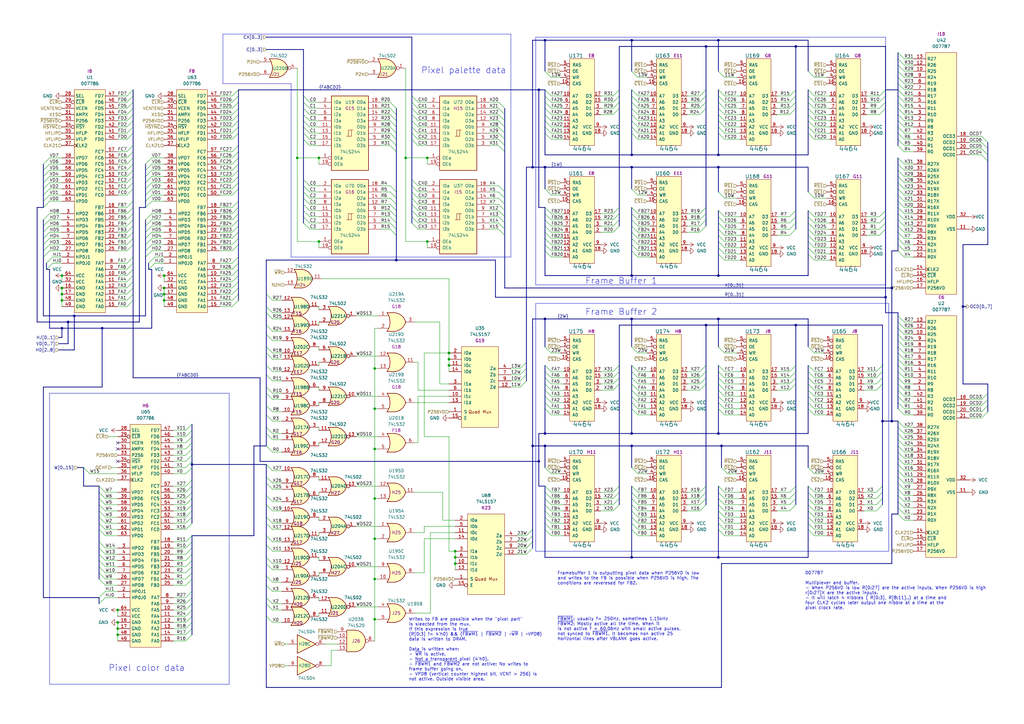
<source format=kicad_sch>
(kicad_sch (version 20230121) (generator eeschema)
  (paper "A3")
  (title_block (title "The Final Round") (date "2023-05-11") (company "Konami GX870") (comment 1 "Sprite Layer - Part 2"))
  (bus_alias "1W" (members "10W" "11W" "12W" "13W"))
  (bus_alias "2W" (members "20W" "21W" "22W" "23W"))
  (bus_alias "FABCD0" (members "FA[0..7]" "FB[0..7]" "FC[0..7]" "FD[0..7]"))
  (bus_alias "FABCD2" (members "FA[20..27]" "FB[20..27]" "FC[20..27]" "FD[20..27]"))
  (junction (at 184.15 149.86))
  (junction (at 294.64 63.5))
  (junction (at 175.26 64.77))
  (junction (at 223.52 130.81))
  (junction (at 223.52 68.58))
  (junction (at 394.97 125.73))
  (junction (at 130.81 64.77))
  (junction (at 184.15 147.32))
  (junction (at 326.39 133.35))
  (junction (at 259.08 113.03))
  (junction (at 259.08 182.88))
  (junction (at 294.64 177.8))
  (junction (at 41.91 134.62))
  (junction (at 175.26 99.06))
  (junction (at 153.67 184.15))
  (junction (at 67.31 120.65))
  (junction (at 218.44 68.58))
  (junction (at 25.4 113.03))
  (junction (at 67.31 123.19))
  (junction (at 223.52 16.51))
  (junction (at 48.26 250.19))
  (junction (at 289.56 19.05))
  (junction (at 186.69 231.14))
  (junction (at 259.08 68.58))
  (junction (at 294.64 16.51))
  (junction (at 153.67 220.98))
  (junction (at 365.76 118.11))
  (junction (at 25.4 118.11))
  (junction (at 186.69 226.06))
  (junction (at 259.08 177.8))
  (junction (at 25.4 123.19))
  (junction (at 162.56 106.68))
  (junction (at 259.08 16.51))
  (junction (at 259.08 130.81))
  (junction (at 220.98 36.83))
  (junction (at 186.69 228.6))
  (junction (at 25.4 134.62))
  (junction (at 218.44 182.88))
  (junction (at 259.08 63.5))
  (junction (at 363.22 121.92))
  (junction (at 223.52 177.8))
  (junction (at 295.91 182.88))
  (junction (at 67.31 118.11))
  (junction (at 25.4 120.65))
  (junction (at 294.64 113.03))
  (junction (at 27.94 132.08))
  (junction (at 153.67 254))
  (junction (at 294.64 228.6))
  (junction (at 121.92 64.77))
  (junction (at 166.37 64.77))
  (junction (at 153.67 237.49))
  (junction (at 48.26 255.27))
  (junction (at 289.56 133.35))
  (junction (at 48.26 260.35))
  (junction (at 184.15 144.78))
  (junction (at 48.26 257.81))
  (junction (at 259.08 228.6))
  (junction (at 220.98 189.23))
  (junction (at 365.76 172.72))
  (junction (at 326.39 19.05))
  (junction (at 294.64 68.58))
  (junction (at 67.31 113.03))
  (junction (at 153.67 204.47))
  (junction (at 78.74 190.5))
  (junction (at 130.81 99.06))
  (junction (at 153.67 167.64))
  (junction (at 30.48 129.54))
  (junction (at 223.52 182.88))
  (junction (at 361.95 172.72))
  (junction (at 294.64 130.81))
  (junction (at 153.67 151.13))
  (no_connect (at 48.26 181.61))
  (no_connect (at 48.26 189.23))
  (no_connect (at 48.26 184.15))
  (bus_entry (at 368.3 198.12) (size 2.54 2.54))
  (bus_entry (at 59.69 80.01) (size 2.54 -2.54))
  (bus_entry (at 95.25 110.49) (size 2.54 -2.54))
  (bus_entry (at 223.52 100.33) (size 2.54 2.54))
  (bus_entry (at 76.2 232.41) (size 2.54 -2.54))
  (bus_entry (at 160.02 52.07) (size 2.54 2.54))
  (bus_entry (at 76.2 237.49) (size 2.54 -2.54))
  (bus_entry (at 52.07 123.19) (size 2.54 -2.54))
  (bus_entry (at 294.64 167.64) (size 2.54 2.54))
  (bus_entry (at 359.41 154.94) (size 2.54 -2.54))
  (bus_entry (at 76.2 262.89) (size 2.54 -2.54))
  (bus_entry (at 95.25 102.87) (size 2.54 -2.54))
  (bus_entry (at 124.46 86.36) (size 2.54 2.54))
  (bus_entry (at 368.3 177.8) (size 2.54 2.54))
  (bus_entry (at 287.02 39.37) (size 2.54 -2.54))
  (bus_entry (at 52.07 95.25) (size 2.54 -2.54))
  (bus_entry (at 109.22 214.63) (size 2.54 2.54))
  (bus_entry (at 160.02 91.44) (size 2.54 2.54))
  (bus_entry (at 323.85 39.37) (size 2.54 -2.54))
  (bus_entry (at 294.64 54.61) (size 2.54 2.54))
  (bus_entry (at 368.3 154.94) (size 2.54 2.54))
  (bus_entry (at 223.52 52.07) (size 2.54 2.54))
  (bus_entry (at 294.64 44.45) (size 2.54 2.54))
  (bus_entry (at 40.64 204.47) (size 2.54 2.54))
  (bus_entry (at 223.52 97.79) (size 2.54 2.54))
  (bus_entry (at 368.3 139.7) (size 2.54 2.54))
  (bus_entry (at 287.02 44.45) (size 2.54 -2.54))
  (bus_entry (at 95.25 69.85) (size 2.54 -2.54))
  (bus_entry (at 204.47 81.28) (size 2.54 2.54))
  (bus_entry (at 160.02 76.2) (size 2.54 2.54))
  (bus_entry (at 223.52 157.48) (size 2.54 2.54))
  (bus_entry (at 360.68 44.45) (size 2.54 -2.54))
  (bus_entry (at 368.3 77.47) (size 2.54 2.54))
  (bus_entry (at 294.64 41.91) (size 2.54 2.54))
  (bus_entry (at 95.25 115.57) (size 2.54 -2.54))
  (bus_entry (at 331.47 49.53) (size 2.54 2.54))
  (bus_entry (at 259.08 54.61) (size 2.54 2.54))
  (bus_entry (at 331.47 46.99) (size 2.54 2.54))
  (bus_entry (at 368.3 24.13) (size 2.54 2.54))
  (bus_entry (at 287.02 160.02) (size 2.54 -2.54))
  (bus_entry (at 168.91 73.66) (size 2.54 2.54))
  (bus_entry (at 223.52 142.24) (size 2.54 2.54))
  (bus_entry (at 359.41 204.47) (size 2.54 -2.54))
  (bus_entry (at 59.69 92.71) (size 2.54 -2.54))
  (bus_entry (at 95.25 123.19) (size 2.54 -2.54))
  (bus_entry (at 52.07 44.45) (size 2.54 -2.54))
  (bus_entry (at 294.64 204.47) (size 2.54 2.54))
  (bus_entry (at 331.47 41.91) (size 2.54 2.54))
  (bus_entry (at 223.52 87.63) (size 2.54 2.54))
  (bus_entry (at 40.64 214.63) (size 2.54 2.54))
  (bus_entry (at 76.2 176.53) (size 2.54 -2.54))
  (bus_entry (at 76.2 227.33) (size 2.54 -2.54))
  (bus_entry (at 287.02 204.47) (size 2.54 -2.54))
  (bus_entry (at 95.25 67.31) (size 2.54 -2.54))
  (bus_entry (at 95.25 97.79) (size 2.54 -2.54))
  (bus_entry (at 259.08 149.86) (size 2.54 2.54))
  (bus_entry (at 204.47 49.53) (size 2.54 2.54))
  (bus_entry (at 204.47 57.15) (size 2.54 2.54))
  (bus_entry (at 204.47 86.36) (size 2.54 2.54))
  (bus_entry (at 95.25 62.23) (size 2.54 -2.54))
  (bus_entry (at 17.78 92.71) (size 2.54 -2.54))
  (bus_entry (at 331.47 44.45) (size 2.54 2.54))
  (bus_entry (at 223.52 204.47) (size 2.54 2.54))
  (bus_entry (at 124.46 41.91) (size 2.54 2.54))
  (bus_entry (at 223.52 214.63) (size 2.54 2.54))
  (bus_entry (at 52.07 49.53) (size 2.54 -2.54))
  (bus_entry (at 34.29 191.77) (size 2.54 2.54))
  (bus_entry (at 259.08 41.91) (size 2.54 2.54))
  (bus_entry (at 76.2 224.79) (size 2.54 -2.54))
  (bus_entry (at 95.25 90.17) (size 2.54 -2.54))
  (bus_entry (at 368.3 149.86) (size 2.54 2.54))
  (bus_entry (at 76.2 191.77) (size 2.54 -2.54))
  (bus_entry (at 287.02 46.99) (size 2.54 -2.54))
  (bus_entry (at 294.64 149.86) (size 2.54 2.54))
  (bus_entry (at 251.46 204.47) (size 2.54 -2.54))
  (bus_entry (at 52.07 113.03) (size 2.54 -2.54))
  (bus_entry (at 323.85 46.99) (size 2.54 -2.54))
  (bus_entry (at 223.52 39.37) (size 2.54 2.54))
  (bus_entry (at 368.3 49.53) (size 2.54 2.54))
  (bus_entry (at 76.2 207.01) (size 2.54 -2.54))
  (bus_entry (at 287.02 201.93) (size 2.54 -2.54))
  (bus_entry (at 331.47 78.74) (size 2.54 2.54))
  (bus_entry (at 360.68 96.52) (size 2.54 -2.54))
  (bus_entry (at 331.47 199.39) (size 2.54 2.54))
  (bus_entry (at 223.52 49.53) (size 2.54 2.54))
  (bus_entry (at 323.85 160.02) (size 2.54 -2.54))
  (bus_entry (at 251.46 157.48) (size 2.54 -2.54))
  (bus_entry (at 17.78 100.33) (size 2.54 -2.54))
  (bus_entry (at 52.07 72.39) (size 2.54 -2.54))
  (bus_entry (at 402.59 55.88) (size 2.54 2.54))
  (bus_entry (at 287.02 157.48) (size 2.54 -2.54))
  (bus_entry (at 95.25 54.61) (size 2.54 -2.54))
  (bus_entry (at 160.02 93.98) (size 2.54 2.54))
  (bus_entry (at 109.22 252.73) (size 2.54 2.54))
  (bus_entry (at 259.08 209.55) (size 2.54 2.54))
  (bus_entry (at 17.78 102.87) (size 2.54 -2.54))
  (bus_entry (at 95.25 49.53) (size 2.54 -2.54))
  (bus_entry (at 95.25 41.91) (size 2.54 -2.54))
  (bus_entry (at 259.08 85.09) (size 2.54 2.54))
  (bus_entry (at 368.3 100.33) (size 2.54 2.54))
  (bus_entry (at 19.05 107.95) (size 2.54 -2.54))
  (bus_entry (at 59.69 95.25) (size 2.54 -2.54))
  (bus_entry (at 259.08 157.48) (size 2.54 2.54))
  (bus_entry (at 124.46 44.45) (size 2.54 2.54))
  (bus_entry (at 360.68 93.98) (size 2.54 -2.54))
  (bus_entry (at 95.25 74.93) (size 2.54 -2.54))
  (bus_entry (at 323.85 201.93) (size 2.54 -2.54))
  (bus_entry (at 368.3 134.62) (size 2.54 2.54))
  (bus_entry (at 52.07 87.63) (size 2.54 -2.54))
  (bus_entry (at 294.64 99.06) (size 2.54 2.54))
  (bus_entry (at 204.47 83.82) (size 2.54 2.54))
  (bus_entry (at 40.64 207.01) (size 2.54 2.54))
  (bus_entry (at 109.22 236.22) (size 2.54 2.54))
  (bus_entry (at 368.3 203.2) (size 2.54 2.54))
  (bus_entry (at 259.08 90.17) (size 2.54 2.54))
  (bus_entry (at 40.64 199.39) (size 2.54 2.54))
  (bus_entry (at 95.25 125.73) (size 2.54 -2.54))
  (bus_entry (at 368.3 57.15) (size 2.54 2.54))
  (bus_entry (at 294.64 152.4) (size 2.54 2.54))
  (bus_entry (at 160.02 81.28) (size 2.54 2.54))
  (bus_entry (at 52.07 54.61) (size 2.54 -2.54))
  (bus_entry (at 368.3 92.71) (size 2.54 2.54))
  (bus_entry (at 323.85 88.9) (size 2.54 -2.54))
  (bus_entry (at 259.08 217.17) (size 2.54 2.54))
  (bus_entry (at 204.47 52.07) (size 2.54 2.54))
  (bus_entry (at 95.25 46.99) (size 2.54 -2.54))
  (bus_entry (at 95.25 118.11) (size 2.54 -2.54))
  (bus_entry (at 331.47 154.94) (size 2.54 2.54))
  (bus_entry (at 76.2 229.87) (size 2.54 -2.54))
  (bus_entry (at 294.64 104.14) (size 2.54 2.54))
  (bus_entry (at 368.3 144.78) (size 2.54 2.54))
  (bus_entry (at 76.2 184.15) (size 2.54 -2.54))
  (bus_entry (at 251.46 154.94) (size 2.54 -2.54))
  (bus_entry (at 168.91 39.37) (size 2.54 2.54))
  (bus_entry (at 368.3 29.21) (size 2.54 2.54))
  (bus_entry (at 251.46 39.37) (size 2.54 -2.54))
  (bus_entry (at 259.08 214.63) (size 2.54 2.54))
  (bus_entry (at 223.52 209.55) (size 2.54 2.54))
  (bus_entry (at 168.91 91.44) (size 2.54 2.54))
  (bus_entry (at 368.3 172.72) (size 2.54 2.54))
  (bus_entry (at 368.3 132.08) (size 2.54 2.54))
  (bus_entry (at 168.91 81.28) (size 2.54 2.54))
  (bus_entry (at 294.64 199.39) (size 2.54 2.54))
  (bus_entry (at 59.69 74.93) (size 2.54 -2.54))
  (bus_entry (at 168.91 57.15) (size 2.54 2.54))
  (bus_entry (at 76.2 189.23) (size 2.54 -2.54))
  (bus_entry (at 331.47 54.61) (size 2.54 2.54))
  (bus_entry (at 368.3 90.17) (size 2.54 2.54))
  (bus_entry (at 287.02 90.17) (size 2.54 -2.54))
  (bus_entry (at 52.07 39.37) (size 2.54 -2.54))
  (bus_entry (at 368.3 102.87) (size 2.54 2.54))
  (bus_entry (at 223.52 85.09) (size 2.54 2.54))
  (bus_entry (at 368.3 205.74) (size 2.54 2.54))
  (bus_entry (at 95.25 87.63) (size 2.54 -2.54))
  (bus_entry (at 223.52 90.17) (size 2.54 2.54))
  (bus_entry (at 52.07 90.17) (size 2.54 -2.54))
  (bus_entry (at 124.46 76.2) (size 2.54 2.54))
  (bus_entry (at 215.9 222.25) (size 2.54 -2.54))
  (bus_entry (at 168.91 49.53) (size 2.54 2.54))
  (bus_entry (at 223.52 29.21) (size 2.54 2.54))
  (bus_entry (at 204.47 41.91) (size 2.54 2.54))
  (bus_entry (at 360.68 41.91) (size 2.54 -2.54))
  (bus_entry (at 359.41 207.01) (size 2.54 -2.54))
  (bus_entry (at 331.47 93.98) (size 2.54 2.54))
  (bus_entry (at 402.59 171.45) (size 2.54 -2.54))
  (bus_entry (at 294.64 201.93) (size 2.54 2.54))
  (bus_entry (at 259.08 162.56) (size 2.54 2.54))
  (bus_entry (at 59.69 67.31) (size 2.54 -2.54))
  (bus_entry (at 368.3 137.16) (size 2.54 2.54))
  (bus_entry (at 331.47 201.93) (size 2.54 2.54))
  (bus_entry (at 109.22 247.65) (size 2.54 2.54))
  (bus_entry (at 17.78 69.85) (size 2.54 -2.54))
  (bus_entry (at 223.52 191.77) (size 2.54 2.54))
  (bus_entry (at 95.25 80.01) (size 2.54 -2.54))
  (bus_entry (at 402.59 63.5) (size 2.54 2.54))
  (bus_entry (at 360.68 91.44) (size 2.54 -2.54))
  (bus_entry (at 124.46 83.82) (size 2.54 2.54))
  (bus_entry (at 76.2 247.65) (size 2.54 -2.54))
  (bus_entry (at 60.96 107.95) (size 2.54 -2.54))
  (bus_entry (at 259.08 201.93) (size 2.54 2.54))
  (bus_entry (at 368.3 72.39) (size 2.54 2.54))
  (bus_entry (at 259.08 52.07) (size 2.54 2.54))
  (bus_entry (at 359.41 157.48) (size 2.54 -2.54))
  (bus_entry (at 368.3 64.77) (size 2.54 2.54))
  (bus_entry (at 124.46 81.28) (size 2.54 2.54))
  (bus_entry (at 168.91 88.9) (size 2.54 2.54))
  (bus_entry (at 109.22 223.52) (size 2.54 2.54))
  (bus_entry (at 52.07 120.65) (size 2.54 -2.54))
  (bus_entry (at 95.25 44.45) (size 2.54 -2.54))
  (bus_entry (at 368.3 36.83) (size 2.54 2.54))
  (bus_entry (at 323.85 154.94) (size 2.54 -2.54))
  (bus_entry (at 323.85 157.48) (size 2.54 -2.54))
  (bus_entry (at 259.08 167.64) (size 2.54 2.54))
  (bus_entry (at 76.2 194.31) (size 2.54 -2.54))
  (bus_entry (at 294.64 96.52) (size 2.54 2.54))
  (bus_entry (at 52.07 57.15) (size 2.54 -2.54))
  (bus_entry (at 109.22 228.6) (size 2.54 2.54))
  (bus_entry (at 160.02 59.69) (size 2.54 2.54))
  (bus_entry (at 124.46 52.07) (size 2.54 2.54))
  (bus_entry (at 59.69 82.55) (size 2.54 -2.54))
  (bus_entry (at 331.47 204.47) (size 2.54 2.54))
  (bus_entry (at 59.69 72.39) (size 2.54 -2.54))
  (bus_entry (at 294.64 46.99) (size 2.54 2.54))
  (bus_entry (at 360.68 88.9) (size 2.54 -2.54))
  (bus_entry (at 294.64 217.17) (size 2.54 2.54))
  (bus_entry (at 331.47 104.14) (size 2.54 2.54))
  (bus_entry (at 124.46 73.66) (size 2.54 2.54))
  (bus_entry (at 17.78 72.39) (size 2.54 -2.54))
  (bus_entry (at 52.07 115.57) (size 2.54 -2.54))
  (bus_entry (at 323.85 41.91) (size 2.54 -2.54))
  (bus_entry (at 76.2 201.93) (size 2.54 -2.54))
  (bus_entry (at 294.64 86.36) (size 2.54 2.54))
  (bus_entry (at 76.2 209.55) (size 2.54 -2.54))
  (bus_entry (at 52.07 67.31) (size 2.54 -2.54))
  (bus_entry (at 368.3 82.55) (size 2.54 2.54))
  (bus_entry (at 294.64 142.24) (size 2.54 2.54))
  (bus_entry (at 52.07 62.23) (size 2.54 -2.54))
  (bus_entry (at 287.02 209.55) (size 2.54 -2.54))
  (bus_entry (at 59.69 102.87) (size 2.54 -2.54))
  (bus_entry (at 204.47 88.9) (size 2.54 2.54))
  (bus_entry (at 331.47 88.9) (size 2.54 2.54))
  (bus_entry (at 259.08 142.24) (size 2.54 2.54))
  (bus_entry (at 223.52 207.01) (size 2.54 2.54))
  (bus_entry (at 323.85 96.52) (size 2.54 -2.54))
  (bus_entry (at 331.47 167.64) (size 2.54 2.54))
  (bus_entry (at 331.47 160.02) (size 2.54 2.54))
  (bus_entry (at 52.07 107.95) (size 2.54 -2.54))
  (bus_entry (at 95.25 72.39) (size 2.54 -2.54))
  (bus_entry (at 76.2 255.27) (size 2.54 -2.54))
  (bus_entry (at 124.46 54.61) (size 2.54 2.54))
  (bus_entry (at 402.59 163.83) (size 2.54 -2.54))
  (bus_entry (at 259.08 39.37) (size 2.54 2.54))
  (bus_entry (at 17.78 85.09) (size 2.54 -2.54))
  (bus_entry (at 368.3 157.48) (size 2.54 2.54))
  (bus_entry (at 368.3 87.63) (size 2.54 2.54))
  (bus_entry (at 368.3 193.04) (size 2.54 2.54))
  (bus_entry (at 251.46 87.63) (size 2.54 -2.54))
  (bus_entry (at 294.64 165.1) (size 2.54 2.54))
  (bus_entry (at 368.3 54.61) (size 2.54 2.54))
  (bus_entry (at 251.46 46.99) (size 2.54 -2.54))
  (bus_entry (at 52.07 102.87) (size 2.54 -2.54))
  (bus_entry (at 76.2 217.17) (size 2.54 -2.54))
  (bus_entry (at 213.36 156.21) (size 2.54 -2.54))
  (bus_entry (at 368.3 21.59) (size 2.54 2.54))
  (bus_entry (at 76.2 199.39) (size 2.54 -2.54))
  (bus_entry (at 259.08 87.63) (size 2.54 2.54))
  (bus_entry (at 52.07 118.11) (size 2.54 -2.54))
  (bus_entry (at 368.3 190.5) (size 2.54 2.54))
  (bus_entry (at 52.07 125.73) (size 2.54 -2.54))
  (bus_entry (at 259.08 46.99) (size 2.54 2.54))
  (bus_entry (at 287.02 154.94) (size 2.54 -2.54))
  (bus_entry (at 259.08 36.83) (size 2.54 2.54))
  (bus_entry (at 259.08 29.21) (size 2.54 2.54))
  (bus_entry (at 95.25 57.15) (size 2.54 -2.54))
  (bus_entry (at 223.52 54.61) (size 2.54 2.54))
  (bus_entry (at 213.36 158.75) (size 2.54 -2.54))
  (bus_entry (at 368.3 187.96) (size 2.54 2.54))
  (bus_entry (at 259.08 204.47) (size 2.54 2.54))
  (bus_entry (at 124.46 39.37) (size 2.54 2.54))
  (bus_entry (at 402.59 58.42) (size 2.54 2.54))
  (bus_entry (at 368.3 74.93) (size 2.54 2.54))
  (bus_entry (at 52.07 46.99) (size 2.54 -2.54))
  (bus_entry (at 109.22 207.01) (size 2.54 2.54))
  (bus_entry (at 251.46 201.93) (size 2.54 -2.54))
  (bus_entry (at 368.3 59.69) (size 2.54 2.54))
  (bus_entry (at 109.22 212.09) (size 2.54 2.54))
  (bus_entry (at 204.47 93.98) (size 2.54 2.54))
  (bus_entry (at 259.08 207.01) (size 2.54 2.54))
  (bus_entry (at 40.64 224.79) (size 2.54 2.54))
  (bus_entry (at 124.46 88.9) (size 2.54 2.54))
  (bus_entry (at 368.3 200.66) (size 2.54 2.54))
  (bus_entry (at 76.2 181.61) (size 2.54 -2.54))
  (bus_entry (at 259.08 154.94) (size 2.54 2.54))
  (bus_entry (at 223.52 217.17) (size 2.54 2.54))
  (bus_entry (at 76.2 257.81) (size 2.54 -2.54))
  (bus_entry (at 331.47 86.36) (size 2.54 2.54))
  (bus_entry (at 323.85 91.44) (size 2.54 -2.54))
  (bus_entry (at 76.2 212.09) (size 2.54 -2.54))
  (bus_entry (at 251.46 152.4) (size 2.54 -2.54))
  (bus_entry (at 95.25 85.09) (size 2.54 -2.54))
  (bus_entry (at 294.64 101.6) (size 2.54 2.54))
  (bus_entry (at 76.2 214.63) (size 2.54 -2.54))
  (bus_entry (at 359.41 201.93) (size 2.54 -2.54))
  (bus_entry (at 368.3 195.58) (size 2.54 2.54))
  (bus_entry (at 17.78 77.47) (size 2.54 -2.54))
  (bus_entry (at 160.02 54.61) (size 2.54 2.54))
  (bus_entry (at 294.64 39.37) (size 2.54 2.54))
  (bus_entry (at 59.69 90.17) (size 2.54 -2.54))
  (bus_entry (at 331.47 165.1) (size 2.54 2.54))
  (bus_entry (at 223.52 92.71) (size 2.54 2.54))
  (bus_entry (at 52.07 69.85) (size 2.54 -2.54))
  (bus_entry (at 168.91 78.74) (size 2.54 2.54))
  (bus_entry (at 40.64 209.55) (size 2.54 2.54))
  (bus_entry (at 360.68 39.37) (size 2.54 -2.54))
  (bus_entry (at 17.78 97.79) (size 2.54 -2.54))
  (bus_entry (at 109.22 240.03) (size 2.54 2.54))
  (bus_entry (at 259.08 191.77) (size 2.54 2.54))
  (bus_entry (at 40.64 245.11) (size 2.54 -2.54))
  (bus_entry (at 76.2 252.73) (size 2.54 -2.54))
  (bus_entry (at 76.2 222.25) (size 2.54 -2.54))
  (bus_entry (at 204.47 46.99) (size 2.54 2.54))
  (bus_entry (at 204.47 91.44) (size 2.54 2.54))
  (bus_entry (at 215.9 224.79) (size 2.54 -2.54))
  (bus_entry (at 368.3 69.85) (size 2.54 2.54))
  (bus_entry (at 294.64 154.94) (size 2.54 2.54))
  (bus_entry (at 52.07 77.47) (size 2.54 -2.54))
  (bus_entry (at 109.22 203.2) (size 2.54 2.54))
  (bus_entry (at 109.22 219.71) (size 2.54 2.54))
  (bus_entry (at 213.36 153.67) (size 2.54 -2.54))
  (bus_entry (at 40.64 212.09) (size 2.54 2.54))
  (bus_entry (at 17.78 74.93) (size 2.54 -2.54))
  (bus_entry (at 251.46 90.17) (size 2.54 -2.54))
  (bus_entry (at 323.85 44.45) (size 2.54 -2.54))
  (bus_entry (at 52.07 64.77) (size 2.54 -2.54))
  (bus_entry (at 331.47 99.06) (size 2.54 2.54))
  (bus_entry (at 59.69 105.41) (size 2.54 -2.54))
  (bus_entry (at 95.25 77.47) (size 2.54 -2.54))
  (bus_entry (at 331.47 96.52) (size 2.54 2.54))
  (bus_entry (at 323.85 152.4) (size 2.54 -2.54))
  (bus_entry (at 331.47 157.48) (size 2.54 2.54))
  (bus_entry (at 160.02 41.91) (size 2.54 2.54))
  (bus_entry (at 223.52 36.83) (size 2.54 2.54))
  (bus_entry (at 331.47 101.6) (size 2.54 2.54))
  (bus_entry (at 331.47 152.4) (size 2.54 2.54))
  (bus_entry (at 368.3 44.45) (size 2.54 2.54))
  (bus_entry (at 223.52 212.09) (size 2.54 2.54))
  (bus_entry (at 368.3 85.09) (size 2.54 2.54))
  (bus_entry (at 287.02 92.71) (size 2.54 -2.54))
  (bus_entry (at 215.9 227.33) (size 2.54 -2.54))
  (bus_entry (at 40.64 232.41) (size 2.54 2.54))
  (bus_entry (at 331.47 162.56) (size 2.54 2.54))
  (bus_entry (at 95.25 113.03) (size 2.54 -2.54))
  (bus_entry (at 259.08 92.71) (size 2.54 2.54))
  (bus_entry (at 259.08 199.39) (size 2.54 2.54))
  (bus_entry (at 223.52 77.47) (size 2.54 2.54))
  (bus_entry (at 17.78 80.01) (size 2.54 -2.54))
  (bus_entry (at 109.22 231.14) (size 2.54 2.54))
  (bus_entry (at 368.3 160.02) (size 2.54 2.54))
  (bus_entry (at 295.91 191.77) (size 2.54 2.54))
  (bus_entry (at 52.07 74.93) (size 2.54 -2.54))
  (bus_entry (at 109.22 245.11) (size 2.54 2.54))
  (bus_entry (at 259.08 95.25) (size 2.54 2.54))
  (bus_entry (at 204.47 78.74) (size 2.54 2.54))
  (bus_entry (at 204.47 54.61) (size 2.54 2.54))
  (bus_entry (at 368.3 97.79) (size 2.54 2.54))
  (bus_entry (at 259.08 102.87) (size 2.54 2.54))
  (bus_entry (at 213.36 151.13) (size 2.54 -2.54))
  (bus_entry (at 95.25 100.33) (size 2.54 -2.54))
  (bus_entry (at 323.85 93.98) (size 2.54 -2.54))
  (bus_entry (at 331.47 36.83) (size 2.54 2.54))
  (bus_entry (at 204.47 76.2) (size 2.54 2.54))
  (bus_entry (at 17.78 90.17) (size 2.54 -2.54))
  (bus_entry (at 331.47 52.07) (size 2.54 2.54))
  (bus_entry (at 368.3 41.91) (size 2.54 2.54))
  (bus_entry (at 76.2 186.69) (size 2.54 -2.54))
  (bus_entry (at 368.3 129.54) (size 2.54 2.54))
  (bus_entry (at 368.3 142.24) (size 2.54 2.54))
  (bus_entry (at 223.52 199.39) (size 2.54 2.54))
  (bus_entry (at 160.02 86.36) (size 2.54 2.54))
  (bus_entry (at 40.64 229.87) (size 2.54 2.54))
  (bus_entry (at 368.3 208.28) (size 2.54 2.54))
  (bus_entry (at 40.64 222.25) (size 2.54 2.54))
  (bus_entry (at 359.41 152.4) (size 2.54 -2.54))
  (bus_entry (at 223.52 201.93) (size 2.54 2.54))
  (bus_entry (at 52.07 52.07) (size 2.54 -2.54))
  (bus_entry (at 287.02 95.25) (size 2.54 -2.54))
  (bus_entry (at 17.78 67.31) (size 2.54 -2.54))
  (bus_entry (at 368.3 31.75) (size 2.54 2.54))
  (bus_entry (at 52.07 80.01) (size 2.54 -2.54))
  (bus_entry (at 368.3 34.29) (size 2.54 2.54))
  (bus_entry (at 52.07 41.91) (size 2.54 -2.54))
  (bus_entry (at 223.52 162.56) (size 2.54 2.54))
  (bus_entry (at 331.47 212.09) (size 2.54 2.54))
  (bus_entry (at 359.41 160.02) (size 2.54 -2.54))
  (bus_entry (at 109.22 190.5) (size 2.54 2.54))
  (bus_entry (at 59.69 77.47) (size 2.54 -2.54))
  (bus_entry (at 402.59 168.91) (size 2.54 -2.54))
  (bus_entry (at 331.47 39.37) (size 2.54 2.54))
  (bus_entry (at 331.47 217.17) (size 2.54 2.54))
  (bus_entry (at 60.96 110.49) (size 2.54 -2.54))
  (bus_entry (at 294.64 207.01) (size 2.54 2.54))
  (bus_entry (at 223.52 95.25) (size 2.54 2.54))
  (bus_entry (at 251.46 41.91) (size 2.54 -2.54))
  (bus_entry (at 368.3 46.99) (size 2.54 2.54))
  (bus_entry (at 168.91 44.45) (size 2.54 2.54))
  (bus_entry (at 168.91 86.36) (size 2.54 2.54))
  (bus_entry (at 294.64 212.09) (size 2.54 2.54))
  (bus_entry (at 223.52 149.86) (size 2.54 2.54))
  (bus_entry (at 168.91 83.82) (size 2.54 2.54))
  (bus_entry (at 259.08 77.47) (size 2.54 2.54))
  (bus_entry (at 160.02 46.99) (size 2.54 2.54))
  (bus_entry (at 109.22 195.58) (size 2.54 2.54))
  (bus_entry (at 59.69 85.09) (size 2.54 -2.54))
  (bus_entry (at 331.47 142.24) (size 2.54 2.54))
  (bus_entry (at 76.2 245.11) (size 2.54 -2.54))
  (bus_entry (at 52.07 97.79) (size 2.54 -2.54))
  (bus_entry (at 368.3 26.67) (size 2.54 2.54))
  (bus_entry (at 368.3 152.4) (size 2.54 2.54))
  (bus_entry (at 251.46 207.01) (size 2.54 -2.54))
  (bus_entry (at 368.3 182.88) (size 2.54 2.54))
  (bus_entry (at 40.64 234.95) (size 2.54 2.54))
  (bus_entry (at 109.22 158.75) (size 2.54 2.54))
  (bus_entry (at 109.22 161.29) (size 2.54 2.54))
  (bus_entry (at 109.22 153.67) (size 2.54 2.54))
  (bus_entry (at 109.22 182.88) (size 2.54 2.54))
  (bus_entry (at 109.22 177.8) (size 2.54 2.54))
  (bus_entry (at 109.22 170.18) (size 2.54 2.54))
  (bus_entry (at 109.22 175.26) (size 2.54 2.54))
  (bus_entry (at 109.22 166.37) (size 2.54 2.54))
  (bus_entry (at 109.22 120.65) (size 2.54 2.54))
  (bus_entry (at 109.22 125.73) (size 2.54 2.54))
  (bus_entry (at 109.22 128.27) (size 2.54 2.54))
  (bus_entry (at 109.22 142.24) (size 2.54 2.54))
  (bus_entry (at 109.22 144.78) (size 2.54 2.54))
  (bus_entry (at 109.22 149.86) (size 2.54 2.54))
  (bus_entry (at 109.22 137.16) (size 2.54 2.54))
  (bus_entry (at 109.22 133.35) (size 2.54 2.54))
  (bus_entry (at 160.02 78.74) (size 2.54 2.54))
  (bus_entry (at 124.46 46.99) (size 2.54 2.54))
  (bus_entry (at 259.08 97.79) (size 2.54 2.54))
  (bus_entry (at 368.3 180.34) (size 2.54 2.54))
  (bus_entry (at 259.08 165.1) (size 2.54 2.54))
  (bus_entry (at 251.46 209.55) (size 2.54 -2.54))
  (bus_entry (at 52.07 92.71) (size 2.54 -2.54))
  (bus_entry (at 402.59 60.96) (size 2.54 2.54))
  (bus_entry (at 223.52 44.45) (size 2.54 2.54))
  (bus_entry (at 402.59 166.37) (size 2.54 -2.54))
  (bus_entry (at 287.02 152.4) (size 2.54 -2.54))
  (bus_entry (at 331.47 191.77) (size 2.54 2.54))
  (bus_entry (at 168.91 76.2) (size 2.54 2.54))
  (bus_entry (at 124.46 49.53) (size 2.54 2.54))
  (bus_entry (at 331.47 29.21) (size 2.54 2.54))
  (bus_entry (at 368.3 80.01) (size 2.54 2.54))
  (bus_entry (at 287.02 207.01) (size 2.54 -2.54))
  (bus_entry (at 40.64 237.49) (size 2.54 2.54))
  (bus_entry (at 368.3 95.25) (size 2.54 2.54))
  (bus_entry (at 368.3 147.32) (size 2.54 2.54))
  (bus_entry (at 17.78 105.41) (size 2.54 -2.54))
  (bus_entry (at 294.64 157.48) (size 2.54 2.54))
  (bus_entry (at 168.91 41.91) (size 2.54 2.54))
  (bus_entry (at 323.85 209.55) (size 2.54 -2.54))
  (bus_entry (at 331.47 149.86) (size 2.54 2.54))
  (bus_entry (at 95.25 92.71) (size 2.54 -2.54))
  (bus_entry (at 160.02 49.53) (size 2.54 2.54))
  (bus_entry (at 287.02 41.91) (size 2.54 -2.54))
  (bus_entry (at 294.64 160.02) (size 2.54 2.54))
  (bus_entry (at 124.46 91.44) (size 2.54 2.54))
  (bus_entry (at 368.3 39.37) (size 2.54 2.54))
  (bus_entry (at 223.52 167.64) (size 2.54 2.54))
  (bus_entry (at 294.64 49.53) (size 2.54 2.54))
  (bus_entry (at 259.08 49.53) (size 2.54 2.54))
  (bus_entry (at 294.64 214.63) (size 2.54 2.54))
  (bus_entry (at 294.64 29.21) (size 2.54 2.54))
  (bus_entry (at 294.64 36.83) (size 2.54 2.54))
  (bus_entry (at 294.64 78.74) (size 2.54 2.54))
  (bus_entry (at 259.08 160.02) (size 2.54 2.54))
  (bus_entry (at 59.69 69.85) (size 2.54 -2.54))
  (bus_entry (at 124.46 57.15) (size 2.54 2.54))
  (bus_entry (at 17.78 82.55) (size 2.54 -2.54))
  (bus_entry (at 368.3 52.07) (size 2.54 2.54))
  (bus_entry (at 40.64 201.93) (size 2.54 2.54))
  (bus_entry (at 76.2 204.47) (size 2.54 -2.54))
  (bus_entry (at 52.07 100.33) (size 2.54 -2.54))
  (bus_entry (at 95.25 39.37) (size 2.54 -2.54))
  (bus_entry (at 331.47 209.55) (size 2.54 2.54))
  (bus_entry (at 76.2 179.07) (size 2.54 -2.54))
  (bus_entry (at 223.52 165.1) (size 2.54 2.54))
  (bus_entry (at 368.3 175.26) (size 2.54 2.54))
  (bus_entry (at 259.08 212.09) (size 2.54 2.54))
  (bus_entry (at 19.05 110.49) (size 2.54 -2.54))
  (bus_entry (at 168.91 54.61) (size 2.54 2.54))
  (bus_entry (at 160.02 44.45) (size 2.54 2.54))
  (bus_entry (at 168.91 52.07) (size 2.54 2.54))
  (bus_entry (at 223.52 41.91) (size 2.54 2.54))
  (bus_entry (at 294.64 52.07) (size 2.54 2.54))
  (bus_entry (at 223.52 160.02) (size 2.54 2.54))
  (bus_entry (at 259.08 100.33) (size 2.54 2.54))
  (bus_entry (at 359.41 209.55) (size 2.54 -2.54))
  (bus_entry (at 368.3 167.64) (size 2.54 2.54))
  (bus_entry (at 215.9 219.71) (size 2.54 -2.54))
  (bus_entry (at 76.2 240.03) (size 2.54 -2.54))
  (bus_entry (at 40.64 227.33) (size 2.54 2.54))
  (bus_entry (at 294.64 88.9) (size 2.54 2.54))
  (bus_entry (at 360.68 46.99) (size 2.54 -2.54))
  (bus_entry (at 368.3 210.82) (size 2.54 2.54))
  (bus_entry (at 368.3 67.31) (size 2.54 2.54))
  (bus_entry (at 323.85 204.47) (size 2.54 -2.54))
  (bus_entry (at 287.02 87.63) (size 2.54 -2.54))
  (bus_entry (at 95.25 52.07) (size 2.54 -2.54))
  (bus_entry (at 95.25 95.25) (size 2.54 -2.54))
  (bus_entry (at 331.47 207.01) (size 2.54 2.54))
  (bus_entry (at 223.52 152.4) (size 2.54 2.54))
  (bus_entry (at 251.46 44.45) (size 2.54 -2.54))
  (bus_entry (at 95.25 107.95) (size 2.54 -2.54))
  (bus_entry (at 259.08 152.4) (size 2.54 2.54))
  (bus_entry (at 368.3 165.1) (size 2.54 2.54))
  (bus_entry (at 223.52 46.99) (size 2.54 2.54))
  (bus_entry (at 76.2 260.35) (size 2.54 -2.54))
  (bus_entry (at 323.85 207.01) (size 2.54 -2.54))
  (bus_entry (at 76.2 234.95) (size 2.54 -2.54))
  (bus_entry (at 168.91 46.99) (size 2.54 2.54))
  (bus_entry (at 160.02 83.82) (size 2.54 2.54))
  (bus_entry (at 40.64 247.65) (size 2.54 -2.54))
  (bus_entry (at 294.64 209.55) (size 2.54 2.54))
  (bus_entry (at 294.64 162.56) (size 2.54 2.54))
  (bus_entry (at 368.3 162.56) (size 2.54 2.54))
  (bus_entry (at 160.02 88.9) (size 2.54 2.54))
  (bus_entry (at 251.46 95.25) (size 2.54 -2.54))
  (bus_entry (at 109.22 198.12) (size 2.54 2.54))
  (bus_entry (at 204.47 44.45) (size 2.54 2.54))
  (bus_entry (at 331.47 214.63) (size 2.54 2.54))
  (bus_entry (at 223.52 154.94) (size 2.54 2.54))
  (bus_entry (at 52.07 110.49) (size 2.54 -2.54))
  (bus_entry (at 59.69 100.33) (size 2.54 -2.54))
  (bus_entry (at 251.46 92.71) (size 2.54 -2.54))
  (bus_entry (at 52.07 85.09) (size 2.54 -2.54))
  (bus_entry (at 40.64 217.17) (size 2.54 2.54))
  (bus_entry (at 59.69 97.79) (size 2.54 -2.54))
  (bus_entry (at 223.52 102.87) (size 2.54 2.54))
  (bus_entry (at 294.64 91.44) (size 2.54 2.54))
  (bus_entry (at 368.3 185.42) (size 2.54 2.54))
  (bus_entry (at 204.47 59.69) (size 2.54 2.54))
  (bus_entry (at 259.08 44.45) (size 2.54 2.54))
  (bus_entry (at 124.46 78.74) (size 2.54 2.54))
  (bus_entry (at 331.47 91.44) (size 2.54 2.54))
  (bus_entry (at 160.02 57.15) (size 2.54 2.54))
  (bus_entry (at 95.25 120.65) (size 2.54 -2.54))
  (bus_entry (at 251.46 160.02) (size 2.54 -2.54))
  (bus_entry (at 76.2 250.19) (size 2.54 -2.54))
  (bus_entry (at 294.64 93.98) (size 2.54 2.54))
  (bus_entry (at 17.78 95.25) (size 2.54 -2.54))
  (bus_entry (at 95.25 64.77) (size 2.54 -2.54))
  (bus (pts (xy 78.74 237.49) (xy 78.74 242.57)))
  (bus (pts (xy 368.3 180.34) (xy 368.3 177.8)))
  (bus (pts (xy 223.52 49.53) (xy 223.52 52.07)))
  (bus (pts (xy 368.3 85.09) (xy 368.3 87.63)))
  (bus (pts (xy 78.74 227.33) (xy 78.74 229.87)))
  (bus (pts (xy 41.91 134.62) (xy 41.91 158.75)))
  (bus (pts (xy 254 201.93) (xy 254 204.47)))
  (wire (pts (xy 297.18 96.52) (xy 303.53 96.52)))
  (wire (pts (xy 156.21 91.44) (xy 160.02 91.44)))
  (bus (pts (xy 294.64 52.07) (xy 294.64 54.61)))
  (wire (pts (xy 62.23 74.93) (xy 67.31 74.93)))
  (wire (pts (xy 181.61 201.93) (xy 181.61 213.36)))
  (wire (pts (xy 226.06 41.91) (xy 231.14 41.91)))
  (bus (pts (xy 363.22 36.83) (xy 368.3 36.83)))
  (bus (pts (xy 220.98 189.23) (xy 220.98 199.39)))
  (wire (pts (xy 354.33 152.4) (xy 359.41 152.4)))
  (wire (pts (xy 90.17 125.73) (xy 95.25 125.73)))
  (bus (pts (xy 294.64 130.81) (xy 331.47 130.81)))
  (bus (pts (xy 40.64 199.39) (xy 40.64 201.93)))
  (wire (pts (xy 281.94 160.02) (xy 287.02 160.02)))
  (wire (pts (xy 121.92 99.06) (xy 121.92 64.77)))
  (wire (pts (xy 261.62 212.09) (xy 266.7 212.09)))
  (bus (pts (xy 54.61 120.65) (xy 54.61 123.19)))
  (bus (pts (xy 223.52 212.09) (xy 223.52 214.63)))
  (bus (pts (xy 54.61 115.57) (xy 54.61 113.03)))
  (wire (pts (xy 281.94 46.99) (xy 287.02 46.99)))
  (wire (pts (xy 71.12 217.17) (xy 76.2 217.17)))
  (wire (pts (xy 354.33 207.01) (xy 359.41 207.01)))
  (wire (pts (xy 200.66 93.98) (xy 204.47 93.98)))
  (bus (pts (xy 220.98 189.23) (xy 220.98 177.8)))
  (bus (pts (xy 168.91 86.36) (xy 168.91 83.82)))
  (bus (pts (xy 124.46 86.36) (xy 124.46 88.9)))
  (wire (pts (xy 62.23 77.47) (xy 67.31 77.47)))
  (wire (pts (xy 135.89 273.05) (xy 135.89 266.7)))
  (bus (pts (xy 223.52 130.81) (xy 223.52 142.24)))
  (wire (pts (xy 111.76 168.91) (xy 115.57 168.91)))
  (wire (pts (xy 200.66 49.53) (xy 204.47 49.53)))
  (bus (pts (xy 78.74 257.81) (xy 78.74 260.35)))
  (wire (pts (xy 200.66 86.36) (xy 204.47 86.36)))
  (bus (pts (xy 162.56 81.28) (xy 162.56 83.82)))
  (wire (pts (xy 146.05 162.56) (xy 154.94 162.56)))
  (polyline (pts (xy 219.71 124.46) (xy 219.71 226.06)))
  (bus (pts (xy 331.47 91.44) (xy 331.47 93.98)))
  (bus (pts (xy 109.22 219.71) (xy 109.22 223.52)))
  (bus (pts (xy 405.13 163.83) (xy 405.13 161.29)))
  (bus (pts (xy 17.78 80.01) (xy 17.78 82.55)))
  (wire (pts (xy 370.84 85.09) (xy 374.65 85.09)))
  (polyline (pts (xy 20.32 280.67) (xy 93.98 280.67)))
  (bus (pts (xy 361.95 207.01) (xy 361.95 204.47)))
  (wire (pts (xy 226.06 170.18) (xy 231.14 170.18)))
  (bus (pts (xy 78.74 201.93) (xy 78.74 199.39)))
  (wire (pts (xy 297.18 204.47) (xy 303.53 204.47)))
  (bus (pts (xy 109.22 247.65) (xy 109.22 252.73)))
  (bus (pts (xy 394.97 100.33) (xy 394.97 125.73)))
  (bus (pts (xy 361.95 157.48) (xy 361.95 172.72)))
  (wire (pts (xy 63.5 107.95) (xy 67.31 107.95)))
  (bus (pts (xy 368.3 80.01) (xy 368.3 82.55)))
  (wire (pts (xy 209.55 151.13) (xy 213.36 151.13)))
  (bus (pts (xy 294.64 93.98) (xy 294.64 91.44)))
  (bus (pts (xy 331.47 204.47) (xy 331.47 207.01)))
  (wire (pts (xy 48.26 100.33) (xy 52.07 100.33)))
  (wire (pts (xy 43.18 219.71) (xy 48.26 219.71)))
  (bus (pts (xy 294.64 44.45) (xy 294.64 46.99)))
  (bus (pts (xy 223.52 95.25) (xy 223.52 92.71)))
  (wire (pts (xy 90.17 54.61) (xy 95.25 54.61)))
  (bus (pts (xy 97.79 54.61) (xy 97.79 52.07)))
  (wire (pts (xy 127 78.74) (xy 130.81 78.74)))
  (bus (pts (xy 368.3 149.86) (xy 368.3 147.32)))
  (wire (pts (xy 297.18 52.07) (xy 303.53 52.07)))
  (wire (pts (xy 62.23 100.33) (xy 67.31 100.33)))
  (bus (pts (xy 124.46 52.07) (xy 124.46 54.61)))
  (polyline (pts (xy 91.44 34.29) (xy 119.38 34.29)))
  (wire (pts (xy 261.62 54.61) (xy 266.7 54.61)))
  (bus (pts (xy 365.76 231.14) (xy 365.76 210.82)))
  (wire (pts (xy 297.18 54.61) (xy 303.53 54.61)))
  (wire (pts (xy 130.81 234.95) (xy 130.81 236.22)))
  (bus (pts (xy 109.22 223.52) (xy 109.22 228.6)))
  (bus (pts (xy 289.56 149.86) (xy 289.56 152.4)))
  (wire (pts (xy 90.17 69.85) (xy 95.25 69.85)))
  (bus (pts (xy 223.52 154.94) (xy 223.52 157.48)))
  (bus (pts (xy 368.3 172.72) (xy 365.76 172.72)))
  (wire (pts (xy 71.12 189.23) (xy 76.2 189.23)))
  (wire (pts (xy 318.77 204.47) (xy 323.85 204.47)))
  (wire (pts (xy 48.26 69.85) (xy 52.07 69.85)))
  (wire (pts (xy 354.33 204.47) (xy 359.41 204.47)))
  (wire (pts (xy 48.26 95.25) (xy 52.07 95.25)))
  (bus (pts (xy 331.47 165.1) (xy 331.47 167.64)))
  (wire (pts (xy 71.12 212.09) (xy 76.2 212.09)))
  (bus (pts (xy 326.39 91.44) (xy 326.39 88.9)))
  (bus (pts (xy 109.22 144.78) (xy 109.22 149.86)))
  (wire (pts (xy 318.77 46.99) (xy 323.85 46.99)))
  (wire (pts (xy 156.21 78.74) (xy 160.02 78.74)))
  (bus (pts (xy 78.74 212.09) (xy 78.74 209.55)))
  (wire (pts (xy 370.84 147.32) (xy 374.65 147.32)))
  (bus (pts (xy 207.01 54.61) (xy 207.01 57.15)))
  (wire (pts (xy 226.06 204.47) (xy 231.14 204.47)))
  (wire (pts (xy 370.84 44.45) (xy 374.65 44.45)))
  (wire (pts (xy 171.45 52.07) (xy 175.26 52.07)))
  (bus (pts (xy 57.15 85.09) (xy 57.15 132.08)))
  (wire (pts (xy 334.01 39.37) (xy 340.36 39.37)))
  (bus (pts (xy 289.56 44.45) (xy 289.56 85.09)))
  (wire (pts (xy 226.06 90.17) (xy 231.14 90.17)))
  (wire (pts (xy 355.6 93.98) (xy 360.68 93.98)))
  (wire (pts (xy 62.23 92.71) (xy 67.31 92.71)))
  (bus (pts (xy 106.68 189.23) (xy 220.98 189.23)))
  (wire (pts (xy 297.18 93.98) (xy 303.53 93.98)))
  (wire (pts (xy 153.67 184.15) (xy 153.67 167.64)))
  (wire (pts (xy 71.12 255.27) (xy 76.2 255.27)))
  (bus (pts (xy 124.46 44.45) (xy 124.46 46.99)))
  (wire (pts (xy 397.51 166.37) (xy 402.59 166.37)))
  (wire (pts (xy 200.66 91.44) (xy 204.47 91.44)))
  (bus (pts (xy 326.39 19.05) (xy 363.22 19.05)))
  (wire (pts (xy 226.06 80.01) (xy 229.87 80.01)))
  (wire (pts (xy 334.01 41.91) (xy 340.36 41.91)))
  (wire (pts (xy 297.18 104.14) (xy 303.53 104.14)))
  (bus (pts (xy 368.3 139.7) (xy 368.3 137.16)))
  (bus (pts (xy 405.13 66.04) (xy 405.13 100.33)))
  (wire (pts (xy 318.77 91.44) (xy 323.85 91.44)))
  (wire (pts (xy 48.26 120.65) (xy 52.07 120.65)))
  (wire (pts (xy 297.18 209.55) (xy 303.53 209.55)))
  (wire (pts (xy 200.66 81.28) (xy 204.47 81.28)))
  (bus (pts (xy 331.47 29.21) (xy 331.47 16.51)))
  (wire (pts (xy 111.76 156.21) (xy 115.57 156.21)))
  (bus (pts (xy 17.78 95.25) (xy 17.78 97.79)))
  (wire (pts (xy 111.76 233.68) (xy 115.57 233.68)))
  (bus (pts (xy 223.52 182.88) (xy 223.52 191.77)))
  (wire (pts (xy 71.12 232.41) (xy 76.2 232.41)))
  (bus (pts (xy 254 92.71) (xy 254 90.17)))
  (wire (pts (xy 370.84 205.74) (xy 374.65 205.74)))
  (bus (pts (xy 40.64 214.63) (xy 40.64 217.17)))
  (bus (pts (xy 162.56 93.98) (xy 162.56 96.52)))
  (wire (pts (xy 71.12 222.25) (xy 76.2 222.25)))
  (bus (pts (xy 54.61 110.49) (xy 54.61 107.95)))
  (bus (pts (xy 162.56 106.68) (xy 203.2 106.68)))
  (bus (pts (xy 294.64 41.91) (xy 294.64 44.45)))
  (bus (pts (xy 223.52 157.48) (xy 223.52 160.02)))
  (bus (pts (xy 368.3 205.74) (xy 368.3 203.2)))
  (wire (pts (xy 156.21 49.53) (xy 160.02 49.53)))
  (wire (pts (xy 261.62 44.45) (xy 266.7 44.45)))
  (bus (pts (xy 294.64 160.02) (xy 294.64 162.56)))
  (bus (pts (xy 361.95 152.4) (xy 361.95 149.86)))
  (bus (pts (xy 259.08 177.8) (xy 223.52 177.8)))
  (wire (pts (xy 170.18 148.59) (xy 171.45 148.59)))
  (wire (pts (xy 25.4 118.11) (xy 25.4 120.65)))
  (wire (pts (xy 156.21 57.15) (xy 160.02 57.15)))
  (wire (pts (xy 48.26 77.47) (xy 52.07 77.47)))
  (bus (pts (xy 363.22 128.27) (xy 368.3 128.27)))
  (wire (pts (xy 90.17 49.53) (xy 95.25 49.53)))
  (bus (pts (xy 54.61 49.53) (xy 54.61 52.07)))
  (bus (pts (xy 254 204.47) (xy 254 207.01)))
  (wire (pts (xy 334.01 170.18) (xy 339.09 170.18)))
  (bus (pts (xy 78.74 209.55) (xy 78.74 207.01)))
  (wire (pts (xy 170.18 234.95) (xy 173.99 234.95)))
  (wire (pts (xy 171.45 88.9) (xy 175.26 88.9)))
  (bus (pts (xy 368.3 41.91) (xy 368.3 44.45)))
  (wire (pts (xy 171.45 86.36) (xy 175.26 86.36)))
  (bus (pts (xy 27.94 140.97) (xy 27.94 132.08)))
  (wire (pts (xy 355.6 96.52) (xy 360.68 96.52)))
  (wire (pts (xy 171.45 59.69) (xy 175.26 59.69)))
  (bus (pts (xy 289.56 36.83) (xy 289.56 39.37)))
  (wire (pts (xy 20.32 95.25) (xy 25.4 95.25)))
  (wire (pts (xy 62.23 64.77) (xy 67.31 64.77)))
  (bus (pts (xy 259.08 154.94) (xy 259.08 157.48)))
  (bus (pts (xy 78.74 199.39) (xy 78.74 196.85)))
  (bus (pts (xy 207.01 49.53) (xy 207.01 52.07)))
  (wire (pts (xy 71.12 214.63) (xy 76.2 214.63)))
  (bus (pts (xy 331.47 88.9) (xy 331.47 91.44)))
  (bus (pts (xy 405.13 60.96) (xy 405.13 63.5)))
  (bus (pts (xy 54.61 54.61) (xy 54.61 59.69)))
  (bus (pts (xy 223.52 130.81) (xy 259.08 130.81)))
  (wire (pts (xy 246.38 157.48) (xy 251.46 157.48)))
  (wire (pts (xy 297.18 152.4) (xy 303.53 152.4)))
  (bus (pts (xy 54.61 64.77) (xy 54.61 62.23)))
  (wire (pts (xy 111.76 222.25) (xy 115.57 222.25)))
  (wire (pts (xy 20.32 80.01) (xy 25.4 80.01)))
  (bus (pts (xy 220.98 177.8) (xy 223.52 177.8)))
  (wire (pts (xy 171.45 160.02) (xy 184.15 160.02)))
  (wire (pts (xy 209.55 153.67) (xy 213.36 153.67)))
  (wire (pts (xy 48.26 123.19) (xy 52.07 123.19)))
  (wire (pts (xy 297.18 167.64) (xy 303.53 167.64)))
  (bus (pts (xy 97.79 36.83) (xy 220.98 36.83)))
  (wire (pts (xy 355.6 46.99) (xy 360.68 46.99)))
  (wire (pts (xy 130.81 195.58) (xy 130.81 196.85)))
  (polyline (pts (xy 91.44 13.97) (xy 91.44 34.29)))
  (wire (pts (xy 281.94 154.94) (xy 287.02 154.94)))
  (bus (pts (xy 97.79 59.69) (xy 97.79 62.23)))
  (wire (pts (xy 261.62 97.79) (xy 266.7 97.79)))
  (bus (pts (xy 259.08 68.58) (xy 294.64 68.58)))
  (wire (pts (xy 48.26 49.53) (xy 52.07 49.53)))
  (wire (pts (xy 90.17 64.77) (xy 95.25 64.77)))
  (wire (pts (xy 156.21 46.99) (xy 160.02 46.99)))
  (bus (pts (xy 259.08 167.64) (xy 259.08 177.8)))
  (bus (pts (xy 97.79 67.31) (xy 97.79 69.85)))
  (bus (pts (xy 363.22 93.98) (xy 363.22 91.44)))
  (wire (pts (xy 166.37 27.94) (xy 166.37 64.77)))
  (wire (pts (xy 297.18 31.75) (xy 302.26 31.75)))
  (bus (pts (xy 331.47 191.77) (xy 331.47 182.88)))
  (wire (pts (xy 334.01 106.68) (xy 340.36 106.68)))
  (wire (pts (xy 153.67 204.47) (xy 154.94 204.47)))
  (bus (pts (xy 168.91 54.61) (xy 168.91 52.07)))
  (bus (pts (xy 365.76 102.87) (xy 368.3 102.87)))
  (wire (pts (xy 111.76 144.78) (xy 115.57 144.78)))
  (wire (pts (xy 127 41.91) (xy 130.81 41.91)))
  (wire (pts (xy 175.26 64.77) (xy 175.26 67.31)))
  (bus (pts (xy 331.47 212.09) (xy 331.47 214.63)))
  (bus (pts (xy 259.08 162.56) (xy 259.08 165.1)))
  (bus (pts (xy 259.08 199.39) (xy 259.08 201.93)))
  (bus (pts (xy 168.91 46.99) (xy 168.91 44.45)))
  (bus (pts (xy 27.94 132.08) (xy 57.15 132.08)))
  (bus (pts (xy 54.61 95.25) (xy 54.61 92.71)))
  (bus (pts (xy 17.78 72.39) (xy 17.78 74.93)))
  (wire (pts (xy 156.21 52.07) (xy 160.02 52.07)))
  (wire (pts (xy 170.18 218.44) (xy 173.99 218.44)))
  (wire (pts (xy 111.76 177.8) (xy 115.57 177.8)))
  (bus (pts (xy 331.47 101.6) (xy 331.47 104.14)))
  (bus (pts (xy 368.3 208.28) (xy 368.3 205.74)))
  (wire (pts (xy 111.76 163.83) (xy 115.57 163.83)))
  (bus (pts (xy 59.69 80.01) (xy 59.69 82.55)))
  (wire (pts (xy 261.62 154.94) (xy 266.7 154.94)))
  (bus (pts (xy 40.64 217.17) (xy 40.64 222.25)))
  (bus (pts (xy 368.3 95.25) (xy 368.3 97.79)))
  (bus (pts (xy 109.22 195.58) (xy 109.22 198.12)))
  (bus (pts (xy 59.69 72.39) (xy 59.69 74.93)))
  (bus (pts (xy 40.64 229.87) (xy 40.64 232.41)))
  (wire (pts (xy 156.21 93.98) (xy 160.02 93.98)))
  (bus (pts (xy 331.47 217.17) (xy 331.47 228.6)))
  (wire (pts (xy 48.26 257.81) (xy 48.26 260.35)))
  (wire (pts (xy 226.06 160.02) (xy 231.14 160.02)))
  (bus (pts (xy 368.3 26.67) (xy 368.3 29.21)))
  (bus (pts (xy 368.3 147.32) (xy 368.3 144.78)))
  (bus (pts (xy 218.44 16.51) (xy 218.44 68.58)))
  (bus (pts (xy 109.22 231.14) (xy 109.22 236.22)))
  (wire (pts (xy 171.45 93.98) (xy 175.26 93.98)))
  (bus (pts (xy 368.3 198.12) (xy 368.3 195.58)))
  (wire (pts (xy 156.21 88.9) (xy 160.02 88.9)))
  (bus (pts (xy 331.47 207.01) (xy 331.47 209.55)))
  (wire (pts (xy 226.06 154.94) (xy 231.14 154.94)))
  (bus (pts (xy 59.69 95.25) (xy 59.69 97.79)))
  (bus (pts (xy 259.08 36.83) (xy 259.08 39.37)))
  (wire (pts (xy 171.45 148.59) (xy 171.45 160.02)))
  (wire (pts (xy 261.62 100.33) (xy 266.7 100.33)))
  (wire (pts (xy 334.01 214.63) (xy 339.09 214.63)))
  (bus (pts (xy 109.22 198.12) (xy 109.22 203.2)))
  (wire (pts (xy 226.06 31.75) (xy 229.87 31.75)))
  (bus (pts (xy 223.52 68.58) (xy 259.08 68.58)))
  (wire (pts (xy 370.84 97.79) (xy 374.65 97.79)))
  (wire (pts (xy 355.6 91.44) (xy 360.68 91.44)))
  (bus (pts (xy 294.64 212.09) (xy 294.64 214.63)))
  (wire (pts (xy 246.38 44.45) (xy 251.46 44.45)))
  (wire (pts (xy 281.94 95.25) (xy 287.02 95.25)))
  (wire (pts (xy 370.84 165.1) (xy 374.65 165.1)))
  (bus (pts (xy 109.22 20.32) (xy 124.46 20.32)))
  (bus (pts (xy 215.9 68.58) (xy 215.9 148.59)))
  (bus (pts (xy 368.3 132.08) (xy 368.3 129.54)))
  (bus (pts (xy 294.64 104.14) (xy 294.64 101.6)))
  (bus (pts (xy 215.9 151.13) (xy 215.9 153.67)))
  (bus (pts (xy 162.56 78.74) (xy 162.56 81.28)))
  (wire (pts (xy 127 93.98) (xy 130.81 93.98)))
  (wire (pts (xy 226.06 95.25) (xy 231.14 95.25)))
  (bus (pts (xy 368.3 39.37) (xy 368.3 41.91)))
  (wire (pts (xy 71.12 201.93) (xy 76.2 201.93)))
  (wire (pts (xy 370.84 24.13) (xy 374.65 24.13)))
  (bus (pts (xy 331.47 214.63) (xy 331.47 217.17)))
  (wire (pts (xy 200.66 54.61) (xy 204.47 54.61)))
  (wire (pts (xy 153.67 204.47) (xy 153.67 184.15)))
  (wire (pts (xy 355.6 41.91) (xy 360.68 41.91)))
  (bus (pts (xy 259.08 212.09) (xy 259.08 214.63)))
  (wire (pts (xy 130.81 158.75) (xy 130.81 160.02)))
  (wire (pts (xy 43.18 217.17) (xy 48.26 217.17)))
  (wire (pts (xy 135.89 266.7) (xy 138.43 266.7)))
  (bus (pts (xy 368.3 46.99) (xy 368.3 49.53)))
  (wire (pts (xy 43.18 224.79) (xy 48.26 224.79)))
  (wire (pts (xy 127 59.69) (xy 130.81 59.69)))
  (bus (pts (xy 104.14 219.71) (xy 104.14 182.88)))
  (bus (pts (xy 17.78 92.71) (xy 17.78 95.25)))
  (wire (pts (xy 111.76 135.89) (xy 115.57 135.89)))
  (bus (pts (xy 223.52 182.88) (xy 259.08 182.88)))
  (bus (pts (xy 109.22 212.09) (xy 109.22 214.63)))
  (wire (pts (xy 212.09 219.71) (xy 215.9 219.71)))
  (bus (pts (xy 259.08 68.58) (xy 259.08 77.47)))
  (bus (pts (xy 368.3 36.83) (xy 368.3 39.37)))
  (wire (pts (xy 261.62 105.41) (xy 266.7 105.41)))
  (bus (pts (xy 289.56 199.39) (xy 289.56 201.93)))
  (bus (pts (xy 223.52 160.02) (xy 223.52 162.56)))
  (bus (pts (xy 97.79 115.57) (xy 97.79 113.03)))
  (bus (pts (xy 223.52 152.4) (xy 223.52 154.94)))
  (wire (pts (xy 246.38 209.55) (xy 251.46 209.55)))
  (bus (pts (xy 294.64 209.55) (xy 294.64 212.09)))
  (wire (pts (xy 111.76 242.57) (xy 115.57 242.57)))
  (bus (pts (xy 168.91 88.9) (xy 168.91 86.36)))
  (wire (pts (xy 184.15 114.3) (xy 184.15 144.78)))
  (bus (pts (xy 363.22 44.45) (xy 363.22 41.91)))
  (bus (pts (xy 254 85.09) (xy 254 44.45)))
  (bus (pts (xy 331.47 167.64) (xy 331.47 177.8)))
  (bus (pts (xy 54.61 72.39) (xy 54.61 74.93)))
  (wire (pts (xy 111.76 128.27) (xy 115.57 128.27)))
  (bus (pts (xy 220.98 199.39) (xy 223.52 199.39)))
  (wire (pts (xy 62.23 72.39) (xy 67.31 72.39)))
  (wire (pts (xy 370.84 80.01) (xy 374.65 80.01)))
  (bus (pts (xy 223.52 113.03) (xy 259.08 113.03)))
  (bus (pts (xy 259.08 39.37) (xy 259.08 41.91)))
  (wire (pts (xy 171.45 49.53) (xy 175.26 49.53)))
  (bus (pts (xy 17.78 245.11) (xy 17.78 158.75)))
  (wire (pts (xy 226.06 46.99) (xy 231.14 46.99)))
  (wire (pts (xy 281.94 39.37) (xy 287.02 39.37)))
  (wire (pts (xy 370.84 198.12) (xy 374.65 198.12)))
  (bus (pts (xy 405.13 157.48) (xy 394.97 157.48)))
  (bus (pts (xy 259.08 160.02) (xy 259.08 162.56)))
  (bus (pts (xy 59.69 85.09) (xy 57.15 85.09)))
  (wire (pts (xy 261.62 57.15) (xy 266.7 57.15)))
  (wire (pts (xy 226.06 219.71) (xy 231.14 219.71)))
  (wire (pts (xy 334.01 96.52) (xy 340.36 96.52)))
  (wire (pts (xy 71.12 204.47) (xy 76.2 204.47)))
  (wire (pts (xy 261.62 80.01) (xy 265.43 80.01)))
  (bus (pts (xy 331.47 199.39) (xy 331.47 201.93)))
  (bus (pts (xy 223.52 68.58) (xy 223.52 77.47)))
  (wire (pts (xy 397.51 163.83) (xy 402.59 163.83)))
  (bus (pts (xy 259.08 54.61) (xy 259.08 63.5)))
  (bus (pts (xy 78.74 219.71) (xy 104.14 219.71)))
  (bus (pts (xy 124.46 83.82) (xy 124.46 86.36)))
  (bus (pts (xy 331.47 52.07) (xy 331.47 54.61)))
  (wire (pts (xy 370.84 39.37) (xy 374.65 39.37)))
  (wire (pts (xy 281.94 87.63) (xy 287.02 87.63)))
  (bus (pts (xy 368.3 67.31) (xy 368.3 69.85)))
  (wire (pts (xy 156.21 44.45) (xy 160.02 44.45)))
  (bus (pts (xy 326.39 199.39) (xy 326.39 157.48)))
  (wire (pts (xy 173.99 144.78) (xy 173.99 179.07)))
  (bus (pts (xy 368.3 72.39) (xy 368.3 74.93)))
  (bus (pts (xy 223.52 36.83) (xy 223.52 39.37)))
  (wire (pts (xy 71.12 186.69) (xy 76.2 186.69)))
  (bus (pts (xy 218.44 182.88) (xy 218.44 217.17)))
  (bus (pts (xy 368.3 134.62) (xy 368.3 132.08)))
  (wire (pts (xy 334.01 101.6) (xy 340.36 101.6)))
  (bus (pts (xy 331.47 142.24) (xy 331.47 130.81)))
  (wire (pts (xy 297.18 44.45) (xy 303.53 44.45)))
  (wire (pts (xy 370.84 137.16) (xy 374.65 137.16)))
  (wire (pts (xy 261.62 214.63) (xy 266.7 214.63)))
  (wire (pts (xy 127 76.2) (xy 130.81 76.2)))
  (wire (pts (xy 200.66 46.99) (xy 204.47 46.99)))
  (bus (pts (xy 294.64 54.61) (xy 294.64 63.5)))
  (bus (pts (xy 368.3 157.48) (xy 368.3 154.94)))
  (wire (pts (xy 44.45 179.07) (xy 48.26 179.07)))
  (wire (pts (xy 90.17 97.79) (xy 95.25 97.79)))
  (bus (pts (xy 363.22 121.92) (xy 203.2 121.92)))
  (wire (pts (xy 153.67 204.47) (xy 153.67 220.98)))
  (wire (pts (xy 130.81 218.44) (xy 130.81 219.71)))
  (wire (pts (xy 226.06 39.37) (xy 231.14 39.37)))
  (bus (pts (xy 97.79 44.45) (xy 97.79 46.99)))
  (bus (pts (xy 259.08 63.5) (xy 223.52 63.5)))
  (bus (pts (xy 97.79 123.19) (xy 97.79 120.65)))
  (wire (pts (xy 297.18 91.44) (xy 303.53 91.44)))
  (bus (pts (xy 405.13 58.42) (xy 405.13 60.96)))
  (bus (pts (xy 289.56 39.37) (xy 289.56 41.91)))
  (wire (pts (xy 20.32 102.87) (xy 25.4 102.87)))
  (bus (pts (xy 368.3 154.94) (xy 368.3 152.4)))
  (wire (pts (xy 246.38 204.47) (xy 251.46 204.47)))
  (bus (pts (xy 289.56 204.47) (xy 289.56 207.01)))
  (bus (pts (xy 259.08 152.4) (xy 259.08 154.94)))
  (bus (pts (xy 331.47 41.91) (xy 331.47 44.45)))
  (wire (pts (xy 370.84 92.71) (xy 374.65 92.71)))
  (bus (pts (xy 368.3 31.75) (xy 368.3 34.29)))
  (bus (pts (xy 60.96 110.49) (xy 62.23 110.49)))
  (polyline (pts (xy 363.22 15.24) (xy 219.71 15.24)))
  (bus (pts (xy 97.79 110.49) (xy 97.79 107.95)))
  (wire (pts (xy 121.92 64.77) (xy 130.81 64.77)))
  (bus (pts (xy 207.01 86.36) (xy 207.01 88.9)))
  (wire (pts (xy 111.76 172.72) (xy 115.57 172.72)))
  (wire (pts (xy 226.06 209.55) (xy 231.14 209.55)))
  (wire (pts (xy 133.35 273.05) (xy 135.89 273.05)))
  (bus (pts (xy 259.08 149.86) (xy 259.08 152.4)))
  (bus (pts (xy 54.61 100.33) (xy 54.61 105.41)))
  (bus (pts (xy 162.56 83.82) (xy 162.56 86.36)))
  (bus (pts (xy 223.52 204.47) (xy 223.52 207.01)))
  (wire (pts (xy 20.32 90.17) (xy 25.4 90.17)))
  (wire (pts (xy 48.26 44.45) (xy 52.07 44.45)))
  (wire (pts (xy 334.01 91.44) (xy 340.36 91.44)))
  (wire (pts (xy 370.84 69.85) (xy 374.65 69.85)))
  (bus (pts (xy 331.47 149.86) (xy 331.47 152.4)))
  (wire (pts (xy 173.99 144.78) (xy 184.15 144.78)))
  (wire (pts (xy 20.32 92.71) (xy 25.4 92.71)))
  (wire (pts (xy 226.06 214.63) (xy 231.14 214.63)))
  (wire (pts (xy 261.62 207.01) (xy 266.7 207.01)))
  (bus (pts (xy 218.44 222.25) (xy 218.44 224.79)))
  (bus (pts (xy 109.22 149.86) (xy 109.22 153.67)))
  (bus (pts (xy 54.61 39.37) (xy 54.61 36.83)))
  (bus (pts (xy 207.01 44.45) (xy 207.01 46.99)))
  (wire (pts (xy 71.12 237.49) (xy 76.2 237.49)))
  (wire (pts (xy 334.01 212.09) (xy 339.09 212.09)))
  (wire (pts (xy 334.01 165.1) (xy 339.09 165.1)))
  (wire (pts (xy 370.84 139.7) (xy 374.65 139.7)))
  (wire (pts (xy 62.23 95.25) (xy 67.31 95.25)))
  (wire (pts (xy 297.18 160.02) (xy 303.53 160.02)))
  (polyline (pts (xy 209.55 105.41) (xy 209.55 13.97)))
  (bus (pts (xy 294.64 16.51) (xy 331.47 16.51)))
  (wire (pts (xy 334.01 217.17) (xy 339.09 217.17)))
  (wire (pts (xy 153.67 237.49) (xy 154.94 237.49)))
  (bus (pts (xy 218.44 219.71) (xy 218.44 222.25)))
  (bus (pts (xy 78.74 186.69) (xy 78.74 184.15)))
  (bus (pts (xy 162.56 86.36) (xy 162.56 88.9)))
  (bus (pts (xy 289.56 85.09) (xy 289.56 87.63)))
  (bus (pts (xy 54.61 90.17) (xy 54.61 87.63)))
  (wire (pts (xy 71.12 227.33) (xy 76.2 227.33)))
  (bus (pts (xy 40.64 224.79) (xy 40.64 227.33)))
  (wire (pts (xy 130.81 175.26) (xy 130.81 176.53)))
  (bus (pts (xy 368.3 92.71) (xy 368.3 95.25)))
  (bus (pts (xy 259.08 52.07) (xy 259.08 54.61)))
  (bus (pts (xy 97.79 95.25) (xy 97.79 97.79)))
  (wire (pts (xy 111.76 161.29) (xy 115.57 161.29)))
  (bus (pts (xy 168.91 73.66) (xy 168.91 57.15)))
  (wire (pts (xy 48.26 57.15) (xy 52.07 57.15)))
  (bus (pts (xy 97.79 77.47) (xy 97.79 82.55)))
  (wire (pts (xy 166.37 64.77) (xy 166.37 99.06)))
  (bus (pts (xy 109.22 106.68) (xy 162.56 106.68)))
  (wire (pts (xy 43.18 207.01) (xy 48.26 207.01)))
  (wire (pts (xy 370.84 200.66) (xy 374.65 200.66)))
  (bus (pts (xy 168.91 39.37) (xy 168.91 15.24)))
  (wire (pts (xy 48.26 107.95) (xy 52.07 107.95)))
  (bus (pts (xy 368.3 54.61) (xy 368.3 57.15)))
  (bus (pts (xy 124.46 54.61) (xy 124.46 57.15)))
  (bus (pts (xy 223.52 90.17) (xy 223.52 87.63)))
  (wire (pts (xy 20.32 64.77) (xy 25.4 64.77)))
  (wire (pts (xy 226.06 157.48) (xy 231.14 157.48)))
  (bus (pts (xy 97.79 90.17) (xy 97.79 92.71)))
  (wire (pts (xy 209.55 156.21) (xy 213.36 156.21)))
  (wire (pts (xy 261.62 157.48) (xy 266.7 157.48)))
  (wire (pts (xy 71.12 240.03) (xy 76.2 240.03)))
  (wire (pts (xy 246.38 207.01) (xy 251.46 207.01)))
  (wire (pts (xy 370.84 180.34) (xy 374.65 180.34)))
  (wire (pts (xy 370.84 26.67) (xy 374.65 26.67)))
  (bus (pts (xy 294.64 36.83) (xy 294.64 39.37)))
  (wire (pts (xy 334.01 54.61) (xy 340.36 54.61)))
  (polyline (pts (xy 91.44 13.97) (xy 209.55 13.97)))
  (wire (pts (xy 62.23 90.17) (xy 67.31 90.17)))
  (wire (pts (xy 261.62 209.55) (xy 266.7 209.55)))
  (wire (pts (xy 130.81 165.1) (xy 130.81 166.37)))
  (bus (pts (xy 54.61 85.09) (xy 54.61 87.63)))
  (bus (pts (xy 207.01 96.52) (xy 207.01 118.11)))
  (wire (pts (xy 370.84 203.2) (xy 374.65 203.2)))
  (wire (pts (xy 334.01 93.98) (xy 340.36 93.98)))
  (wire (pts (xy 130.81 125.73) (xy 130.81 127)))
  (wire (pts (xy 20.32 100.33) (xy 25.4 100.33)))
  (wire (pts (xy 397.51 55.88) (xy 402.59 55.88)))
  (wire (pts (xy 90.17 57.15) (xy 95.25 57.15)))
  (wire (pts (xy 261.62 152.4) (xy 266.7 152.4)))
  (wire (pts (xy 212.09 224.79) (xy 215.9 224.79)))
  (bus (pts (xy 54.61 67.31) (xy 54.61 69.85)))
  (wire (pts (xy 111.76 214.63) (xy 115.57 214.63)))
  (wire (pts (xy 297.18 219.71) (xy 303.53 219.71)))
  (wire (pts (xy 21.59 107.95) (xy 25.4 107.95)))
  (wire (pts (xy 281.94 201.93) (xy 287.02 201.93)))
  (bus (pts (xy 207.01 78.74) (xy 207.01 81.28)))
  (bus (pts (xy 17.78 102.87) (xy 17.78 105.41)))
  (wire (pts (xy 354.33 160.02) (xy 359.41 160.02)))
  (bus (pts (xy 124.46 39.37) (xy 124.46 20.32)))
  (bus (pts (xy 78.74 204.47) (xy 78.74 207.01)))
  (bus (pts (xy 295.91 231.14) (xy 365.76 231.14)))
  (bus (pts (xy 109.22 15.24) (xy 168.91 15.24)))
  (bus (pts (xy 40.64 199.39) (xy 34.29 199.39)))
  (bus (pts (xy 168.91 41.91) (xy 168.91 39.37)))
  (wire (pts (xy 171.45 41.91) (xy 175.26 41.91)))
  (wire (pts (xy 370.84 132.08) (xy 374.65 132.08)))
  (wire (pts (xy 170.18 201.93) (xy 181.61 201.93)))
  (wire (pts (xy 156.21 41.91) (xy 160.02 41.91)))
  (wire (pts (xy 90.17 85.09) (xy 95.25 85.09)))
  (bus (pts (xy 97.79 62.23) (xy 97.79 64.77)))
  (bus (pts (xy 223.52 100.33) (xy 223.52 97.79)))
  (bus (pts (xy 295.91 182.88) (xy 331.47 182.88)))
  (bus (pts (xy 54.61 44.45) (xy 54.61 41.91)))
  (wire (pts (xy 200.66 52.07) (xy 204.47 52.07)))
  (wire (pts (xy 90.17 87.63) (xy 95.25 87.63)))
  (bus (pts (xy 162.56 62.23) (xy 162.56 78.74)))
  (bus (pts (xy 40.64 209.55) (xy 40.64 212.09)))
  (wire (pts (xy 200.66 57.15) (xy 204.47 57.15)))
  (bus (pts (xy 54.61 92.71) (xy 54.61 90.17)))
  (bus (pts (xy 162.56 57.15) (xy 162.56 59.69)))
  (bus (pts (xy 20.32 110.49) (xy 20.32 134.62)))
  (bus (pts (xy 218.44 217.17) (xy 218.44 219.71)))
  (wire (pts (xy 146.05 215.9) (xy 154.94 215.9)))
  (wire (pts (xy 130.81 148.59) (xy 130.81 149.86)))
  (bus (pts (xy 331.47 68.58) (xy 331.47 78.74)))
  (bus (pts (xy 254 36.83) (xy 254 19.05)))
  (bus (pts (xy 363.22 88.9) (xy 363.22 86.36)))
  (wire (pts (xy 90.17 95.25) (xy 95.25 95.25)))
  (wire (pts (xy 184.15 149.86) (xy 184.15 152.4)))
  (bus (pts (xy 368.3 210.82) (xy 368.3 208.28)))
  (wire (pts (xy 46.99 196.85) (xy 48.26 196.85)))
  (bus (pts (xy 97.79 100.33) (xy 97.79 105.41)))
  (wire (pts (xy 281.94 152.4) (xy 287.02 152.4)))
  (bus (pts (xy 124.46 41.91) (xy 124.46 44.45)))
  (wire (pts (xy 370.84 102.87) (xy 374.65 102.87)))
  (bus (pts (xy 259.08 130.81) (xy 294.64 130.81)))
  (wire (pts (xy 156.21 83.82) (xy 160.02 83.82)))
  (bus (pts (xy 294.64 207.01) (xy 294.64 209.55)))
  (bus (pts (xy 78.74 214.63) (xy 78.74 212.09)))
  (wire (pts (xy 127 91.44) (xy 130.81 91.44)))
  (bus (pts (xy 17.78 129.54) (xy 30.48 129.54)))
  (wire (pts (xy 111.76 198.12) (xy 115.57 198.12)))
  (wire (pts (xy 153.67 237.49) (xy 153.67 220.98)))
  (wire (pts (xy 48.26 62.23) (xy 52.07 62.23)))
  (wire (pts (xy 209.55 158.75) (xy 213.36 158.75)))
  (bus (pts (xy 59.69 82.55) (xy 59.69 85.09)))
  (wire (pts (xy 334.01 52.07) (xy 340.36 52.07)))
  (bus (pts (xy 294.64 39.37) (xy 294.64 41.91)))
  (bus (pts (xy 294.64 152.4) (xy 294.64 154.94)))
  (bus (pts (xy 54.61 100.33) (xy 54.61 97.79)))
  (bus (pts (xy 223.52 16.51) (xy 223.52 29.21)))
  (bus (pts (xy 97.79 72.39) (xy 97.79 74.93)))
  (wire (pts (xy 111.76 180.34) (xy 115.57 180.34)))
  (wire (pts (xy 370.84 187.96) (xy 374.65 187.96)))
  (bus (pts (xy 109.22 170.18) (xy 109.22 175.26)))
  (wire (pts (xy 48.26 41.91) (xy 52.07 41.91)))
  (bus (pts (xy 331.47 44.45) (xy 331.47 46.99)))
  (wire (pts (xy 71.12 191.77) (xy 76.2 191.77)))
  (wire (pts (xy 297.18 162.56) (xy 303.53 162.56)))
  (bus (pts (xy 78.74 224.79) (xy 78.74 227.33)))
  (bus (pts (xy 259.08 44.45) (xy 259.08 46.99)))
  (wire (pts (xy 297.18 154.94) (xy 303.53 154.94)))
  (wire (pts (xy 297.18 201.93) (xy 303.53 201.93)))
  (bus (pts (xy 289.56 157.48) (xy 289.56 199.39)))
  (bus (pts (xy 331.47 162.56) (xy 331.47 165.1)))
  (wire (pts (xy 171.45 46.99) (xy 175.26 46.99)))
  (bus (pts (xy 97.79 113.03) (xy 97.79 110.49)))
  (bus (pts (xy 361.95 172.72) (xy 361.95 199.39)))
  (wire (pts (xy 71.12 252.73) (xy 76.2 252.73)))
  (bus (pts (xy 78.74 190.5) (xy 109.22 190.5)))
  (wire (pts (xy 226.06 57.15) (xy 231.14 57.15)))
  (wire (pts (xy 297.18 170.18) (xy 303.53 170.18)))
  (bus (pts (xy 59.69 97.79) (xy 59.69 100.33)))
  (bus (pts (xy 97.79 41.91) (xy 97.79 39.37)))
  (bus (pts (xy 223.52 63.5) (xy 223.52 54.61)))
  (wire (pts (xy 48.26 85.09) (xy 52.07 85.09)))
  (wire (pts (xy 354.33 209.55) (xy 359.41 209.55)))
  (wire (pts (xy 297.18 81.28) (xy 302.26 81.28)))
  (wire (pts (xy 246.38 152.4) (xy 251.46 152.4)))
  (wire (pts (xy 62.23 102.87) (xy 67.31 102.87)))
  (bus (pts (xy 34.29 191.77) (xy 31.75 191.77)))
  (wire (pts (xy 127 46.99) (xy 130.81 46.99)))
  (bus (pts (xy 326.39 149.86) (xy 326.39 133.35)))
  (bus (pts (xy 254 39.37) (xy 254 36.83)))
  (bus (pts (xy 124.46 39.37) (xy 124.46 41.91)))
  (wire (pts (xy 318.77 154.94) (xy 323.85 154.94)))
  (wire (pts (xy 153.67 262.89) (xy 153.67 254)))
  (bus (pts (xy 361.95 157.48) (xy 361.95 154.94)))
  (bus (pts (xy 215.9 148.59) (xy 215.9 151.13)))
  (bus (pts (xy 405.13 100.33) (xy 394.97 100.33)))
  (bus (pts (xy 78.74 191.77) (xy 78.74 196.85)))
  (wire (pts (xy 90.17 113.03) (xy 95.25 113.03)))
  (bus (pts (xy 223.52 102.87) (xy 223.52 113.03)))
  (wire (pts (xy 90.17 100.33) (xy 95.25 100.33)))
  (wire (pts (xy 226.06 105.41) (xy 231.14 105.41)))
  (bus (pts (xy 78.74 181.61) (xy 78.74 184.15)))
  (wire (pts (xy 212.09 227.33) (xy 215.9 227.33)))
  (wire (pts (xy 226.06 54.61) (xy 231.14 54.61)))
  (bus (pts (xy 54.61 82.55) (xy 54.61 85.09)))
  (wire (pts (xy 111.76 255.27) (xy 115.57 255.27)))
  (bus (pts (xy 17.78 74.93) (xy 17.78 77.47)))
  (wire (pts (xy 370.84 41.91) (xy 374.65 41.91)))
  (wire (pts (xy 370.84 36.83) (xy 374.65 36.83)))
  (wire (pts (xy 297.18 217.17) (xy 303.53 217.17)))
  (wire (pts (xy 111.76 185.42) (xy 115.57 185.42)))
  (wire (pts (xy 281.94 41.91) (xy 287.02 41.91)))
  (wire (pts (xy 48.26 90.17) (xy 52.07 90.17)))
  (wire (pts (xy 297.18 41.91) (xy 303.53 41.91)))
  (bus (pts (xy 220.98 36.83) (xy 220.98 85.09)))
  (bus (pts (xy 207.01 46.99) (xy 207.01 49.53)))
  (bus (pts (xy 168.91 49.53) (xy 168.91 46.99)))
  (wire (pts (xy 48.26 72.39) (xy 52.07 72.39)))
  (wire (pts (xy 334.01 57.15) (xy 340.36 57.15)))
  (wire (pts (xy 90.17 123.19) (xy 95.25 123.19)))
  (bus (pts (xy 168.91 91.44) (xy 168.91 88.9)))
  (bus (pts (xy 168.91 57.15) (xy 168.91 54.61)))
  (wire (pts (xy 67.31 123.19) (xy 67.31 125.73)))
  (bus (pts (xy 40.64 222.25) (xy 40.64 224.79)))
  (wire (pts (xy 130.81 142.24) (xy 130.81 143.51)))
  (bus (pts (xy 331.47 160.02) (xy 331.47 162.56)))
  (wire (pts (xy 261.62 95.25) (xy 266.7 95.25)))
  (bus (pts (xy 294.64 68.58) (xy 294.64 78.74)))
  (polyline (pts (xy 363.22 116.84) (xy 363.22 15.24)))
  (bus (pts (xy 331.47 104.14) (xy 331.47 113.03)))
  (bus (pts (xy 368.3 69.85) (xy 368.3 72.39)))
  (bus (pts (xy 368.3 167.64) (xy 368.3 165.1)))
  (wire (pts (xy 171.45 44.45) (xy 175.26 44.45)))
  (bus (pts (xy 326.39 152.4) (xy 326.39 149.86)))
  (bus (pts (xy 30.48 129.54) (xy 30.48 143.51)))
  (bus (pts (xy 97.79 69.85) (xy 97.79 72.39)))
  (bus (pts (xy 368.3 77.47) (xy 368.3 80.01)))
  (wire (pts (xy 20.32 87.63) (xy 25.4 87.63)))
  (wire (pts (xy 226.06 44.45) (xy 231.14 44.45)))
  (bus (pts (xy 259.08 209.55) (xy 259.08 212.09)))
  (bus (pts (xy 223.52 207.01) (xy 223.52 209.55)))
  (wire (pts (xy 171.45 57.15) (xy 175.26 57.15)))
  (wire (pts (xy 370.84 134.62) (xy 374.65 134.62)))
  (bus (pts (xy 109.22 125.73) (xy 109.22 128.27)))
  (wire (pts (xy 127 88.9) (xy 130.81 88.9)))
  (bus (pts (xy 97.79 105.41) (xy 97.79 107.95)))
  (bus (pts (xy 124.46 46.99) (xy 124.46 49.53)))
  (bus (pts (xy 59.69 77.47) (xy 59.69 80.01)))
  (bus (pts (xy 40.64 201.93) (xy 40.64 204.47)))
  (bus (pts (xy 109.22 142.24) (xy 109.22 144.78)))
  (bus (pts (xy 294.64 104.14) (xy 294.64 113.03)))
  (wire (pts (xy 370.84 144.78) (xy 374.65 144.78)))
  (wire (pts (xy 334.01 49.53) (xy 340.36 49.53)))
  (wire (pts (xy 281.94 209.55) (xy 287.02 209.55)))
  (wire (pts (xy 370.84 31.75) (xy 374.65 31.75)))
  (bus (pts (xy 289.56 133.35) (xy 289.56 149.86)))
  (wire (pts (xy 370.84 190.5) (xy 374.65 190.5)))
  (wire (pts (xy 246.38 90.17) (xy 251.46 90.17)))
  (wire (pts (xy 334.01 46.99) (xy 340.36 46.99)))
  (bus (pts (xy 59.69 100.33) (xy 59.69 102.87)))
  (bus (pts (xy 59.69 69.85) (xy 59.69 72.39)))
  (wire (pts (xy 370.84 210.82) (xy 374.65 210.82)))
  (wire (pts (xy 48.26 250.19) (xy 48.26 252.73)))
  (wire (pts (xy 181.61 213.36) (xy 186.69 213.36)))
  (wire (pts (xy 71.12 176.53) (xy 76.2 176.53)))
  (bus (pts (xy 361.95 172.72) (xy 365.76 172.72)))
  (bus (pts (xy 218.44 16.51) (xy 223.52 16.51)))
  (wire (pts (xy 127 52.07) (xy 130.81 52.07)))
  (wire (pts (xy 171.45 54.61) (xy 175.26 54.61)))
  (bus (pts (xy 368.3 190.5) (xy 368.3 187.96)))
  (bus (pts (xy 220.98 36.83) (xy 223.52 36.83)))
  (wire (pts (xy 281.94 90.17) (xy 287.02 90.17)))
  (wire (pts (xy 25.4 123.19) (xy 25.4 125.73)))
  (wire (pts (xy 130.81 64.77) (xy 130.81 67.31)))
  (wire (pts (xy 281.94 207.01) (xy 287.02 207.01)))
  (polyline (pts (xy 219.71 124.46) (xy 364.49 124.46)))
  (wire (pts (xy 261.62 90.17) (xy 266.7 90.17)))
  (bus (pts (xy 17.78 82.55) (xy 17.78 85.09)))
  (wire (pts (xy 334.01 144.78) (xy 337.82 144.78)))
  (bus (pts (xy 54.61 64.77) (xy 54.61 67.31)))
  (bus (pts (xy 40.64 245.11) (xy 40.64 247.65)))
  (bus (pts (xy 294.64 63.5) (xy 331.47 63.5)))
  (bus (pts (xy 54.61 97.79) (xy 54.61 95.25)))
  (bus (pts (xy 254 157.48) (xy 254 199.39)))
  (wire (pts (xy 261.62 167.64) (xy 266.7 167.64)))
  (wire (pts (xy 20.32 77.47) (xy 25.4 77.47)))
  (bus (pts (xy 54.61 120.65) (xy 54.61 118.11)))
  (wire (pts (xy 334.01 99.06) (xy 340.36 99.06)))
  (wire (pts (xy 297.18 46.99) (xy 303.53 46.99)))
  (bus (pts (xy 294.64 91.44) (xy 294.64 88.9)))
  (wire (pts (xy 261.62 41.91) (xy 266.7 41.91)))
  (wire (pts (xy 156.21 86.36) (xy 160.02 86.36)))
  (wire (pts (xy 261.62 144.78) (xy 265.43 144.78)))
  (bus (pts (xy 162.56 52.07) (xy 162.56 54.61)))
  (bus (pts (xy 365.76 118.11) (xy 365.76 172.72)))
  (bus (pts (xy 331.47 36.83) (xy 331.47 39.37)))
  (wire (pts (xy 370.84 82.55) (xy 374.65 82.55)))
  (bus (pts (xy 218.44 182.88) (xy 223.52 182.88)))
  (bus (pts (xy 368.3 52.07) (xy 368.3 54.61)))
  (bus (pts (xy 223.52 214.63) (xy 223.52 217.17)))
  (wire (pts (xy 48.26 54.61) (xy 52.07 54.61)))
  (bus (pts (xy 259.08 165.1) (xy 259.08 167.64)))
  (bus (pts (xy 326.39 157.48) (xy 326.39 154.94)))
  (wire (pts (xy 21.59 105.41) (xy 25.4 105.41)))
  (bus (pts (xy 259.08 204.47) (xy 259.08 207.01)))
  (wire (pts (xy 43.18 229.87) (xy 48.26 229.87)))
  (bus (pts (xy 109.22 245.11) (xy 109.22 247.65)))
  (wire (pts (xy 156.21 54.61) (xy 160.02 54.61)))
  (bus (pts (xy 97.79 39.37) (xy 97.79 36.83)))
  (bus (pts (xy 54.61 74.93) (xy 54.61 77.47)))
  (wire (pts (xy 334.01 152.4) (xy 339.09 152.4)))
  (polyline (pts (xy 219.71 116.84) (xy 363.22 116.84)))
  (bus (pts (xy 40.64 234.95) (xy 40.64 237.49)))
  (wire (pts (xy 370.84 52.07) (xy 374.65 52.07)))
  (bus (pts (xy 368.3 97.79) (xy 368.3 100.33)))
  (wire (pts (xy 166.37 64.77) (xy 175.26 64.77)))
  (bus (pts (xy 30.48 129.54) (xy 59.69 129.54)))
  (wire (pts (xy 156.21 81.28) (xy 160.02 81.28)))
  (bus (pts (xy 368.3 82.55) (xy 368.3 85.09)))
  (wire (pts (xy 354.33 154.94) (xy 359.41 154.94)))
  (bus (pts (xy 207.01 57.15) (xy 207.01 59.69)))
  (bus (pts (xy 109.22 236.22) (xy 109.22 240.03)))
  (wire (pts (xy 133.35 264.16) (xy 138.43 264.16)))
  (bus (pts (xy 254 133.35) (xy 254 149.86)))
  (bus (pts (xy 394.97 125.73) (xy 396.24 125.73)))
  (bus (pts (xy 294.64 167.64) (xy 294.64 177.8)))
  (bus (pts (xy 40.64 227.33) (xy 40.64 229.87)))
  (wire (pts (xy 170.18 251.46) (xy 176.53 251.46)))
  (polyline (pts (xy 20.32 161.29) (xy 20.32 280.67)))
  (bus (pts (xy 162.56 54.61) (xy 162.56 57.15)))
  (wire (pts (xy 370.84 162.56) (xy 374.65 162.56)))
  (wire (pts (xy 226.06 212.09) (xy 231.14 212.09)))
  (polyline (pts (xy 20.32 161.29) (xy 93.98 161.29)))
  (bus (pts (xy 40.64 232.41) (xy 40.64 234.95)))
  (bus (pts (xy 223.52 165.1) (xy 223.52 167.64)))
  (wire (pts (xy 90.17 115.57) (xy 95.25 115.57)))
  (wire (pts (xy 25.4 113.03) (xy 25.4 115.57)))
  (bus (pts (xy 368.3 200.66) (xy 368.3 198.12)))
  (bus (pts (xy 40.64 207.01) (xy 40.64 209.55)))
  (bus (pts (xy 78.74 179.07) (xy 78.74 176.53)))
  (bus (pts (xy 259.08 207.01) (xy 259.08 209.55)))
  (bus (pts (xy 124.46 73.66) (xy 124.46 76.2)))
  (bus (pts (xy 331.47 201.93) (xy 331.47 204.47)))
  (wire (pts (xy 48.26 92.71) (xy 52.07 92.71)))
  (bus (pts (xy 203.2 121.92) (xy 203.2 106.68)))
  (wire (pts (xy 43.18 234.95) (xy 48.26 234.95)))
  (bus (pts (xy 54.61 54.61) (xy 54.61 52.07)))
  (bus (pts (xy 259.08 92.71) (xy 259.08 90.17)))
  (wire (pts (xy 127 44.45) (xy 130.81 44.45)))
  (polyline (pts (xy 219.71 226.06) (xy 364.49 226.06)))
  (bus (pts (xy 24.13 138.43) (xy 25.4 138.43)))
  (bus (pts (xy 17.78 77.47) (xy 17.78 80.01)))
  (bus (pts (xy 59.69 67.31) (xy 59.69 69.85)))
  (bus (pts (xy 54.61 49.53) (xy 54.61 46.99)))
  (wire (pts (xy 226.06 102.87) (xy 231.14 102.87)))
  (wire (pts (xy 370.84 105.41) (xy 374.65 105.41)))
  (bus (pts (xy 259.08 201.93) (xy 259.08 204.47)))
  (wire (pts (xy 71.12 209.55) (xy 76.2 209.55)))
  (bus (pts (xy 40.64 245.11) (xy 17.78 245.11)))
  (wire (pts (xy 130.81 212.09) (xy 130.81 213.36)))
  (bus (pts (xy 168.91 52.07) (xy 168.91 49.53)))
  (wire (pts (xy 370.84 160.02) (xy 374.65 160.02)))
  (wire (pts (xy 48.26 102.87) (xy 52.07 102.87)))
  (wire (pts (xy 261.62 201.93) (xy 266.7 201.93)))
  (wire (pts (xy 200.66 78.74) (xy 204.47 78.74)))
  (bus (pts (xy 368.3 34.29) (xy 368.3 36.83)))
  (bus (pts (xy 223.52 44.45) (xy 223.52 46.99)))
  (bus (pts (xy 259.08 228.6) (xy 223.52 228.6)))
  (bus (pts (xy 294.64 177.8) (xy 331.47 177.8)))
  (wire (pts (xy 226.06 87.63) (xy 231.14 87.63)))
  (wire (pts (xy 184.15 179.07) (xy 184.15 226.06)))
  (bus (pts (xy 326.39 93.98) (xy 326.39 91.44)))
  (bus (pts (xy 59.69 92.71) (xy 59.69 95.25)))
  (wire (pts (xy 71.12 260.35) (xy 76.2 260.35)))
  (bus (pts (xy 59.69 102.87) (xy 59.69 105.41)))
  (wire (pts (xy 90.17 62.23) (xy 95.25 62.23)))
  (bus (pts (xy 218.44 130.81) (xy 223.52 130.81)))
  (wire (pts (xy 370.84 95.25) (xy 374.65 95.25)))
  (bus (pts (xy 289.56 19.05) (xy 326.39 19.05)))
  (bus (pts (xy 78.74 245.11) (xy 78.74 247.65)))
  (wire (pts (xy 318.77 96.52) (xy 323.85 96.52)))
  (bus (pts (xy 223.52 16.51) (xy 259.08 16.51)))
  (wire (pts (xy 334.01 167.64) (xy 339.09 167.64)))
  (wire (pts (xy 261.62 52.07) (xy 266.7 52.07)))
  (wire (pts (xy 281.94 157.48) (xy 287.02 157.48)))
  (wire (pts (xy 261.62 194.31) (xy 265.43 194.31)))
  (polyline (pts (xy 119.38 105.41) (xy 209.55 105.41)))
  (bus (pts (xy 54.61 69.85) (xy 54.61 72.39)))
  (wire (pts (xy 20.32 72.39) (xy 25.4 72.39)))
  (bus (pts (xy 97.79 54.61) (xy 97.79 59.69)))
  (wire (pts (xy 261.62 217.17) (xy 266.7 217.17)))
  (wire (pts (xy 370.84 57.15) (xy 374.65 57.15)))
  (wire (pts (xy 111.76 139.7) (xy 115.57 139.7)))
  (wire (pts (xy 297.18 165.1) (xy 303.53 165.1)))
  (wire (pts (xy 111.76 123.19) (xy 115.57 123.19)))
  (bus (pts (xy 326.39 201.93) (xy 326.39 199.39)))
  (wire (pts (xy 170.18 181.61) (xy 171.45 181.61)))
  (bus (pts (xy 78.74 245.11) (xy 78.74 242.57)))
  (bus (pts (xy 207.01 83.82) (xy 207.01 86.36)))
  (bus (pts (xy 259.08 157.48) (xy 259.08 160.02)))
  (bus (pts (xy 331.47 93.98) (xy 331.47 96.52)))
  (bus (pts (xy 259.08 63.5) (xy 294.64 63.5)))
  (wire (pts (xy 246.38 92.71) (xy 251.46 92.71)))
  (wire (pts (xy 246.38 46.99) (xy 251.46 46.99)))
  (wire (pts (xy 297.18 106.68) (xy 303.53 106.68)))
  (bus (pts (xy 294.64 16.51) (xy 294.64 29.21)))
  (bus (pts (xy 289.56 152.4) (xy 289.56 154.94)))
  (wire (pts (xy 370.84 213.36) (xy 374.65 213.36)))
  (wire (pts (xy 370.84 29.21) (xy 374.65 29.21)))
  (bus (pts (xy 215.9 153.67) (xy 215.9 156.21)))
  (wire (pts (xy 146.05 129.54) (xy 154.94 129.54)))
  (wire (pts (xy 261.62 49.53) (xy 266.7 49.53)))
  (bus (pts (xy 207.01 93.98) (xy 207.01 96.52)))
  (bus (pts (xy 368.3 175.26) (xy 368.3 172.72)))
  (wire (pts (xy 71.12 250.19) (xy 76.2 250.19)))
  (wire (pts (xy 71.12 257.81) (xy 76.2 257.81)))
  (wire (pts (xy 43.18 245.11) (xy 48.26 245.11)))
  (wire (pts (xy 226.06 152.4) (xy 231.14 152.4)))
  (bus (pts (xy 41.91 134.62) (xy 62.23 134.62)))
  (bus (pts (xy 331.47 49.53) (xy 331.47 52.07)))
  (bus (pts (xy 109.22 137.16) (xy 109.22 142.24)))
  (bus (pts (xy 54.61 118.11) (xy 54.61 115.57)))
  (bus (pts (xy 295.91 281.94) (xy 295.91 231.14)))
  (wire (pts (xy 370.84 142.24) (xy 374.65 142.24)))
  (wire (pts (xy 370.84 100.33) (xy 374.65 100.33)))
  (bus (pts (xy 17.78 69.85) (xy 17.78 72.39)))
  (wire (pts (xy 153.67 151.13) (xy 153.67 134.62)))
  (bus (pts (xy 223.52 52.07) (xy 223.52 54.61)))
  (bus (pts (xy 368.3 165.1) (xy 368.3 162.56)))
  (bus (pts (xy 54.61 154.94) (xy 106.68 154.94)))
  (bus (pts (xy 368.3 64.77) (xy 368.3 67.31)))
  (wire (pts (xy 130.81 99.06) (xy 121.92 99.06)))
  (bus (pts (xy 294.64 201.93) (xy 294.64 204.47)))
  (bus (pts (xy 368.3 57.15) (xy 368.3 59.69)))
  (wire (pts (xy 261.62 39.37) (xy 266.7 39.37)))
  (bus (pts (xy 331.47 99.06) (xy 331.47 101.6)))
  (wire (pts (xy 90.17 67.31) (xy 95.25 67.31)))
  (wire (pts (xy 226.06 194.31) (xy 229.87 194.31)))
  (bus (pts (xy 78.74 176.53) (xy 78.74 173.99)))
  (bus (pts (xy 289.56 36.83) (xy 289.56 19.05)))
  (bus (pts (xy 168.91 81.28) (xy 168.91 78.74)))
  (bus (pts (xy 259.08 177.8) (xy 294.64 177.8)))
  (wire (pts (xy 171.45 81.28) (xy 175.26 81.28)))
  (wire (pts (xy 186.69 228.6) (xy 186.69 231.14)))
  (bus (pts (xy 294.64 204.47) (xy 294.64 207.01)))
  (bus (pts (xy 294.64 49.53) (xy 294.64 52.07)))
  (wire (pts (xy 130.81 181.61) (xy 130.81 182.88)))
  (wire (pts (xy 111.76 147.32) (xy 115.57 147.32)))
  (bus (pts (xy 368.3 187.96) (xy 368.3 185.42)))
  (wire (pts (xy 170.18 165.1) (xy 184.15 165.1)))
  (wire (pts (xy 226.06 201.93) (xy 231.14 201.93)))
  (wire (pts (xy 397.51 171.45) (xy 402.59 171.45)))
  (bus (pts (xy 17.78 100.33) (xy 17.78 102.87)))
  (bus (pts (xy 289.56 41.91) (xy 289.56 44.45)))
  (bus (pts (xy 20.32 134.62) (xy 25.4 134.62)))
  (bus (pts (xy 207.01 59.69) (xy 207.01 62.23)))
  (bus (pts (xy 223.52 167.64) (xy 223.52 177.8)))
  (wire (pts (xy 261.62 162.56) (xy 266.7 162.56)))
  (wire (pts (xy 370.84 67.31) (xy 374.65 67.31)))
  (bus (pts (xy 223.52 87.63) (xy 223.52 85.09)))
  (wire (pts (xy 297.18 101.6) (xy 303.53 101.6)))
  (bus (pts (xy 223.52 41.91) (xy 223.52 44.45)))
  (wire (pts (xy 355.6 88.9) (xy 360.68 88.9)))
  (bus (pts (xy 54.61 105.41) (xy 54.61 107.95)))
  (wire (pts (xy 226.06 100.33) (xy 231.14 100.33)))
  (wire (pts (xy 36.83 194.31) (xy 48.26 194.31)))
  (bus (pts (xy 368.3 193.04) (xy 368.3 190.5)))
  (bus (pts (xy 109.22 158.75) (xy 109.22 161.29)))
  (bus (pts (xy 289.56 201.93) (xy 289.56 204.47)))
  (wire (pts (xy 175.26 99.06) (xy 166.37 99.06)))
  (bus (pts (xy 104.14 182.88) (xy 109.22 182.88)))
  (wire (pts (xy 48.26 52.07) (xy 52.07 52.07)))
  (wire (pts (xy 90.17 41.91) (xy 95.25 41.91)))
  (bus (pts (xy 109.22 214.63) (xy 109.22 219.71)))
  (bus (pts (xy 207.01 91.44) (xy 207.01 93.98)))
  (bus (pts (xy 368.3 160.02) (xy 368.3 157.48)))
  (wire (pts (xy 156.21 76.2) (xy 160.02 76.2)))
  (bus (pts (xy 294.64 157.48) (xy 294.64 160.02)))
  (wire (pts (xy 261.62 204.47) (xy 266.7 204.47)))
  (wire (pts (xy 48.26 80.01) (xy 52.07 80.01)))
  (bus (pts (xy 207.01 62.23) (xy 207.01 78.74)))
  (wire (pts (xy 200.66 59.69) (xy 204.47 59.69)))
  (wire (pts (xy 71.12 224.79) (xy 76.2 224.79)))
  (bus (pts (xy 368.3 128.27) (xy 368.3 129.54)))
  (wire (pts (xy 153.67 254) (xy 153.67 237.49)))
  (bus (pts (xy 331.47 96.52) (xy 331.47 99.06)))
  (wire (pts (xy 90.17 90.17) (xy 95.25 90.17)))
  (wire (pts (xy 43.18 237.49) (xy 48.26 237.49)))
  (wire (pts (xy 146.05 232.41) (xy 154.94 232.41)))
  (bus (pts (xy 294.64 96.52) (xy 294.64 93.98)))
  (wire (pts (xy 370.84 175.26) (xy 374.65 175.26)))
  (wire (pts (xy 297.18 39.37) (xy 303.53 39.37)))
  (bus (pts (xy 25.4 138.43) (xy 25.4 134.62)))
  (bus (pts (xy 294.64 149.86) (xy 294.64 152.4)))
  (bus (pts (xy 207.01 118.11) (xy 365.76 118.11)))
  (wire (pts (xy 48.26 74.93) (xy 52.07 74.93)))
  (bus (pts (xy 331.47 157.48) (xy 331.47 160.02)))
  (wire (pts (xy 170.18 132.08) (xy 180.34 132.08)))
  (wire (pts (xy 71.12 234.95) (xy 76.2 234.95)))
  (wire (pts (xy 146.05 248.92) (xy 154.94 248.92)))
  (bus (pts (xy 331.47 154.94) (xy 331.47 157.48)))
  (bus (pts (xy 25.4 134.62) (xy 41.91 134.62)))
  (wire (pts (xy 71.12 194.31) (xy 76.2 194.31)))
  (wire (pts (xy 354.33 157.48) (xy 359.41 157.48)))
  (wire (pts (xy 334.01 194.31) (xy 337.82 194.31)))
  (wire (pts (xy 261.62 102.87) (xy 266.7 102.87)))
  (wire (pts (xy 111.76 238.76) (xy 115.57 238.76)))
  (wire (pts (xy 121.92 27.94) (xy 121.92 64.77)))
  (bus (pts (xy 223.52 201.93) (xy 223.52 204.47)))
  (wire (pts (xy 261.62 219.71) (xy 266.7 219.71)))
  (bus (pts (xy 254 19.05) (xy 289.56 19.05)))
  (wire (pts (xy 45.72 191.77) (xy 48.26 191.77)))
  (wire (pts (xy 146.05 199.39) (xy 154.94 199.39)))
  (bus (pts (xy 326.39 36.83) (xy 326.39 19.05)))
  (wire (pts (xy 111.76 250.19) (xy 115.57 250.19)))
  (wire (pts (xy 370.84 34.29) (xy 374.65 34.29)))
  (wire (pts (xy 246.38 201.93) (xy 251.46 201.93)))
  (bus (pts (xy 220.98 85.09) (xy 223.52 85.09)))
  (bus (pts (xy 294.64 165.1) (xy 294.64 167.64)))
  (wire (pts (xy 370.84 193.04) (xy 374.65 193.04)))
  (wire (pts (xy 90.17 39.37) (xy 95.25 39.37)))
  (wire (pts (xy 246.38 95.25) (xy 251.46 95.25)))
  (bus (pts (xy 97.79 97.79) (xy 97.79 100.33)))
  (bus (pts (xy 218.44 68.58) (xy 215.9 68.58)))
  (bus (pts (xy 223.52 149.86) (xy 223.52 152.4)))
  (wire (pts (xy 297.18 99.06) (xy 303.53 99.06)))
  (bus (pts (xy 295.91 182.88) (xy 295.91 191.77)))
  (wire (pts (xy 71.12 181.61) (xy 76.2 181.61)))
  (wire (pts (xy 318.77 207.01) (xy 323.85 207.01)))
  (bus (pts (xy 254 41.91) (xy 254 39.37)))
  (wire (pts (xy 153.67 167.64) (xy 154.94 167.64)))
  (bus (pts (xy 405.13 168.91) (xy 405.13 166.37)))
  (wire (pts (xy 71.12 229.87) (xy 76.2 229.87)))
  (wire (pts (xy 90.17 77.47) (xy 95.25 77.47)))
  (wire (pts (xy 334.01 81.28) (xy 339.09 81.28)))
  (wire (pts (xy 186.69 226.06) (xy 186.69 228.6)))
  (wire (pts (xy 127 86.36) (xy 130.81 86.36)))
  (wire (pts (xy 334.01 88.9) (xy 340.36 88.9)))
  (wire (pts (xy 43.18 232.41) (xy 48.26 232.41)))
  (bus (pts (xy 15.24 132.08) (xy 27.94 132.08)))
  (wire (pts (xy 297.18 88.9) (xy 303.53 88.9)))
  (bus (pts (xy 54.61 62.23) (xy 54.61 59.69)))
  (bus (pts (xy 294.64 46.99) (xy 294.64 49.53)))
  (wire (pts (xy 180.34 157.48) (xy 184.15 157.48)))
  (bus (pts (xy 223.52 92.71) (xy 223.52 90.17)))
  (bus (pts (xy 223.52 39.37) (xy 223.52 41.91)))
  (wire (pts (xy 200.66 41.91) (xy 204.47 41.91)))
  (bus (pts (xy 59.69 74.93) (xy 59.69 77.47)))
  (wire (pts (xy 318.77 209.55) (xy 323.85 209.55)))
  (wire (pts (xy 111.76 217.17) (xy 115.57 217.17)))
  (wire (pts (xy 48.26 67.31) (xy 52.07 67.31)))
  (wire (pts (xy 132.08 114.3) (xy 184.15 114.3)))
  (bus (pts (xy 368.3 177.8) (xy 368.3 175.26)))
  (wire (pts (xy 127 49.53) (xy 130.81 49.53)))
  (wire (pts (xy 261.62 31.75) (xy 265.43 31.75)))
  (bus (pts (xy 294.64 130.81) (xy 294.64 142.24)))
  (bus (pts (xy 259.08 46.99) (xy 259.08 49.53)))
  (bus (pts (xy 19.05 110.49) (xy 20.32 110.49)))
  (bus (pts (xy 97.79 44.45) (xy 97.79 41.91)))
  (bus (pts (xy 78.74 252.73) (xy 78.74 255.27)))
  (wire (pts (xy 370.84 74.93) (xy 374.65 74.93)))
  (bus (pts (xy 218.44 130.81) (xy 218.44 182.88)))
  (wire (pts (xy 111.76 205.74) (xy 115.57 205.74)))
  (bus (pts (xy 218.44 68.58) (xy 223.52 68.58)))
  (wire (pts (xy 48.26 39.37) (xy 52.07 39.37)))
  (bus (pts (xy 223.52 46.99) (xy 223.52 49.53)))
  (wire (pts (xy 90.17 110.49) (xy 95.25 110.49)))
  (wire (pts (xy 62.23 80.01) (xy 67.31 80.01)))
  (wire (pts (xy 62.23 67.31) (xy 67.31 67.31)))
  (wire (pts (xy 186.69 226.06) (xy 184.15 226.06)))
  (bus (pts (xy 207.01 81.28) (xy 207.01 83.82)))
  (wire (pts (xy 200.66 88.9) (xy 204.47 88.9)))
  (bus (pts (xy 368.3 152.4) (xy 368.3 149.86)))
  (bus (pts (xy 54.61 41.91) (xy 54.61 39.37)))
  (wire (pts (xy 171.45 162.56) (xy 184.15 162.56)))
  (bus (pts (xy 78.74 255.27) (xy 78.74 257.81)))
  (wire (pts (xy 297.18 212.09) (xy 303.53 212.09)))
  (wire (pts (xy 127 57.15) (xy 130.81 57.15)))
  (wire (pts (xy 90.17 74.93) (xy 95.25 74.93)))
  (wire (pts (xy 370.84 157.48) (xy 374.65 157.48)))
  (wire (pts (xy 90.17 52.07) (xy 95.25 52.07)))
  (wire (pts (xy 90.17 120.65) (xy 95.25 120.65)))
  (bus (pts (xy 162.56 59.69) (xy 162.56 62.23)))
  (bus (pts (xy 368.3 49.53) (xy 368.3 52.07)))
  (wire (pts (xy 173.99 234.95) (xy 173.99 220.98)))
  (wire (pts (xy 297.18 214.63) (xy 303.53 214.63)))
  (bus (pts (xy 294.64 113.03) (xy 331.47 113.03)))
  (bus (pts (xy 59.69 105.41) (xy 59.69 129.54)))
  (wire (pts (xy 43.18 240.03) (xy 48.26 240.03)))
  (wire (pts (xy 71.12 199.39) (xy 76.2 199.39)))
  (wire (pts (xy 20.32 74.93) (xy 25.4 74.93)))
  (wire (pts (xy 111.76 152.4) (xy 115.57 152.4)))
  (bus (pts (xy 259.08 102.87) (xy 259.08 113.03)))
  (bus (pts (xy 254 44.45) (xy 254 41.91)))
  (bus (pts (xy 78.74 247.65) (xy 78.74 250.19)))
  (bus (pts (xy 368.3 44.45) (xy 368.3 46.99)))
  (wire (pts (xy 318.77 201.93) (xy 323.85 201.93)))
  (bus (pts (xy 97.79 120.65) (xy 97.79 118.11)))
  (bus (pts (xy 109.22 106.68) (xy 109.22 120.65)))
  (wire (pts (xy 20.32 67.31) (xy 25.4 67.31)))
  (wire (pts (xy 370.84 90.17) (xy 374.65 90.17)))
  (bus (pts (xy 223.52 199.39) (xy 223.52 201.93)))
  (wire (pts (xy 48.26 87.63) (xy 52.07 87.63)))
  (wire (pts (xy 297.18 57.15) (xy 303.53 57.15)))
  (bus (pts (xy 109.22 177.8) (xy 109.22 182.88)))
  (bus (pts (xy 394.97 157.48) (xy 394.97 125.73)))
  (wire (pts (xy 90.17 46.99) (xy 95.25 46.99)))
  (wire (pts (xy 397.51 168.91) (xy 402.59 168.91)))
  (bus (pts (xy 363.22 121.92) (xy 363.22 93.98)))
  (wire (pts (xy 63.5 105.41) (xy 67.31 105.41)))
  (bus (pts (xy 259.08 87.63) (xy 259.08 85.09)))
  (bus (pts (xy 162.56 96.52) (xy 162.56 106.68)))
  (wire (pts (xy 297.18 144.78) (xy 302.26 144.78)))
  (bus (pts (xy 124.46 49.53) (xy 124.46 52.07)))
  (wire (pts (xy 130.81 99.06) (xy 130.81 101.6)))
  (bus (pts (xy 40.64 212.09) (xy 40.64 214.63)))
  (bus (pts (xy 326.39 88.9) (xy 326.39 86.36)))
  (bus (pts (xy 361.95 154.94) (xy 361.95 152.4)))
  (polyline (pts (xy 364.49 226.06) (xy 364.49 124.46)))
  (bus (pts (xy 294.64 162.56) (xy 294.64 165.1)))
  (bus (pts (xy 223.52 217.17) (xy 223.52 228.6)))
  (bus (pts (xy 78.74 250.19) (xy 78.74 252.73)))
  (wire (pts (xy 156.21 59.69) (xy 160.02 59.69)))
  (wire (pts (xy 318.77 41.91) (xy 323.85 41.91)))
  (bus (pts (xy 368.3 74.93) (xy 368.3 77.47)))
  (wire (pts (xy 370.84 72.39) (xy 374.65 72.39)))
  (bus (pts (xy 97.79 46.99) (xy 97.79 49.53)))
  (bus (pts (xy 259.08 100.33) (xy 259.08 97.79)))
  (bus (pts (xy 259.08 29.21) (xy 259.08 16.51)))
  (bus (pts (xy 109.22 120.65) (xy 109.22 125.73)))
  (polyline (pts (xy 219.71 15.24) (xy 219.71 116.84)))
  (bus (pts (xy 19.05 107.95) (xy 19.05 110.49)))
  (wire (pts (xy 90.17 102.87) (xy 95.25 102.87)))
  (wire (pts (xy 130.81 251.46) (xy 130.81 252.73)))
  (bus (pts (xy 34.29 199.39) (xy 34.29 191.77)))
  (wire (pts (xy 318.77 88.9) (xy 323.85 88.9)))
  (bus (pts (xy 207.01 88.9) (xy 207.01 91.44)))
  (wire (pts (xy 130.81 228.6) (xy 130.81 229.87)))
  (wire (pts (xy 146.05 179.07) (xy 154.94 179.07)))
  (wire (pts (xy 67.31 118.11) (xy 67.31 120.65)))
  (wire (pts (xy 111.76 209.55) (xy 115.57 209.55)))
  (wire (pts (xy 246.38 87.63) (xy 251.46 87.63)))
  (bus (pts (xy 259.08 217.17) (xy 259.08 228.6)))
  (wire (pts (xy 90.17 107.95) (xy 95.25 107.95)))
  (bus (pts (xy 259.08 102.87) (xy 259.08 100.33)))
  (wire (pts (xy 370.84 59.69) (xy 374.65 59.69)))
  (bus (pts (xy 294.64 99.06) (xy 294.64 96.52)))
  (wire (pts (xy 370.84 170.18) (xy 374.65 170.18)))
  (bus (pts (xy 223.52 209.55) (xy 223.52 212.09)))
  (bus (pts (xy 294.64 154.94) (xy 294.64 157.48)))
  (bus (pts (xy 109.22 281.94) (xy 295.91 281.94)))
  (wire (pts (xy 354.33 201.93) (xy 359.41 201.93)))
  (wire (pts (xy 226.06 167.64) (xy 231.14 167.64)))
  (bus (pts (xy 368.3 24.13) (xy 368.3 26.67)))
  (polyline (pts (xy 119.38 34.29) (xy 119.38 105.41)))
  (bus (pts (xy 97.79 87.63) (xy 97.79 90.17)))
  (wire (pts (xy 297.18 207.01) (xy 303.53 207.01)))
  (bus (pts (xy 405.13 161.29) (xy 405.13 157.48)))
  (bus (pts (xy 162.56 46.99) (xy 162.56 49.53)))
  (wire (pts (xy 397.51 60.96) (xy 402.59 60.96)))
  (wire (pts (xy 48.26 255.27) (xy 48.26 257.81)))
  (wire (pts (xy 130.81 201.93) (xy 130.81 203.2)))
  (bus (pts (xy 254 90.17) (xy 254 87.63)))
  (bus (pts (xy 109.22 190.5) (xy 109.22 195.58)))
  (bus (pts (xy 162.56 88.9) (xy 162.56 91.44)))
  (bus (pts (xy 30.48 143.51) (xy 24.13 143.51)))
  (bus (pts (xy 259.08 130.81) (xy 259.08 142.24)))
  (wire (pts (xy 48.26 118.11) (xy 52.07 118.11)))
  (bus (pts (xy 162.56 44.45) (xy 162.56 46.99)))
  (wire (pts (xy 111.76 200.66) (xy 115.57 200.66)))
  (bus (pts (xy 78.74 190.5) (xy 78.74 189.23)))
  (bus (pts (xy 60.96 107.95) (xy 60.96 110.49)))
  (wire (pts (xy 261.62 160.02) (xy 266.7 160.02)))
  (bus (pts (xy 78.74 229.87) (xy 78.74 232.41)))
  (wire (pts (xy 334.01 160.02) (xy 339.09 160.02)))
  (bus (pts (xy 223.52 102.87) (xy 223.52 100.33)))
  (bus (pts (xy 162.56 91.44) (xy 162.56 93.98)))
  (bus (pts (xy 124.46 81.28) (xy 124.46 83.82)))
  (bus (pts (xy 363.22 36.83) (xy 363.22 19.05)))
  (wire (pts (xy 281.94 44.45) (xy 287.02 44.45)))
  (bus (pts (xy 109.22 207.01) (xy 109.22 212.09)))
  (bus (pts (xy 124.46 76.2) (xy 124.46 78.74)))
  (wire (pts (xy 62.23 82.55) (xy 67.31 82.55)))
  (bus (pts (xy 326.39 39.37) (xy 326.39 36.83)))
  (wire (pts (xy 20.32 97.79) (xy 25.4 97.79)))
  (wire (pts (xy 111.76 247.65) (xy 115.57 247.65)))
  (wire (pts (xy 127 81.28) (xy 130.81 81.28)))
  (bus (pts (xy 97.79 118.11) (xy 97.79 115.57)))
  (bus (pts (xy 78.74 232.41) (xy 78.74 234.95)))
  (bus (pts (xy 17.78 158.75) (xy 41.91 158.75)))
  (bus (pts (xy 259.08 95.25) (xy 259.08 92.71)))
  (wire (pts (xy 48.26 125.73) (xy 52.07 125.73)))
  (wire (pts (xy 90.17 80.01) (xy 95.25 80.01)))
  (polyline (pts (xy 93.98 280.67) (xy 93.98 161.29)))
  (wire (pts (xy 20.32 69.85) (xy 25.4 69.85)))
  (wire (pts (xy 48.26 260.35) (xy 48.26 262.89)))
  (bus (pts (xy 254 152.4) (xy 254 154.94)))
  (bus (pts (xy 124.46 57.15) (xy 124.46 73.66)))
  (bus (pts (xy 368.3 142.24) (xy 368.3 139.7)))
  (wire (pts (xy 43.18 227.33) (xy 48.26 227.33)))
  (wire (pts (xy 20.32 82.55) (xy 25.4 82.55)))
  (wire (pts (xy 246.38 160.02) (xy 251.46 160.02)))
  (wire (pts (xy 111.76 193.04) (xy 115.57 193.04)))
  (wire (pts (xy 154.94 254) (xy 153.67 254)))
  (wire (pts (xy 130.81 245.11) (xy 130.81 246.38)))
  (wire (pts (xy 71.12 184.15) (xy 76.2 184.15)))
  (wire (pts (xy 334.01 204.47) (xy 339.09 204.47)))
  (bus (pts (xy 368.3 137.16) (xy 368.3 134.62)))
  (bus (pts (xy 168.91 83.82) (xy 168.91 81.28)))
  (bus (pts (xy 54.61 46.99) (xy 54.61 44.45)))
  (bus (pts (xy 207.01 52.07) (xy 207.01 54.61)))
  (wire (pts (xy 370.84 49.53) (xy 374.65 49.53)))
  (wire (pts (xy 153.67 134.62) (xy 154.94 134.62)))
  (bus (pts (xy 259.08 49.53) (xy 259.08 52.07)))
  (wire (pts (xy 212.09 222.25) (xy 215.9 222.25)))
  (bus (pts (xy 259.08 182.88) (xy 295.91 182.88)))
  (wire (pts (xy 297.18 157.48) (xy 303.53 157.48)))
  (bus (pts (xy 331.47 54.61) (xy 331.47 63.5)))
  (bus (pts (xy 326.39 41.91) (xy 326.39 39.37)))
  (bus (pts (xy 326.39 154.94) (xy 326.39 152.4)))
  (bus (pts (xy 109.22 175.26) (xy 109.22 177.8)))
  (bus (pts (xy 294.64 214.63) (xy 294.64 217.17)))
  (wire (pts (xy 62.23 87.63) (xy 67.31 87.63)))
  (wire (pts (xy 298.45 194.31) (xy 302.26 194.31)))
  (bus (pts (xy 289.56 133.35) (xy 254 133.35)))
  (wire (pts (xy 171.45 76.2) (xy 175.26 76.2)))
  (bus (pts (xy 78.74 204.47) (xy 78.74 201.93)))
  (bus (pts (xy 78.74 219.71) (xy 78.74 222.25)))
  (wire (pts (xy 370.84 87.63) (xy 374.65 87.63)))
  (bus (pts (xy 259.08 90.17) (xy 259.08 87.63)))
  (wire (pts (xy 176.53 218.44) (xy 186.69 218.44)))
  (wire (pts (xy 43.18 214.63) (xy 48.26 214.63)))
  (bus (pts (xy 259.08 97.79) (xy 259.08 95.25)))
  (wire (pts (xy 146.05 146.05) (xy 154.94 146.05)))
  (wire (pts (xy 261.62 87.63) (xy 266.7 87.63)))
  (wire (pts (xy 186.69 231.14) (xy 186.69 233.68)))
  (wire (pts (xy 281.94 204.47) (xy 287.02 204.47)))
  (wire (pts (xy 397.51 58.42) (xy 402.59 58.42)))
  (bus (pts (xy 109.22 153.67) (xy 109.22 158.75)))
  (wire (pts (xy 318.77 44.45) (xy 323.85 44.45)))
  (bus (pts (xy 365.76 210.82) (xy 368.3 210.82)))
  (wire (pts (xy 180.34 132.08) (xy 180.34 157.48)))
  (wire (pts (xy 246.38 154.94) (xy 251.46 154.94)))
  (bus (pts (xy 259.08 214.63) (xy 259.08 217.17)))
  (bus (pts (xy 259.08 113.03) (xy 294.64 113.03)))
  (wire (pts (xy 246.38 39.37) (xy 251.46 39.37)))
  (wire (pts (xy 370.84 177.8) (xy 374.65 177.8)))
  (wire (pts (xy 171.45 91.44) (xy 175.26 91.44)))
  (bus (pts (xy 109.22 161.29) (xy 109.22 166.37)))
  (bus (pts (xy 361.95 201.93) (xy 361.95 199.39)))
  (wire (pts (xy 71.12 207.01) (xy 76.2 207.01)))
  (wire (pts (xy 43.18 201.93) (xy 48.26 201.93)))
  (wire (pts (xy 43.18 212.09) (xy 48.26 212.09)))
  (bus (pts (xy 368.3 185.42) (xy 368.3 182.88)))
  (bus (pts (xy 331.47 209.55) (xy 331.47 212.09)))
  (bus (pts (xy 162.56 49.53) (xy 162.56 52.07)))
  (bus (pts (xy 368.3 90.17) (xy 368.3 92.71)))
  (bus (pts (xy 289.56 133.35) (xy 326.39 133.35)))
  (wire (pts (xy 226.06 165.1) (xy 231.14 165.1)))
  (wire (pts (xy 370.84 182.88) (xy 374.65 182.88)))
  (bus (pts (xy 17.78 97.79) (xy 17.78 100.33)))
  (wire (pts (xy 153.67 184.15) (xy 154.94 184.15)))
  (wire (pts (xy 370.84 77.47) (xy 374.65 77.47)))
  (wire (pts (xy 153.67 220.98) (xy 154.94 220.98)))
  (bus (pts (xy 363.22 121.92) (xy 363.22 128.27)))
  (wire (pts (xy 176.53 251.46) (xy 176.53 218.44)))
  (bus (pts (xy 78.74 222.25) (xy 78.74 224.79)))
  (wire (pts (xy 261.62 165.1) (xy 266.7 165.1)))
  (wire (pts (xy 334.01 219.71) (xy 339.09 219.71)))
  (bus (pts (xy 365.76 118.11) (xy 365.76 102.87)))
  (bus (pts (xy 294.64 217.17) (xy 294.64 228.6)))
  (bus (pts (xy 97.79 64.77) (xy 97.79 67.31)))
  (bus (pts (xy 368.3 203.2) (xy 368.3 200.66)))
  (bus (pts (xy 405.13 166.37) (xy 405.13 163.83)))
  (bus (pts (xy 294.64 88.9) (xy 294.64 86.36)))
  (bus (pts (xy 331.47 228.6) (xy 294.64 228.6)))
  (bus (pts (xy 97.79 85.09) (xy 97.79 87.63)))
  (bus (pts (xy 294.64 228.6) (xy 259.08 228.6)))
  (wire (pts (xy 318.77 160.02) (xy 323.85 160.02)))
  (bus (pts (xy 331.47 152.4) (xy 331.47 154.94)))
  (wire (pts (xy 226.06 217.17) (xy 231.14 217.17)))
  (wire (pts (xy 370.84 167.64) (xy 374.65 167.64)))
  (wire (pts (xy 71.12 262.89) (xy 76.2 262.89)))
  (bus (pts (xy 368.3 21.59) (xy 368.3 24.13)))
  (wire (pts (xy 226.06 92.71) (xy 231.14 92.71)))
  (bus (pts (xy 17.78 85.09) (xy 15.24 85.09)))
  (bus (pts (xy 254 87.63) (xy 254 85.09)))
  (bus (pts (xy 97.79 74.93) (xy 97.79 77.47)))
  (bus (pts (xy 54.61 123.19) (xy 54.61 154.94)))
  (bus (pts (xy 109.22 228.6) (xy 109.22 231.14)))
  (wire (pts (xy 261.62 170.18) (xy 266.7 170.18)))
  (bus (pts (xy 368.3 144.78) (xy 368.3 142.24)))
  (wire (pts (xy 226.06 144.78) (xy 229.87 144.78)))
  (bus (pts (xy 294.64 68.58) (xy 331.47 68.58)))
  (wire (pts (xy 318.77 157.48) (xy 323.85 157.48)))
  (bus (pts (xy 109.22 203.2) (xy 109.22 207.01)))
  (wire (pts (xy 334.01 207.01) (xy 339.09 207.01)))
  (wire (pts (xy 48.26 115.57) (xy 52.07 115.57)))
  (wire (pts (xy 226.06 49.53) (xy 231.14 49.53)))
  (wire (pts (xy 111.76 231.14) (xy 115.57 231.14)))
  (wire (pts (xy 226.06 162.56) (xy 231.14 162.56)))
  (wire (pts (xy 90.17 72.39) (xy 95.25 72.39)))
  (wire (pts (xy 111.76 226.06) (xy 115.57 226.06)))
  (wire (pts (xy 370.84 185.42) (xy 374.65 185.42)))
  (wire (pts (xy 127 83.82) (xy 130.81 83.82)))
  (wire (pts (xy 90.17 92.71) (xy 95.25 92.71)))
  (wire (pts (xy 67.31 113.03) (xy 67.31 115.57)))
  (bus (pts (xy 259.08 182.88) (xy 259.08 191.77)))
  (wire (pts (xy 43.18 242.57) (xy 48.26 242.57)))
  (wire (pts (xy 334.01 104.14) (xy 340.36 104.14)))
  (bus (pts (xy 223.52 97.79) (xy 223.52 95.25)))
  (wire (pts (xy 116.84 264.16) (xy 118.11 264.16)))
  (bus (pts (xy 326.39 44.45) (xy 326.39 41.91)))
  (wire (pts (xy 200.66 83.82) (xy 204.47 83.82)))
  (bus (pts (xy 168.91 78.74) (xy 168.91 76.2)))
  (wire (pts (xy 281.94 92.71) (xy 287.02 92.71)))
  (bus (pts (xy 97.79 82.55) (xy 97.79 85.09)))
  (bus (pts (xy 17.78 105.41) (xy 17.78 129.54)))
  (wire (pts (xy 67.31 120.65) (xy 67.31 123.19)))
  (bus (pts (xy 254 199.39) (xy 254 201.93)))
  (wire (pts (xy 116.84 273.05) (xy 118.11 273.05)))
  (wire (pts (xy 48.26 46.99) (xy 52.07 46.99)))
  (wire (pts (xy 127 54.61) (xy 130.81 54.61)))
  (bus (pts (xy 254 154.94) (xy 254 157.48)))
  (wire (pts (xy 334.01 154.94) (xy 339.09 154.94)))
  (wire (pts (xy 246.38 41.91) (xy 251.46 41.91)))
  (bus (pts (xy 331.47 39.37) (xy 331.47 41.91)))
  (bus (pts (xy 78.74 191.77) (xy 78.74 190.5)))
  (wire (pts (xy 48.26 97.79) (xy 52.07 97.79)))
  (bus (pts (xy 361.95 149.86) (xy 361.95 133.35)))
  (wire (pts (xy 397.51 63.5) (xy 402.59 63.5)))
  (bus (pts (xy 109.22 133.35) (xy 109.22 137.16)))
  (wire (pts (xy 226.06 52.07) (xy 231.14 52.07)))
  (bus (pts (xy 223.52 162.56) (xy 223.52 165.1)))
  (bus (pts (xy 363.22 41.91) (xy 363.22 39.37)))
  (bus (pts (xy 294.64 101.6) (xy 294.64 99.06)))
  (bus (pts (xy 168.91 76.2) (xy 168.91 73.66)))
  (wire (pts (xy 90.17 118.11) (xy 95.25 118.11)))
  (wire (pts (xy 184.15 144.78) (xy 184.15 147.32)))
  (bus (pts (xy 368.3 87.63) (xy 368.3 90.17)))
  (wire (pts (xy 111.76 130.81) (xy 115.57 130.81)))
  (wire (pts (xy 90.17 44.45) (xy 95.25 44.45)))
  (wire (pts (xy 48.26 113.03) (xy 52.07 113.03)))
  (bus (pts (xy 331.47 46.99) (xy 331.47 49.53)))
  (wire (pts (xy 318.77 93.98) (xy 323.85 93.98)))
  (bus (pts (xy 326.39 207.01) (xy 326.39 204.47)))
  (wire (pts (xy 173.99 218.44) (xy 173.99 215.9)))
  (wire (pts (xy 318.77 152.4) (xy 323.85 152.4)))
  (bus (pts (xy 40.64 204.47) (xy 40.64 207.01)))
  (bus (pts (xy 97.79 52.07) (xy 97.79 49.53)))
  (wire (pts (xy 370.84 149.86) (xy 374.65 149.86)))
  (bus (pts (xy 54.61 113.03) (xy 54.61 110.49)))
  (bus (pts (xy 363.22 44.45) (xy 363.22 86.36)))
  (bus (pts (xy 405.13 63.5) (xy 405.13 66.04)))
  (wire (pts (xy 370.84 154.94) (xy 374.65 154.94)))
  (wire (pts (xy 71.12 247.65) (xy 76.2 247.65)))
  (bus (pts (xy 109.22 128.27) (xy 109.22 133.35)))
  (bus (pts (xy 17.78 67.31) (xy 17.78 69.85)))
  (wire (pts (xy 43.18 209.55) (xy 48.26 209.55)))
  (bus (pts (xy 97.79 92.71) (xy 97.79 95.25)))
  (bus (pts (xy 78.74 234.95) (xy 78.74 237.49)))
  (wire (pts (xy 48.26 64.77) (xy 52.07 64.77)))
  (wire (pts (xy 334.01 44.45) (xy 340.36 44.45)))
  (wire (pts (xy 226.06 97.79) (xy 231.14 97.79)))
  (bus (pts (xy 54.61 77.47) (xy 54.61 82.55)))
  (bus (pts (xy 259.08 16.51) (xy 294.64 16.51)))
  (bus (pts (xy 17.78 90.17) (xy 17.78 92.71)))
  (bus (pts (xy 15.24 85.09) (xy 15.24 132.08)))
  (bus (pts (xy 368.3 29.21) (xy 368.3 31.75)))
  (wire (pts (xy 318.77 39.37) (xy 323.85 39.37)))
  (bus (pts (xy 109.22 252.73) (xy 109.22 281.94)))
  (wire (pts (xy 370.84 195.58) (xy 374.65 195.58)))
  (bus (pts (xy 361.95 204.47) (xy 361.95 201.93)))
  (wire (pts (xy 226.06 207.01) (xy 231.14 207.01)))
  (wire (pts (xy 173.99 215.9) (xy 186.69 215.9)))
  (bus (pts (xy 363.22 39.37) (xy 363.22 36.83)))
  (bus (pts (xy 62.23 110.49) (xy 62.23 134.62)))
  (wire (pts (xy 43.18 204.47) (xy 48.26 204.47)))
  (wire (pts (xy 370.84 152.4) (xy 374.65 152.4)))
  (wire (pts (xy 130.81 132.08) (xy 130.81 133.35)))
  (bus (pts (xy 78.74 179.07) (xy 78.74 181.61)))
  (wire (pts (xy 48.26 110.49) (xy 52.07 110.49)))
  (wire (pts (xy 71.12 179.07) (xy 76.2 179.07)))
  (wire (pts (xy 200.66 44.45) (xy 204.47 44.45)))
  (bus (pts (xy 294.64 199.39) (xy 294.64 201.93)))
  (bus (pts (xy 368.3 162.56) (xy 368.3 160.02)))
  (wire (pts (xy 355.6 44.45) (xy 360.68 44.45)))
  (wire (pts (xy 297.18 49.53) (xy 303.53 49.53)))
  (wire (pts (xy 71.12 245.11) (xy 76.2 245.11)))
  (bus (pts (xy 326.39 86.36) (xy 326.39 44.45)))
  (wire (pts (xy 171.45 78.74) (xy 175.26 78.74)))
  (wire (pts (xy 370.84 208.28) (xy 374.65 208.28)))
  (wire (pts (xy 175.26 99.06) (xy 175.26 101.6)))
  (wire (pts (xy 153.67 151.13) (xy 154.94 151.13)))
  (bus (pts (xy 78.74 189.23) (xy 78.74 186.69)))
  (bus (pts (xy 368.3 100.33) (xy 368.3 102.87)))
  (bus (pts (xy 363.22 91.44) (xy 363.22 88.9)))
  (bus (pts (xy 368.3 195.58) (xy 368.3 193.04)))
  (bus (pts (xy 326.39 204.47) (xy 326.39 201.93)))
  (bus (pts (xy 326.39 133.35) (xy 361.95 133.35)))
  (wire (pts (xy 261.62 46.99) (xy 266.7 46.99)))
  (wire (pts (xy 334.01 31.75) (xy 339.09 31.75)))
  (wire (pts (xy 62.23 69.85) (xy 67.31 69.85)))
  (wire (pts (xy 153.67 167.64) (xy 153.67 151.13)))
  (bus (pts (xy 168.91 44.45) (xy 168.91 41.91)))
  (bus (pts (xy 24.13 140.97) (xy 27.94 140.97)))
  (wire (pts (xy 171.45 83.82) (xy 175.26 83.82)))
  (wire (pts (xy 334.01 157.48) (xy 339.09 157.48)))
  (bus (pts (xy 59.69 90.17) (xy 59.69 92.71)))
  (wire (pts (xy 62.23 97.79) (xy 67.31 97.79)))
  (wire (pts (xy 370.84 46.99) (xy 374.65 46.99)))
  (wire (pts (xy 200.66 76.2) (xy 204.47 76.2)))
  (bus (pts (xy 109.22 240.03) (xy 109.22 245.11)))
  (bus (pts (xy 259.08 41.91) (xy 259.08 44.45)))
  (wire (pts (xy 171.45 181.61) (xy 171.45 162.56)))
  (wire (pts (xy 370.84 62.23) (xy 374.65 62.23)))
  (bus (pts (xy 254 149.86) (xy 254 152.4)))
  (bus (pts (xy 106.68 189.23) (xy 106.68 154.94)))
  (bus (pts (xy 109.22 166.37) (xy 109.22 170.18)))
  (wire (pts (xy 184.15 147.32) (xy 184.15 149.86)))
  (wire (pts (xy 25.4 120.65) (xy 25.4 123.19)))
  (bus (pts (xy 124.46 88.9) (xy 124.46 91.44)))
  (bus (pts (xy 289.56 87.63) (xy 289.56 90.17)))
  (bus (pts (xy 331.47 86.36) (xy 331.47 88.9)))
  (wire (pts (xy 173.99 220.98) (xy 186.69 220.98)))
  (wire (pts (xy 370.84 54.61) (xy 374.65 54.61)))
  (wire (pts (xy 334.01 209.55) (xy 339.09 209.55)))
  (wire (pts (xy 261.62 92.71) (xy 266.7 92.71)))
  (bus (pts (xy 368.3 182.88) (xy 368.3 180.34)))
  (wire (pts (xy 173.99 179.07) (xy 184.15 179.07)))
  (bus (pts (xy 124.46 78.74) (xy 124.46 81.28)))
  (wire (pts (xy 355.6 39.37) (xy 360.68 39.37)))
  (bus (pts (xy 289.56 154.94) (xy 289.56 157.48)))
  (wire (pts (xy 334.01 162.56) (xy 339.09 162.56)))
  (wire (pts (xy 334.01 201.93) (xy 339.09 201.93)))
  (bus (pts (xy 289.56 90.17) (xy 289.56 92.71)))
  (text "Frame Buffer 1" (at 240.03 116.84 0) (effects (font (size 2.54 2.54)) (justify left bottom)))
  (text "~{FBWM1}: usually f= 250Hz, sometimes 1.15kHz\n~{FBWM2}: Mostly active all the time. When it\nis not active f = 60.06Hz with small active pulses,\nnot synced to ~{FBWM1}. It becomes non active 25\nhorizontal lines after VBLANK goes active.\n" (at 228.6 262.89 0) (effects (font (size 1.27 1.27)) (justify left bottom)))
  (text "Writes to FB are possible when the \"pixel part\"\nis sleected from the mux.\nIf this expression is true\n(R[0:3] != 4'h0) && (~{FBWM1} | ~{FBWM2} | ~~{WR} | ~VPD8)\ndata is written to DRAM.\n\nData is written when:\n- ~{WR} is active.\n- Not a transparent pixel (4'h0).\n- ~{FBWM1} and ~{FBWM2} are not active: No writes to\nframe buffer going on.\n- VPD8 (vertical counter highest bit, VCNT > 256) is\nnot active. Outside visible area." (at 167.64 279.4 0) (effects (font (size 1.27 1.27)) (justify left bottom)))
  (text "Pixel color data" (at 44.45 275.59 0) (effects (font (size 2.54 2.54)) (justify left bottom)))
  (text "Frame Buffer 2" (at 240.03 129.54 0) (effects (font (size 2.54 2.54)) (justify left bottom)))
  (text "007787\n\nMultiplexer and buffer.\n- When P256VD is low R[0:27] are the active inputs. When P256VD is high \nr[0:27]X are the active inputs.\n- It will latch 4 nibbles ( R[0:3], R[8:11]..) at a time and\nfour CLK2 cycles later output one nibble at a time at the\npixel clock rate.\n" (at 330.2 250.19 0) (effects (font (size 1.27 1.27)) (justify left bottom)))
  (text "Framebuffer 1 is outputting pixel data when P256VD is low\nand writes to the FB is possible when P256VD is high. The\nconditions are reveresed for FB2." (at 228.6 240.03 0) (effects (font (size 1.27 1.27)) (justify left bottom)))
  (text "Pixel palette data" (at 172.72 30.48 0) (effects (font (size 2.54 2.54)) (justify left bottom)))
  (label "FC20" (at 297.18 57.15 0))
  (label "R0" (at 111.76 185.42 0))
  (label "FD1" (at 334.01 217.17 0))
  (label "FC0" (at 297.18 170.18 0))
  (label "FC7" (at 297.18 152.4 0))
  (label "12W" (at 261.62 80.01 0))
  (label "X24" (at 283.21 160.02 0))
  (label "X0" (at 370.84 213.36 0))
  (label "R24" (at 370.84 139.7 0))
  (label "R10" (at 356.87 41.91 0))
  (label "FD2" (at 334.01 214.63 0))
  (label "FD20" (at 90.17 57.15 0))
  (label "OCD4" (at 397.51 63.5 0))
  (label "WDS20" (at 146.05 248.92 0))
  (label "CX0" (at 171.45 86.36 0))
  (label "FB27" (at 226.06 87.63 0))
  (label "HD4" (at 20.32 97.79 0))
  (label "X2" (at 72.39 189.23 0))
  (label "R27" (at 111.76 123.19 0))
  (label "R0" (at 72.39 240.03 0))
  (label "X2" (at 355.6 204.47 0))
  (label "FA22" (at 90.17 120.65 0))
  (label "13W" (at 261.62 31.75 0))
  (label "R21" (at 370.84 39.37 0))
  (label "FB24" (at 90.17 92.71 0))
  (label "FB21" (at 90.17 100.33 0))
  (label "X0" (at 355.6 209.55 0))
  (label "CX1" (at 171.45 88.9 0))
  (label "FC26" (at 334.01 41.91 0))
  (label "R7" (at 156.21 83.82 0))
  (label "12W" (at 226.06 80.01 0))
  (label "FB27" (at 261.62 87.63 0))
  (label "FC0" (at 334.01 170.18 0))
  (label "X14" (at 200.66 91.44 0))
  (label "HD3" (at 20.32 100.33 0))
  (label "X12" (at 320.04 160.02 0))
  (label "FC2" (at 334.01 165.1 0))
  (label "FC27" (at 334.01 39.37 0))
  (label "X12" (at 370.84 95.25 0))
  (label "R18" (at 72.39 257.81 0))
  (label "FD7" (at 334.01 201.93 0))
  (label "X24" (at 370.84 182.88 0))
  (label "R21" (at 247.65 92.71 0))
  (label "CX2" (at 171.45 46.99 0))
  (label "X25" (at 72.39 204.47 0))
  (label "X7" (at 320.04 201.93 0))
  (label "X2" (at 111.76 247.65 0))
  (label "FB25" (at 261.62 92.71 0))
  (label "FB20" (at 261.62 105.41 0))
  (label "R11" (at 72.39 222.25 0))
  (label "HD2" (at 20.32 102.87 0))
  (label "FD22" (at 334.01 101.6 0))
  (label "VD3" (at 20.32 74.93 0))
  (label "FA1" (at 226.06 167.64 0))
  (label "HD3" (at 62.23 100.33 0))
  (label "R10" (at 111.76 161.29 0))
  (label "WDS23" (at 146.05 199.39 0))
  (label "FB22" (at 261.62 100.33 0))
  (label "FC3" (at 297.18 162.56 0))
  (label "R9" (at 72.39 227.33 0))
  (label "C2" (at 127 91.44 0))
  (label "R27" (at 283.21 39.37 0))
  (label "FC26" (at 297.18 41.91 0))
  (label "C3" (at 127 83.82 0))
  (label "OCD3" (at 397.51 163.83 0))
  (label "X26" (at 283.21 154.94 0))
  (label "X7" (at 370.84 97.79 0))
  (label "VD0" (at 62.23 82.55 0))
  (label "CX2" (at 171.45 57.15 0))
  (label "R3" (at 111.76 172.72 0))
  (label "X13" (at 370.84 92.71 0))
  (label "R7" (at 320.04 88.9 0))
  (label "R18" (at 283.21 90.17 0))
  (label "FA24" (at 90.17 115.57 0))
  (label "VD6" (at 62.23 67.31 0))
  (label "FD22" (at 90.17 52.07 0))
  (label "FB4" (at 226.06 209.55 0))
  (label "R5" (at 320.04 93.98 0))
  (label "FC22" (at 297.18 52.07 0))
  (label "X29" (at 370.84 72.39 0))
  (label "R28" (at 156.21 52.07 0))
  (label "FB6" (at 48.26 87.63 0))
  (label "FD27" (at 90.17 39.37 0))
  (label "FD0" (at 334.01 219.71 0))
  (label "R31" (at 156.21 59.69 0))
  (label "X3" (at 111.76 242.57 0))
  (label "X21" (at 200.66 44.45 0))
  (label "OCD1" (at 397.51 168.91 0))
  (label "FB2" (at 48.26 97.79 0))
  (label "R4" (at 370.84 62.23 0))
  (label "FD26" (at 90.17 41.91 0))
  (label "X20" (at 200.66 41.91 0))
  (label "FA22" (at 226.06 52.07 0))
  (label "11W" (at 297.18 31.75 0))
  (label "X10" (at 111.76 231.14 0))
  (label "R9" (at 111.76 163.83 0))
  (label "X11" (at 72.39 176.53 0))
  (label "R15" (at 156.21 93.98 0))
  (label "X28" (at 200.66 52.07 0))
  (label "X24" (at 111.76 205.74 0))
  (label "FD7" (at 52.07 39.37 180))
  (label "X14" (at 370.84 90.17 0))
  (label "R20" (at 370.84 41.91 0))
  (label "FB5" (at 48.26 90.17 0))
  (label "R14" (at 156.21 91.44 0))
  (label "X[0..31]" (at 297.18 118.11 0))
  (label "WDS12" (at 146.05 146.05 0))
  (label "12W" (at 209.55 153.67 0))
  (label "C2" (at 127 81.28 0))
  (label "FA22" (at 261.62 52.07 0))
  (label "WDS22" (at 146.05 215.9 0))
  (label "R24" (at 111.76 135.89 0))
  (label "C3" (at 127 93.98 0))
  (label "R4" (at 320.04 96.52 0))
  (label "FD27" (at 297.18 88.9 0))
  (label "OCD7" (at 397.51 55.88 0))
  (label "20W" (at 298.45 194.31 0))
  (label "FA23" (at 90.17 118.11 0))
  (label "FA23" (at 226.06 49.53 0))
  (label "C3" (at 127 59.69 0))
  (label "WDS13" (at 146.05 129.54 0))
  (label "R29" (at 247.65 44.45 0))
  (label "X18" (at 370.84 187.96 0))
  (label "X18" (at 283.21 204.47 0))
  (label "X19" (at 283.21 201.93 0))
  (label "FA20" (at 90.17 125.73 0))
  (label "X30" (at 247.65 154.94 0))
  (label "R19" (at 111.76 139.7 0))
  (label "FD1" (at 297.18 217.17 0))
  (label "R29" (at 370.84 29.21 0))
  (label "FA25" (at 226.06 44.45 0))
  (label "FD2" (at 297.18 214.63 0))
  (label "FD5" (at 334.01 207.01 0))
  (label "R16" (at 72.39 262.89 0))
  (label "VD2" (at 62.23 77.47 0))
  (label "VD1" (at 20.32 80.01 0))
  (label "R21" (at 156.21 44.45 0))
  (label "R8" (at 72.39 229.87 0))
  (label "FA26" (at 90.17 110.49 0))
  (label "FB1" (at 261.62 217.17 0))
  (label "FD0" (at 52.07 57.15 180))
  (label "W14" (at 43.18 224.79 0))
  (label "FC25" (at 297.18 44.45 0))
  (label "FA2" (at 226.06 165.1 0))
  (label "FA3" (at 261.62 162.56 0))
  (label "X21" (at 247.65 207.01 0))
  (label "FA21" (at 90.17 123.19 0))
  (label "X26" (at 72.39 201.93 0))
  (label "R0" (at 370.84 170.18 0))
  (label "HJ0" (at 43.18 245.11 0))
  (label "FA25" (at 261.62 44.45 0))
  (label "X7" (at 200.66 83.82 0))
  (label "FA26" (at 226.06 41.91 0))
  (label "22W" (at 261.62 194.31 0))
  (label "FB22" (at 226.06 100.33 0))
  (label "X2" (at 370.84 208.28 0))
  (label "R14" (at 320.04 41.91 0))
  (label "FB0" (at 48.26 102.87 0))
  (label "10W" (at 209.55 156.21 0))
  (label "HD5" (at 62.23 95.25 0))
  (label "FC23" (at 90.17 72.39 0))
  (label "X4" (at 200.66 76.2 0))
  (label "FD23" (at 90.17 49.53 0))
  (label "FD4" (at 297.18 209.55 0))
  (label "C1" (at 127 54.61 0))
  (label "R19" (at 370.84 142.24 0))
  (label "FD2" (at 52.07 52.07 180))
  (label "FA7" (at 48.26 107.95 0))
  (label "FB1" (at 226.06 217.17 0))
  (label "R11" (at 356.87 39.37 0))
  (label "FC21" (at 334.01 54.61 0))
  (label "R13" (at 156.21 88.9 0))
  (label "X1" (at 72.39 191.77 0))
  (label "FB23" (at 226.06 97.79 0))
  (label "X13" (at 320.04 157.48 0))
  (label "X3" (at 370.84 205.74 0))
  (label "W13" (at 43.18 227.33 0))
  (label "FD23" (at 334.01 99.06 0))
  (label "20W" (at 334.01 194.31 0))
  (label "FA7" (at 226.06 152.4 0))
  (label "{2W}" (at 228.6 130.81 0))
  (label "R18" (at 370.84 144.78 0))
  (label "FA5" (at 226.06 157.48 0))
  (label "C3" (at 127 49.53 0))
  (label "X5" (at 320.04 207.01 0))
  (label "FB5" (at 226.06 207.01 0))
  (label "R20" (at 247.65 95.25 0))
  (label "HJ0" (at 21.59 107.95 0))
  (label "FC26" (at 90.17 64.77 0))
  (label "13W" (at 226.06 31.75 0))
  (label "VD0" (at 20.32 82.55 0))
  (label "R5" (at 156.21 78.74 0))
  (label "C1" (at 127 44.45 0))
  (label "FA5" (at 48.26 113.03 0))
  (label "X27" (at 111.76 193.04 0))
  (label "R19" (at 283.21 87.63 0))
  (label "X8" (at 370.84 203.2 0))
  (label "FD21" (at 90.17 54.61 0))
  (label "X10" (at 370.84 198.12 0))
  (label "FB4" (at 261.62 209.55 0))
  (label "OCD5" (at 397.51 60.96 0))
  (label "13W" (at 209.55 151.13 0))
  (label "FC4" (at 52.07 69.85 180))
  (label "R17" (at 283.21 92.71 0))
  (label "FC24" (at 90.17 69.85 0))
  (label "X31" (at 370.84 67.31 0))
  (label "CX3" (at 171.45 93.98 0))
  (label "R26" (at 72.39 247.65 0))
  (label "X18" (at 72.39 212.09 0))
  (label "HD7" (at 62.23 90.17 0))
  (label "C1" (at 127 88.9 0))
  (label "CX2" (at 171.45 81.28 0))
  (label "FC2" (at 297.18 165.1 0))
  (label "X8" (at 72.39 184.15 0))
  (label "FD24" (at 90.17 46.99 0))
  (label "X21" (at 370.84 82.55 0))
  (label "R30" (at 247.65 41.91 0))
  (label "CX0" (at 171.45 76.2 0))
  (label "FD25" (at 90.17 44.45 0))
  (label "R26" (at 283.21 41.91 0))
  (label "R5" (at 370.84 59.69 0))
  (label "R2" (at 370.84 165.1 0))
  (label "21W" (at 334.01 144.78 0))
  (label "HD2" (at 62.23 102.87 0))
  (label "C1" (at 127 78.74 0))
  (label "FA2" (at 261.62 165.1 0))
  (label "X6" (at 320.04 204.47 0))
  (label "X10" (at 355.6 154.94 0))
  (label "FA23" (at 261.62 49.53 0))
  (label "VD5" (at 62.23 69.85 0))
  (label "FC23" (at 334.01 49.53 0))
  (label "R30" (at 370.84 26.67 0))
  (label "W8" (at 43.18 240.03 0))
  (label "{FABCD2}" (at 130.81 36.83 0))
  (label "FD25" (at 297.18 93.98 0))
  (label "X8" (at 355.6 160.02 0))
  (label "R10" (at 370.84 154.94 0))
  (label "FB3" (at 226.06 212.09 0))
  (label "FA25" (at 90.17 113.03 0))
  (label "X5" (at 370.84 102.87 0))
  (label "X27" (at 283.21 152.4 0))
  (label "R8" (at 356.87 46.99 0))
  (label "WDS10" (at 146.05 179.07 0))
  (label "FB1" (at 48.26 100.33 0))
  (label "X16" (at 111.76 222.25 0))
  (label "R2" (at 72.39 234.95 0))
  (label "R18" (at 111.76 144.78 0))
  (label "CX0" (at 171.45 41.91 0))
  (label "W1" (at 43.18 217.17 0))
  (label "R23" (at 370.84 34.29 0))
  (label "11W" (at 334.01 31.75 0))
  (label "X17" (at 72.39 214.63 0))
  (label "X16" (at 370.84 193.04 0))
  (label "R3" (at 72.39 232.41 0))
  (label "FB7" (at 261.62 201.93 0))
  (label "X15" (at 200.66 93.98 0))
  (label "X23" (at 247.65 201.93 0))
  (label "X25" (at 111.76 200.66 0))
  (label "R17" (at 111.76 147.32 0))
  (label "C2" (at 127 57.15 0))
  (label "X1" (at 355.6 207.01 0))
  (label "R[0..31]" (at 297.18 121.92 0))
  (label "FB6" (at 226.06 204.47 0))
  (label "FC4" (at 334.01 160.02 0))
  (label "W15" (at 36.83 194.31 0))
  (label "FB25" (at 90.17 90.17 0))
  (label "23W" (at 226.06 144.78 0))
  (label "C0" (at 127 76.2 0))
  (label "CX0" (at 171.45 52.07 0))
  (label "R6" (at 156.21 81.28 0))
  (label "20W" (at 212.09 224.79 0))
  (label "FD3" (at 52.07 49.53 180))
  (label "22W" (at 212.09 222.25 0))
  (label "X6" (at 200.66 81.28 0))
  (label "FA1" (at 261.62 167.64 0))
  (label "R24" (at 72.39 252.73 0))
  (label "FB26" (at 90.17 87.63 0))
  (label "HD5" (at 20.32 95.25 0))
  (label "C0" (at 127 86.36 0))
  (label "R30" (at 156.21 57.15 0))
  (label "X15" (at 370.84 87.63 0))
  (label "CX2" (at 171.45 91.44 0))
  (label "X13" (at 200.66 88.9 0))
  (label "FB7" (at 226.06 201.93 0))
  (label "VD5" (at 20.32 69.85 0))
  (label "FD6" (at 334.01 204.47 0))
  (label "R17" (at 72.39 260.35 0))
  (label "FC2" (at 52.07 74.93 180))
  (label "X20" (at 370.84 85.09 0))
  (label "FB2" (at 226.06 214.63 0))
  (label "VD4" (at 20.32 72.39 0))
  (label "FA24" (at 261.62 46.99 0))
  (label "FD4" (at 334.01 209.55 0))
  (label "HJ0" (at 63.5 107.95 0))
  (label "R10" (at 72.39 224.79 0))
  (label "FC3" (at 52.07 72.39 180))
  (label "X17" (at 283.21 207.01 0))
  (label "X26" (at 111.76 198.12 0))
  (label "X11" (at 370.84 195.58 0))
  (label "FB26" (at 226.06 90.17 0))
  (label "X16" (at 72.39 217.17 0))
  (label "FB24" (at 261.62 95.25 0))
  (label "FB7" (at 48.26 85.09 0))
  (label "W9" (at 43.18 237.49 0))
  (label "X24" (at 72.39 207.01 0))
  (label "X14" (at 320.04 154.94 0))
  (label "R13" (at 320.04 44.45 0))
  (label "X28" (at 370.84 74.93 0))
  (label "R9" (at 370.84 157.48 0))
  (label "X22" (at 247.65 204.47 0))
  (label "X4" (at 370.84 105.41 0))
  (label "FB20" (at 90.17 102.87 0))
  (label "WDS11" (at 146.05 162.56 0))
  (label "{FABCD0}" (at 72.39 154.94 0))
  (label "CX1" (at 171.45 54.61 0))
  (label "W7" (at 43.18 201.93 0))
  (label "X5" (at 200.66 78.74 0))
  (label "10W" (at 334.01 81.28 0))
  (label "X9" (at 111.76 233.68 0))
  (label "FA2" (at 48.26 120.65 0))
  (label "FC23" (at 297.18 49.53 0))
  (label "FD26" (at 297.18 91.44 0))
  (label "FA0" (at 226.06 170.18 0))
  (label "11W" (at 209.55 158.75 0))
  (label "FC5" (at 297.18 157.48 0))
  (label "FB0" (at 261.62 219.71 0))
  (label "R22" (at 247.65 90.17 0))
  (label "FA6" (at 48.26 110.49 0))
  (label "R25" (at 283.21 44.45 0))
  (label "FC5" (at 52.07 67.31 180))
  (label "R19" (at 72.39 255.27 0))
  (label "R25" (at 72.39 250.19 0))
  (label "FB2" (at 261.62 214.63 0))
  (label "X19" (at 370.84 185.42 0))
  (label "W2" (at 43.18 214.63 0))
  (label "23W" (at 212.09 219.71 0))
  (label "X4" (at 320.04 209.55 0))
  (label "X3" (at 72.39 186.69 0))
  (label "FC21" (at 297.18 54.61 0))
  (label "FC22" (at 90.17 74.93 0))
  (label "FB23" (at 261.62 97.79 0))
  (label "X29" (at 247.65 157.48 0))
  (label "23W" (at 261.62 144.78 0))
  (label "FC1" (at 297.18 167.64 0))
  (label "R11" (at 370.84 152.4 0))
  (label "FA3" (at 48.26 118.11 0))
  (label "FB4" (at 48.26 92.71 0))
  (label "CX1" (at 171.45 44.45 0))
  (label "FD3" (at 334.01 212.09 0))
  (label "R9" (at 356.87 44.45 0))
  (label "R13" (at 370.84 49.53 0))
  (label "10W" (at 297.18 81.28 0))
  (label "21W" (at 297.18 144.78 0))
  (label "FC20" (at 334.01 57.15 0))
  (label "FD5" (at 297.18 207.01 0))
  (label "X8" (at 111.76 238.76 0))
  (label "FC20" (at 90.17 80.01 0))
  (label "X12" (at 200.66 86.36 0))
  (label "FD25" (at 334.01 93.98 0))
  (label "X6" (at 370.84 100.33 0))
  (label "R27" (at 72.39 245.11 0))
  (label "FA5" (at 261.62 157.48 0))
  (label "FA4" (at 48.26 115.57 0))
  (label "R22" (at 156.21 46.99 0))
  (label "FC1" (at 334.01 167.64 0))
  (label "X9" (at 370.84 200.66 0))
  (label "X11" (at 355.6 152.4 0))
  (label "R11" (at 111.76 156.21 0))
  (label "FD6" (at 52.07 41.91 180))
  (label "W10" (at 43.18 234.95 0))
  (label "FB23" (at 90.17 95.25 0))
  (label "X26" (at 370.84 177.8 0))
  (label "FD4" (at 52.07 46.99 180))
  (label "R16" (at 370.84 149.86 0))
  (label "R6" (at 370.84 57.15 0))
  (label "X18" (at 111.76 214.63 0))
  (label "R6" (at 320.04 91.44 0))
  (label "X30" (at 200.66 57.15 0))
  (label "R1" (at 370.84 167.64 0))
  (label "C0" (at 127 41.91 0))
  (label "R22" (at 370.84 36.83 0))
  (label "OCD0" (at 397.51 171.45 0))
  (label "FB20" (at 226.06 105.41 0))
  (label "FA21" (at 226.06 54.61 0))
  (label "FB21" (at 226.06 102.87 0))
  (label "HD6" (at 20.32 92.71 0))
  (label "R31" (at 370.84 24.13 0))
  (label "X0" (at 111.76 255.27 0))
  (label "FA24" (at 226.06 46.99 0))
  (label "R29" (at 156.21 54.61 0))
  (label "R31" (at 247.65 39.37 0))
  (label "HJ1" (at 43.18 242.57 0))
  (label "FD27" (at 334.01 88.9 0))
  (label "FD24" (at 334.01 96.52 0))
  (label "W0" (at 43.18 219.71 0))
  (label "W6" (at 43.18 204.47 0))
  (label "FC24" (at 334.01 46.99 0))
  (label "R26" (at 111.76 128.27 0))
  (label "X29" (at 200.66 54.61 0))
  (label "FB22" (at 90.17 97.79 0))
  (label "FD24" (at 297.18 96.52 0))
  (label "X1" (at 111.76 250.19 0))
  (label "R1" (at 356.87 93.98 0))
  (label "C2" (at 127 46.99 0))
  (label "VD3" (at 62.23 74.93 0))
  (label "CX3" (at 171.45 59.69 0))
  (label "FA6" (at 261.62 154.94 0))
  (label "FB21" (at 261.62 102.87 0))
  (label "FB25" (at 226.06 92.71 0))
  (label "FC25" (at 90.17 67.31 0))
  (label "FD5" (at 52.07 44.45 180))
  (label "W11" (at 43.18 232.41 0))
  (label "X30" (at 370.84 69.85 0))
  (label "X31" (at 247.65 152.4 0))
  (label "R1" (at 111.76 180.34 0))
  (label "X10" (at 72.39 179.07 0))
  (label "X17" (at 370.84 190.5 0))
  (label "CX1" (at 171.45 78.74 0))
  (label "X25" (at 283.21 157.48 0))
  (label "FC4" (at 297.18 160.02 0))
  (label "FD21" (at 334.01 104.14 0))
  (label "R12" (at 156.21 86.36 0))
  (label "FA27" (at 261.62 39.37 0))
  (label "VD6" (at 20.32 67.31 0))
  (label "X20" (at 247.65 209.55 0))
  (label "R8" (at 111.76 168.91 0))
  (label "X3" (at 355.6 201.93 0))
  (label "VD7" (at 62.23 64.77 0))
  (label "R17" (at 370.84 147.32 0))
  (label "X17" (at 111.76 217.17 0))
  (label "HD8" (at 20.32 87.63 0))
  (label "FA27" (at 226.06 39.37 0))
  (label "X22" (at 200.66 46.99 0))
  (label "X23" (at 370.84 77.47 0))
  (label "FC24" (at 297.18 46.99 0))
  (label "FC21" (at 90.17 77.47 0))
  (label "R2" (at 356.87 91.44 0))
  (label "FD3" (at 297.18 212.09 0))
  (label "X25" (at 370.84 180.34 0))
  (label "FA0" (at 261.62 170.18 0))
  (label "FA21" (at 261.62 54.61 0))
  (label "FD22" (at 297.18 101.6 0))
  (label "HD8" (at 62.23 87.63 0))
  (label "FA27" (at 90.17 107.95 0))
  (label "VD4" (at 62.23 72.39 0))
  (label "HJ1" (at 21.59 105.41 0))
  (label "R28" (at 370.84 31.75 0))
  (label "R25" (at 111.76 130.81 0))
  (label "W12" (at 43.18 229.87 0))
  (label "OCD2" (at 397.51 166.37 0))
  (label "R24" (at 282.956 46.99 0))
  (label "R4" (at 156.21 76.2 0))
  (label "HJ1" (at 63.5 105.41 0))
  (label "R23" (at 247.65 87.63 0))
  (label "R12" (at 319.786 46.99 0))
  (label "X9" (at 72.39 181.61 0))
  (label "FD6" (at 297.18 204.47 0))
  (label "X27" (at 72.39 199.39 0))
  (label "R1" (at 72.39 237.49 0))
  (label "FB3" (at 261.62 212.09 0))
  (label "X1" (at 370.84 210.82 0))
  (label "FC6" (at 297.18 154.94 0))
  (label "X28" (at 247.65 160.02 0))
  (label "X15" (at 320.04 152.4 0))
  (label "{1W}" (at 226.06 68.58 0))
  (label "W4" (at 43.18 209.55 0))
  (label "FC3" (at 334.01 162.56 0))
  (label "C0" (at 127 52.07 0))
  (label "X31" (at 200.66 59.69 0))
  (label "22W" (at 226.06 194.31 0))
  (label "X19" (at 111.76 209.55 0))
  (label "X22" (at 370.84 80.01 0))
  (label "WDS21" (at 146.05 232.41 0))
  (label "OCD6" (at 397.51 58.42 0))
  (label "FA1" (at 48.26 123.19 0))
  (label "FA26" (at 261.62 41.91 0))
  (label "FD0" (at 297.18 219.71 0))
  (label "FA20" (at 261.62 57.15 0))
  (label "R16" (at 111.76 152.4 0))
  (label "FB24" (at 226.06 95.25 0))
  (label "HD4" (at 62.23 97.79 0))
  (label "VD1" (at 62.23 80.01 0))
  (label "FD7" (at 297.18 201.93 0))
  (label "FC7" (at 52.07 62.23 180))
  (label "VD7" (at 20.32 64.77 0))
  (label "FA6" (at 226.06 154.94 0))
  (label "X9" (at 355.6 157.48 0))
  (label "R3" (at 370.84 162.56 0))
  (label "FC5" (at 334.01 157.48 0))
  (label "FC6" (at 52.07 64.77 180))
  (label "FB0" (at 226.06 219.71 0))
  (label "R3" (at 356.87 88.9 0))
  (label "FC25" (at 334.01 44.45 0))
  (label "21W" (at 212.09 227.33 0))
  (label "FC6" (at 334.01 154.94 0))
  (label "FC1" (at 52.07 77.47 180))
  (label "HD7" (at 20.32 90.17 0))
  (label "R14" (at 370.84 46.99 0))
  (label "R23" (at 156.21 49.53 0))
  (label "X23" (at 200.66 49.53 0))
  (label "FB27" (at 90.17 85.09 0))
  (label "R12" (at 370.84 52.07 0))
  (label "FA7" (at 261.62 152.4 0))
  (label "FC22" (at 334.01 52.07 0))
  (label "HD6" (at 62.23 92.71 0))
  (label "VD2" (at 20.32 77.47 0))
  (label "FC0" (at 52.07 80.01 180))
  (label "X0" (at 72.39 194.31 0))
  (label "FA4" (at 226.06 160.02 0))
  (label "X27" (at 370.84 175.26 0))
  (label "FA3" (at 226.06 162.56 0))
  (label "FD26" (at 334.01 91.44 0))
  (label "FD23" (at 297.18 99.06 0))
  (label "FC27" (at 90.17 62.23 0))
  (label "FD1" (at 52.07 54.61 180))
  (label "FC7" (at 334.01 152.4 0))
  (label "W5" (at 43.18 207.01 0))
  (label "R15" (at 320.04 39.37 0))
  (label "R2" (at 111.76 177.8 0))
  (label "W3" (at 43.18 212.09 0))
  (label "R20" (at 156.21 41.91 0))
  (label "R28" (at 247.396 46.99 0))
  (label "R27" (at 370.84 132.08 0))
  (label "FA4" (at 261.62 160.02 0))
  (label "FB26" (at 261.62 90.17 0))
  (label "R15" (at 370.84 44.45 0))
  (label "R25" (at 370.84 137.16 0))
  (label "X19" (at 72.39 209.55 0))
  (label "R26" (at 370.84 134.62 0))
  (label "CX3" (at 171.45 49.53 0))
  (label "R8" (at 370.84 160.02 0))
  (label "CX3" (at 171.45 83.82 0))
  (label "FB5" (at 261.62 207.01 0))
  (label "X11" (at 111.76 226.06 0))
  (label "FC27" (at 297.18 39.37 0))
  (label "FA0" (at 48.26 125.73 0))
  (label "R0" (at 356.87 96.52 0))
  (label "R7" (at 370.84 54.61 0))
  (label "R16" (at 283.21 95.25 0))
  (label "FB3" (at 48.26 95.25 0))
  (label "FB6" (at 261.62 204.47 0))
  (label "FA20" (at 226.06 57.15 0))
  (label "X16" (at 283.21 209.55 0))
  (label "FD20" (at 297.18 106.68 0))
  (label "FD20" (at 334.01 106.68 0))
  (label "FD21" (at 297.18 104.14 0))
  (hierarchical_label "~{CS1}" (shape input) (at 229.87 34.29 180))
  (hierarchical_label "~{WR}" (shape input) (at 116.84 264.16 180))
  (hierarchical_label "X1S" (shape input) (at 25.4 46.99 180))
  (hierarchical_label "P256VD" (shape input) (at 184.15 168.91 180))
  (hierarchical_label "W[0..15]" (shape input) (at 31.75 191.77 180))
  (hierarchical_label "~{OE1}" (shape input) (at 302.26 78.74 180))
  (hierarchical_label "~{RS2}" (shape input) (at 265.43 139.7 180))
  (hierarchical_label "~{HSYNC}" (shape input) (at 25.4 52.07 180))
  (hierarchical_label "~{RS2}" (shape input) (at 265.43 189.23 180))
  (hierarchical_label "VFLIP" (shape input) (at 67.31 57.15 180))
  (hierarchical_label "~{OE2}" (shape input) (at 265.43 142.24 180))
  (hierarchical_label "~{WR}" (shape input) (at 116.84 111.76 180))
  (hierarchical_label "~{OE2}" (shape input) (at 229.87 142.24 180))
  (hierarchical_label "~{OE2}" (shape input) (at 229.87 191.77 180))
  (hierarchical_label "~{CLR}" (shape input) (at 44.45 179.07 180))
  (hierarchical_label "~{HSYNC}" (shape input) (at 67.31 52.07 180))
  (hierarchical_label "CLK21" (shape input) (at 25.4 59.69 180))
  (hierarchical_label "CX[0..3]" (shape input) (at 109.22 15.24 180))
  (hierarchical_label "CLK21" (shape input) (at 374.65 218.44 180))
  (hierarchical_label "~{P256VD}" (shape input) (at 25.4 49.53 180))
  (hierarchical_label "~{OE1}" (shape input) (at 339.09 29.21 180))
  (hierarchical_label "HFLIP" (shape input) (at 374.65 115.57 180))
  (hierarchical_label "~{CLR}" (shape input) (at 67.31 41.91 180))
  (hierarchical_label "VFLIP" (shape input) (at 25.4 57.15 180))
  (hierarchical_label "~{OE1}" (shape input) (at 302.26 29.21 180))
  (hierarchical_label "P256VD" (shape input) (at 106.68 30.48 180))
  (hierarchical_label "~{RS2}" (shape input) (at 229.87 189.23 180))
  (hierarchical_label "~{CLR}" (shape input) (at 374.65 113.03 180))
  (hierarchical_label "~{OE2}" (shape input) (at 337.82 142.24 180))
  (hierarchical_label "~{CS2}" (shape input) (at 229.87 147.32 180))
  (hierarchical_label "~{RS1}" (shape input) (at 229.87 74.93 180))
  (hierarchical_label "P256VD" (shape input) (at 67.31 49.53 180))
  (hierarchical_label "HFLIP" (shape input) (at 374.65 223.52 180))
  (hierarchical_label "~{CS2}" (shape input) (at 265.43 147.32 180))
  (hierarchical_label "~{RS2}" (shape input) (at 302.26 189.23 180))
  (hierarchical_label "~{RS1}" (shape input) (at 229.87 26.67 180))
  (hierarchical_label "HD[2..8]" (shape input) (at 24.13 143.51 180))
  (hierarchical_label "VCNTEN" (shape input) (at 67.31 44.45 180))
  (hierarchical_label "~{OE1}" (shape input) (at 339.09 78.74 180))
  (hierarchical_label "~{OE1}" (shape input) (at 229.87 77.47 180))
  (hierarchical_label "~{RS1}" (shape input) (at 339.09 76.2 180))
  (hierarchical_label "~{RS2}" (shape input) (at 229.87 139.7 180))
  (hierarchical_label "~{CS2}" (shape input) (at 302.26 196.85 180))
  (hierarchical_label "P256VD" (shape input) (at 48.26 186.69 180))
  (hierarchical_label "~{RS2}" (shape input) (at 302.26 139.7 180))
  (hierarchical_label "~{CS1}" (shape input) (at 339.09 34.29 180))
  (hierarchical_label "VPD8" (shape input) (at 116.84 273.05 180))
  (hierarchical_label "CLK21" (shape input) (at 374.65 110.49 180))
  (hierarchical_label "~{CS2}" (shape input) (at 302.26 147.32 180))
  (hierarchical_label "~{RS1}" (shape input) (at 265.43 74.93 180))
  (hierarchical_label "~{OE2}" (shape input) (at 265.43 191.77 180))
  (hierarchical_label "HFLIP" (shape input) (at 25.4 54.61 180))
  (hierarchical_label "~{RS2}" (shape input) (at 337.82 189.23 180))
  (hierarchical_label "~{FBWM1}" (shape input) (at 138.43 259.08 180))
  (hierarchical_label "P256VD" (shape input) (at 186.69 237.49 180))
  (hierarchical_label "~{OE1}" (shape input) (at 229.87 29.21 180))
  (hierarchical_label "~{FBWM2}" (shape input) (at 138.43 261.62 180))
  (hierarchical_label "VD[0..7]" (shape input) (at 24.13 140.97 180))
  (hierarchical_label "~{CS1}" (shape input) (at 302.26 83.82 180))
  (hierarchical_label "~{RS1}" (shape input) (at 339.09 26.67 180))
  (hierarchical_label "P256VD" (shape input) (at 374.65 226.06 180))
  (hierarchical_label "~{CS1}" (shape input) (at 339.09 83.82 180))
  (hierarchical_label "~{RS1}" (shape input) (at 302.26 76.2 180))
  (hierarchical_label "N2H" (shape input) (at 116.84 116.84 180))
  (hierarchical_label "VCNTEN" (shape input) (at 25.4 44.45 180))
  (hierarchical_label "~{OE2}" (shape input) (at 337.82 191.77 180))
  (hierarchical_label "~{OE1}" (shape input) (at 265.43 77.47 180))
  (hierarchical_label "OCD[0..7]" (shape output) (at 396.24 125.73 0))
  (hierarchical_label "HJ[0..1]" (shape input) (at 24.13 138.43 180))
  (hierarchical_label "~{CLR}" (shape input) (at 25.4 41.91 180))
  (hierarchical_label "P256VD" (shape input) (at 374.65 118.11 180))
  (hierarchical_label "HFLIP" (shape input) (at 67.31 54.61 180))
  (hierarchical_label "~{CS1}" (shape input) (at 229.87 82.55 180))
  (hierarchical_label "~{CS2}" (shape input) (at 229.87 196.85 180))
  (hierarchical_label "~{CLR}" (shape input) (at 374.65 220.98 180))
  (hierarchical_label "~{RS2}" (shape input) (at 337.82 139.7 180))
  (hierarchical_label "~{OE2}" (shape input) (at 302.26 142.24 180))
  (hierarchical_label "~{CS2}" (shape input) (at 337.82 196.85 180))
  (hierarchical_label "P2H" (shape input) (at 106.68 25.4 180))
  (hierarchical_label "CLK22" (shape input) (at 46.99 196.85 180))
  (hierarchical_label "~{CS1}" (shape input) (at 302.26 34.29 180))
  (hierarchical_label "~{RS1}" (shape input) (at 265.43 26.67 180))
  (hierarchical_label "~{CS1}" (shape input) (at 265.43 82.55 180))
  (hierarchical_label "~{OE1}" (shape input) (at 265.43 29.21 180))
  (hierarchical_label "~{CS2}" (shape input) (at 337.82 147.32 180))
  (hierarchical_label "X1S" (shape input) (at 67.31 46.99 180))
  (hierarchical_label "C[0..3]" (shape input) (at 109.22 20.32 180))
  (hierarchical_label "~{CS1}" (shape input) (at 265.43 34.29 180))
  (hierarchical_label "P2H" (shape input) (at 151.13 30.48 180))
  (hierarchical_label "CLK21" (shape input) (at 67.31 59.69 180))
  (hierarchical_label "~{OE2}" (shape input) (at 302.26 191.77 180))
  (hierarchical_label "~{P256VD}" (shape input) (at 151.13 25.4 180))
  (hierarchical_label "~{RS1}" (shape input) (at 302.26 26.67 180))
  (hierarchical_label "~{CS2}" (shape input) (at 265.43 196.85 180))
  (hierarchical_label "OCHF" (shape input) (at 45.72 191.77 180))
  (symbol (lib_id "power:GND") (at 281.94 102.87 90) (unit 1)
    (property "Reference" "#PWR0401" (effects hide))
    (property "Value" "GND" (at 285.75 102.8699 90) (effects (justify right)))
  )
  (symbol (lib_id "jt74:74LS32") (at 123.19 133.35 0) (unit 4)
    (property "Reference" "U199" (at 123.6956 133.4127 0))
    (property "Value" "74LS32" (at 130.81 135.89 0))
    (property "Datasheet" "http://www.ti.com/lit/gpn/sn74LS32" (effects hide))
    (property "Reference2" "F16" (at 121.9968 135.8697 0))
  )
  (symbol (lib_id "jt74:74LS02") (at 138.43 129.54 0) (mirror x) (unit 1)
    (property "Reference" "U221" (at 138.8296 129.6625 0))
    (property "Value" "74LS02" (at 138.43 124.46 0))
    (property "Datasheet" "http://www.ti.com/lit/gpn/sn74ls02" (effects hide))
    (property "Reference2" "G20" (at 137.4328 132.2354 0))
  )
  (symbol (lib_id "jt74:74LS32") (at 123.19 175.26 0) (mirror x) (unit 1)
    (property "Reference" "U217" (at 123.6716 175.2836 0))
    (property "Value" "74LS32" (at 130.81 171.45 0))
    (property "Datasheet" "http://www.ti.com/lit/gpn/sn74LS32" (effects hide))
    (property "Reference2" "G17" (at 122.1278 177.9791 0))
  )
  (symbol (lib_id "jt74:74LS32") (at 162.56 251.46 0) (unit 2)
    (property "Reference" "U190" (at 170.18 247.65 0))
    (property "Value" "74LS32" (at 162.56 246.38 0))
    (property "Datasheet" "http://www.ti.com/lit/gpn/sn74LS32" (effects hide))
    (property "Reference2" "J25" (at 162.56 251.46 0))
  )
  (symbol (lib_id "jt74:74LS32") (at 162.56 165.1 0) (unit 2)
    (property "Reference" "U219" (at 162.56 153.67 0))
    (property "Value" "74LS32" (at 162.56 156.21 0))
    (property "Datasheet" "http://www.ti.com/lit/gpn/sn74LS32" (effects hide))
    (property "Reference2" "G18" (at 162.56 158.75 0))
  )
  (symbol (lib_id "power:GND") (at 354.33 167.64 90) (unit 1)
    (property "Reference" "#PWR0410" (effects hide))
    (property "Value" "GND" (at 356.87 167.64 90) (effects (justify right)))
  )
  (symbol (lib_id "power:VCC") (at 318.77 52.07 270) (unit 1)
    (property "Reference" "#PWR0396" (effects hide))
    (property "Value" "VCC" (at 322.58 52.0699 90) (effects (justify left)))
  )
  (symbol (lib_id "skutis-kicad:4464") (at 269.24 80.01 0) (unit 1)
    (property "Reference" "U160" (at 271.78 71.12 0) (effects (font (size 1.4986 1.4986))))
    (property "Value" "4464" (at 274.32 109.22 0) (effects (font (size 2.0066 2.0066))))
    (property "Reference2" "E11" (at 278.13 71.12 0))
  )
  (symbol (lib_id "power:GND") (at 25.4 39.37 270) (unit 1)
    (property "Reference" "#PWR0381" (effects hide))
    (property "Value" "GND" (at 21.59 39.3699 90) (effects (justify right)))
  )
  (symbol (lib_id "power:GND") (at 25.4 118.11 270) (unit 1)
    (property "Reference" "#PWR0383" (effects hide))
    (property "Value" "GND" (at 25.4 115.57 90) (effects (justify right)))
  )
  (symbol (lib_id "power:GND") (at 355.6 54.61 90) (unit 1)
    (property "Reference" "#PWR0390" (effects hide))
    (property "Value" "GND" (at 358.14 54.61 90) (effects (justify right)))
  )
  (symbol (lib_id "power:GND") (at 184.15 171.45 270) (unit 1)
    (property "Reference" "#PWR0233" (effects hide))
    (property "Value" "GND" (at 180.34 171.4499 90) (effects (justify right)))
  )
  (symbol (lib_id "power:GND") (at 186.69 240.03 270) (unit 1)
    (property "Reference" "#PWR0234" (effects hide))
    (property "Value" "GND" (at 182.88 240.0299 90) (effects (justify right)))
  )
  (symbol (lib_id "power:GND") (at 281.94 167.64 90) (unit 1)
    (property "Reference" "#PWR0407" (effects hide))
    (property "Value" "GND" (at 285.75 167.6399 90) (effects (justify right)))
  )
  (symbol (lib_id "skutis-kicad:4464") (at 233.68 144.78 0) (unit 1)
    (property "Reference" "U175" (at 236.22 135.89 0) (effects (font (size 1.4986 1.4986))))
    (property "Value" "4464" (at 238.76 173.99 0) (effects (font (size 2.0066 2.0066))))
    (property "Reference2" "H8" (at 242.57 135.89 0))
  )
  (symbol (lib_id "skutis-kicad:007787") (at 386.08 71.12 0) (unit 1)
    (property "Reference" "U42" (at 386.08 16.51 0))
    (property "Value" "007787" (at 386.08 19.05 0))
    (property "Reference2" "I18" (at 386.08 13.97 0))
  )
  (symbol (lib_id "jt74:74LS244") (at 143.51 54.61 0) (unit 1)
    (property "Reference" "U19" (at 143.51 41.91 0))
    (property "Value" "74LS244" (at 143.51 62.23 0))
    (property "Datasheet" "http://www.ti.com/lit/gpn/sn74LS244" (effects hide))
    (property "Parameter2" "G15" (at 143.51 44.45 0))
  )
  (symbol (lib_id "power:GND") (at 48.26 255.27 270) (unit 1)
    (property "Reference" "#PWR0231" (effects hide))
    (property "Value" "GND" (at 44.45 255.2699 90) (effects (justify right)))
  )
  (symbol (lib_id "jt74:74LS32") (at 123.19 236.22 0) (unit 1)
    (property "Reference" "U190" (at 123.6386 236.2199 0))
    (property "Value" "74LS32" (at 130.81 237.49 0))
    (property "Datasheet" "http://www.ti.com/lit/gpn/sn74LS32" (effects hide))
    (property "Reference2" "J25" (at 121.92 238.76 0))
  )
  (symbol (lib_id "power:GND") (at 246.38 167.64 90) (unit 1)
    (property "Reference" "#PWR0409" (effects hide))
    (property "Value" "GND" (at 250.19 167.6399 90) (effects (justify right)))
  )
  (symbol (lib_id "power:VCC") (at 281.94 165.1 270) (unit 1)
    (property "Reference" "#PWR0406" (effects hide))
    (property "Value" "VCC" (at 285.75 165.0999 90) (effects (justify left)))
  )
  (symbol (lib_id "jt74:74LS32") (at 123.19 125.73 0) (unit 4)
    (property "Reference" "U198" (at 123.7366 125.8229 0))
    (property "Value" "74LS32" (at 130.81 121.92 0))
    (property "Datasheet" "http://www.ti.com/lit/gpn/sn74LS32" (effects hide))
    (property "Reference2" "F15" (at 121.9478 128.4938 0))
  )
  (symbol (lib_id "jt74:74LS32") (at 162.56 148.59 0) (unit 4)
    (property "Reference" "U219" (at 162.56 137.16 0))
    (property "Value" "74LS32" (at 162.56 139.7 0))
    (property "Datasheet" "http://www.ti.com/lit/gpn/sn74LS32" (effects hide))
    (property "Reference2" "G18" (at 162.56 142.24 0))
  )
  (symbol (lib_id "power:GND") (at 318.77 54.61 90) (unit 1)
    (property "Reference" "#PWR0397" (effects hide))
    (property "Value" "GND" (at 322.58 54.6099 90) (effects (justify right)))
  )
  (symbol (lib_id "power:VCC") (at 25.4 113.03 90) (unit 1)
    (property "Reference" "#PWR0382" (effects hide))
    (property "Value" "VCC" (at 25.4 110.49 90) (effects (justify left)))
  )
  (symbol (lib_id "jt74:74LS32") (at 123.19 158.75 0) (unit 2)
    (property "Reference" "U198" (at 123.7413 158.9229 0))
    (property "Value" "74LS32" (at 130.81 154.94 0))
    (property "Datasheet" "http://www.ti.com/lit/gpn/sn74LS32" (effects hide))
    (property "Reference2" "F15" (at 122.0873 161.5694 0))
  )
  (symbol (lib_id "power:GND") (at 67.31 118.11 270) (unit 1)
    (property "Reference" "#PWR0380" (effects hide))
    (property "Value" "GND" (at 66.9571 121.0752 90) (effects (justify right)))
  )
  (symbol (lib_id "jt74:74LS244") (at 143.51 88.9 0) (unit 1)
    (property "Reference" "U70" (at 143.51 76.2 0))
    (property "Value" "74LS244" (at 143.51 96.52 0))
    (property "Datasheet" "http://www.ti.com/lit/gpn/sn74LS244" (effects hide))
    (property "Parameter2" "G16" (at 143.51 78.74 0))
  )
  (symbol (lib_id "skutis-kicad:4464") (at 341.63 194.31 0) (unit 1)
    (property "Reference" "U166" (at 344.17 185.42 0) (effects (font (size 1.4986 1.4986))))
    (property "Value" "4464" (at 346.71 223.52 0) (effects (font (size 2.0066 2.0066))))
    (property "Reference2" "J11" (at 350.52 185.42 0))
  )
  (symbol (lib_id "jt74:74LS32") (at 123.19 203.2 0) (unit 2)
    (property "Reference" "U217" (at 123.6956 203.1391 0))
    (property "Value" "74LS32" (at 130.81 193.04 0))
    (property "Datasheet" "http://www.ti.com/lit/gpn/sn74LS32" (effects hide))
    (property "Reference2" "G17" (at 122.1151 205.8224 0))
  )
  (symbol (lib_id "power:VCC") (at 354.33 165.1 270) (unit 1)
    (property "Reference" "#PWR0411" (effects hide))
    (property "Value" "VCC" (at 356.87 165.1 90) (effects (justify left)))
  )
  (symbol (lib_id "jt74:74LS32") (at 162.56 181.61 0) (unit 2)
    (property "Reference" "U201" (at 162.56 171.45 0))
    (property "Value" "74LS32" (at 162.56 173.99 0))
    (property "Datasheet" "http://www.ti.com/lit/gpn/sn74LS32" (effects hide))
    (property "Reference2" "F18" (at 162.56 176.53 0))
  )
  (symbol (lib_id "jt74:74LS20") (at 146.05 262.89 0) (unit 2)
    (property "Reference" "U203" (at 146.0403 254 0))
    (property "Value" "74LS20" (at 146.0403 256.54 0))
    (property "Datasheet" "http://www.ti.com/lit/gpn/sn74LS20" (effects hide))
    (property "Reference2" "J26" (at 146.05 262.89 0))
  )
  (symbol (lib_id "skutis-kicad:007786") (at 78.74 83.82 0) (unit 1)
    (property "Reference" "U63" (at 78.74 31.75 0))
    (property "Value" "007786" (at 78.74 34.29 0))
    (property "Reference2" "F8" (at 78.74 29.21 0))
  )
  (symbol (lib_id "power:VCC") (at 355.6 52.07 270) (unit 1)
    (property "Reference" "#PWR0391" (effects hide))
    (property "Value" "VCC" (at 358.14 52.07 90) (effects (justify left)))
  )
  (symbol (lib_id "power:GND") (at 281.94 54.61 90) (unit 1)
    (property "Reference" "#PWR0399" (effects hide))
    (property "Value" "GND" (at 285.75 54.6099 90) (effects (justify right)))
  )
  (symbol (lib_id "skutis-kicad:4464") (at 269.24 194.31 0) (unit 1)
    (property "Reference" "U172" (at 271.78 185.42 0) (effects (font (size 1.4986 1.4986))))
    (property "Value" "4464" (at 274.32 223.52 0) (effects (font (size 2.0066 2.0066))))
    (property "Reference2" "H11" (at 278.13 185.42 0))
  )
  (symbol (lib_id "jt74:74LS32") (at 123.19 149.86 0) (mirror x) (unit 4)
    (property "Reference" "U202" (at 123.8059 150.0615 0))
    (property "Value" "74LS32" (at 130.81 152.4 0))
    (property "Datasheet" "http://www.ti.com/lit/gpn/sn74LS32" (effects hide))
    (property "Reference2" "E17" (at 122.2621 152.5426 0))
  )
  (symbol (lib_id "jt74:74LS02") (at 138.43 215.9 0) (unit 1)
    (property "Reference" "U204" (at 138.9813 215.8372 0))
    (property "Value" "74LS02" (at 144.78 212.09 0))
    (property "Datasheet" "http://www.ti.com/lit/gpn/sn74ls02" (effects hide))
    (property "Reference2" "H27" (at 137.3824 218.594 0))
  )
  (symbol (lib_id "skutis-kicad:4464") (at 269.24 144.78 0) (unit 1)
    (property "Reference" "U174" (at 271.78 135.89 0) (effects (font (size 1.4986 1.4986))))
    (property "Value" "4464" (at 274.32 173.99 0) (effects (font (size 2.0066 2.0066))))
    (property "Reference2" "H8" (at 278.13 135.89 0))
  )
  (symbol (lib_id "jt74:74LS32") (at 123.19 245.11 0) (unit 2)
    (property "Reference" "U212" (at 123.6919 245.1784 0))
    (property "Value" "74LS32" (at 130.81 242.57 0))
    (property "Datasheet" "http://www.ti.com/lit/gpn/sn74LS32" (effects hide))
    (property "Reference2" "H20" (at 122.2461 247.8248 0))
  )
  (symbol (lib_id "power:VCC") (at 354.33 214.63 270) (unit 1)
    (property "Reference" "#PWR0415" (effects hide))
    (property "Value" "VCC" (at 358.14 214.6299 90) (effects (justify left)))
  )
  (symbol (lib_id "jt74:74LS157") (at 199.39 226.06 0) (unit 1)
    (property "Reference" "U68" (at 199.39 203.2 0))
    (property "Value" "74LS157" (at 199.39 205.74 0))
    (property "Datasheet" "https://www.alldatasheet.com/view.jsp?Searchword=74LS367AN&sField=3" (effects hide))
    (property "Reference2" "K23" (at 199.39 208.28 0))
  )
  (symbol (lib_id "skutis-kicad:007786") (at 36.83 83.82 0) (unit 1)
    (property "Reference" "U1" (at 36.83 31.75 0))
    (property "Value" "007786" (at 36.83 34.29 0))
    (property "Reference2" "I8" (at 36.83 29.21 0))
  )
  (symbol (lib_id "jt74:74LS32") (at 123.19 212.09 0) (mirror x) (unit 3)
    (property "Reference" "U219" (at 123.7818 212.0824 0))
    (property "Value" "74LS32" (at 130.81 209.55 0))
    (property "Datasheet" "http://www.ti.com/lit/gpn/sn74LS32" (effects hide))
    (property "Reference2" "G18" (at 122.2381 214.7288 0))
  )
  (symbol (lib_id "jt74:74LS244") (at 187.96 88.9 0) (unit 1)
    (property "Reference" "U37" (at 187.96 76.2 0))
    (property "Value" "74LS244" (at 187.96 96.52 0))
    (property "Datasheet" "http://www.ti.com/lit/gpn/sn74LS244" (effects hide))
    (property "Parameter2" "I15" (at 187.96 78.74 0))
  )
  (symbol (lib_id "skutis-kicad:4464") (at 233.68 31.75 0) (unit 1)
    (property "Reference" "U171" (at 236.22 22.86 0) (effects (font (size 1.4986 1.4986))))
    (property "Value" "4464" (at 238.76 60.96 0) (effects (font (size 2.0066 2.0066))))
    (property "Reference2" "E8" (at 242.57 22.86 0))
  )
  (symbol (lib_id "jt74:74LS32") (at 162.56 132.08 0) (unit 1)
    (property "Reference" "U219" (at 162.56 120.65 0))
    (property "Value" "74LS32" (at 162.56 123.19 0))
    (property "Datasheet" "http://www.ti.com/lit/gpn/sn74LS32" (effects hide))
    (property "Reference2" "G18" (at 162.56 125.73 0))
  )
  (symbol (lib_id "skutis-kicad:4464") (at 233.68 194.31 0) (unit 1)
    (property "Reference" "U170" (at 236.22 185.42 0) (effects (font (size 1.4986 1.4986))))
    (property "Value" "4464" (at 238.76 223.52 0) (effects (font (size 2.0066 2.0066))))
    (property "Reference2" "H11" (at 242.57 185.42 0))
  )
  (symbol (lib_id "jt74:74LS02") (at 114.3 27.94 0) (unit 2)
    (property "Reference" "U220" (at 114.9496 28.05 0))
    (property "Value" "74LS02" (at 114.3 22.86 0))
    (property "Datasheet" "http://www.ti.com/lit/gpn/sn74ls02" (effects hide))
    (property "Reference2" "J21" (at 113.03 30.48 0))
  )
  (symbol (lib_id "skutis-kicad:4464") (at 342.9 31.75 0) (unit 1)
    (property "Reference" "U164" (at 345.44 22.86 0) (effects (font (size 1.4986 1.4986))))
    (property "Value" "4464" (at 347.98 60.96 0) (effects (font (size 2.0066 2.0066))))
    (property "Reference2" "G8" (at 351.79 22.86 0))
  )
  (symbol (lib_id "jt74:74LS32") (at 123.19 166.37 0) (unit 3)
    (property "Reference" "U198" (at 123.7413 166.4194 0))
    (property "Value" "74LS32" (at 130.81 168.91 0))
    (property "Datasheet" "http://www.ti.com/lit/gpn/sn74LS32" (effects hide))
    (property "Reference2" "F15" (at 121.9432 168.9518 0))
  )
  (symbol (lib_id "skutis-kicad:007786") (at 59.69 220.98 0) (unit 1)
    (property "Reference" "U65" (at 59.69 168.91 0))
    (property "Value" "007786" (at 59.69 171.45 0))
    (property "Reference2" "H6" (at 59.69 166.37 0))
  )
  (symbol (lib_id "skutis-kicad:4464") (at 341.63 144.78 0) (unit 1)
    (property "Reference" "U165" (at 344.17 135.89 0) (effects (font (size 1.4986 1.4986))))
    (property "Value" "4464" (at 346.71 173.99 0) (effects (font (size 2.0066 2.0066))))
    (property "Reference2" "J8" (at 350.52 135.89 0))
  )
  (symbol (lib_id "power:VCC") (at 246.38 214.63 270) (unit 1)
    (property "Reference" "#PWR0418" (effects hide))
    (property "Value" "VCC" (at 250.19 214.6299 90) (effects (justify left)))
  )
  (symbol (lib_id "power:VCC") (at 48.26 250.19 90) (unit 1)
    (property "Reference" "#PWR0420" (effects hide))
    (property "Value" "VCC" (at 44.45 250.1899 90) (effects (justify left)))
  )
  (symbol (lib_id "jt74:74LS04") (at 125.73 264.16 0) (unit 3)
    (property "Reference" "H28" (at 124.9656 264.1143 0))
    (property "Value" "74LS04" (at 125.73 259.08 0))
    (property "Datasheet" "http://www.ti.com/lit/gpn/sn74LS04" (effects hide))
  )
  (symbol (lib_id "power:VCC") (at 397.51 196.85 270) (unit 1)
    (property "Reference" "#PWR0389" (effects hide))
    (property "Value" "VCC" (at 401.32 196.8499 90) (effects (justify left)))
  )
  (symbol (lib_id "power:GND") (at 318.77 104.14 90) (unit 1)
    (property "Reference" "#PWR0403" (effects hide))
    (property "Value" "GND" (at 322.58 104.1399 90) (effects (justify right)))
  )
  (symbol (lib_id "power:VCC") (at 318.77 101.6 270) (unit 1)
    (property "Reference" "#PWR0402" (effects hide))
    (property "Value" "VCC" (at 322.58 101.5999 90) (effects (justify left)))
  )
  (symbol (lib_id "jt74:74LS02") (at 138.43 179.07 0) (unit 4)
    (property "Reference" "U221" (at 139.0621 179.0482 0))
    (property "Value" "74LS02" (at 138.43 173.99 0))
    (property "Datasheet" "http://www.ti.com/lit/gpn/sn74ls02" (effects hide))
    (property "Reference2" "G20" (at 137.6562 181.4466 0))
  )
  (symbol (lib_id "power:GND") (at 354.33 217.17 90) (unit 1)
    (property "Reference" "#PWR0414" (effects hide))
    (property "Value" "GND" (at 358.14 217.1699 90) (effects (justify right)))
  )
  (symbol (lib_id "skutis-kicad:4464") (at 306.07 31.75 0) (unit 1)
    (property "Reference" "U169" (at 308.61 22.86 0) (effects (font (size 1.4986 1.4986))))
    (property "Value" "4464" (at 311.15 60.96 0) (effects (font (size 2.0066 2.0066))))
    (property "Reference2" "G8" (at 314.96 22.86 0))
  )
  (symbol (lib_id "jt74:74LS32") (at 123.19 252.73 0) (unit 3)
    (property "Reference" "U212" (at 123.7164 252.6522 0))
    (property "Value" "74LS32" (at 130.81 254 0))
    (property "Datasheet" "http://www.ti.com/lit/gpn/sn74LS32" (effects hide))
    (property "Reference2" "H20" (at 122.2216 255.5192 0))
  )
  (symbol (lib_id "skutis-kicad:4464") (at 269.24 31.75 0) (unit 1)
    (property "Reference" "U163" (at 271.78 22.86 0) (effects (font (size 1.4986 1.4986))))
    (property "Value" "4464" (at 274.32 60.96 0) (effects (font (size 2.0066 2.0066))))
    (property "Reference2" "E11" (at 278.13 22.86 0))
  )
  (symbol (lib_id "power:VCC") (at 246.38 100.33 270) (unit 1)
    (property "Reference" "#PWR0387" (effects hide))
    (property "Value" "VCC" (at 250.19 100.3299 90) (effects (justify left)))
  )
  (symbol (lib_id "skutis-kicad:4464") (at 306.07 144.78 0) (unit 1)
    (property "Reference" "U173" (at 308.61 135.89 0) (effects (font (size 1.4986 1.4986))))
    (property "Value" "4464" (at 311.15 173.99 0) (effects (font (size 2.0066 2.0066))))
    (property "Reference2" "J8" (at 314.96 135.89 0))
  )
  (symbol (lib_id "jt74:74LS157") (at 196.85 157.48 0) (unit 1)
    (property "Reference" "U35" (at 196.85 134.62 0))
    (property "Value" "74LS157" (at 196.85 137.16 0))
    (property "Datasheet" "https://www.alldatasheet.com/view.jsp?Searchword=74LS367AN&sField=3" (effects hide))
    (property "Reference2" "G19" (at 196.85 139.7 0))
  )
  (symbol (lib_id "jt74:74LS32") (at 162.56 234.95 0) (unit 3)
    (property "Reference" "U195" (at 162.56 226.06 0))
    (property "Value" "74LS32" (at 162.56 228.6 0))
    (property "Datasheet" "http://www.ti.com/lit/gpn/sn74LS32" (effects hide))
    (property "Reference2" "H25" (at 162.56 234.95 0))
  )
  (symbol (lib_id "skutis-kicad:4464") (at 306.07 194.31 0) (unit 1)
    (property "Reference" "U162" (at 308.61 185.42 0) (effects (font (size 1.4986 1.4986))))
    (property "Value" "4464" (at 311.15 223.52 0) (effects (font (size 2.0066 2.0066))))
    (property "Reference2" "J11" (at 314.96 185.42 0))
  )
  (symbol (lib_id "power:VCC") (at 246.38 52.07 270) (unit 1)
    (property "Reference" "#PWR0385" (effects hide))
    (property "Value" "VCC" (at 250.19 52.0699 90) (effects (justify left)))
  )
  (symbol (lib_id "power:GND") (at 355.6 104.14 90) (unit 1)
    (property "Reference" "#PWR0395" (effects hide))
    (property "Value" "GND" (at 358.14 104.14 90) (effects (justify right)))
  )
  (symbol (lib_id "skutis-kicad:4464") (at 342.9 81.28 0) (unit 1)
    (property "Reference" "U167" (at 345.44 72.39 0) (effects (font (size 1.4986 1.4986))))
    (property "Value" "4464" (at 347.98 110.49 0) (effects (font (size 2.0066 2.0066))))
    (property "Reference2" "G11" (at 351.79 72.39 0))
  )
  (symbol (lib_id "power:GND") (at 246.38 217.17 90) (unit 1)
    (property "Reference" "#PWR0417" (effects hide))
    (property "Value" "GND" (at 250.19 217.1699 90) (effects (justify right)))
  )
  (symbol (lib_id "power:VCC") (at 281.94 52.07 270) (unit 1)
    (property "Reference" "#PWR0398" (effects hide))
    (property "Value" "VCC" (at 285.75 52.0699 90) (effects (justify left)))
  )
  (symbol (lib_id "power:GND") (at 397.51 93.98 90) (unit 1)
    (property "Reference" "#PWR0393" (effects hide))
    (property "Value" "GND" (at 400.05 93.98 90) (effects (justify right)))
  )
  (symbol (lib_id "jt74:74LS32") (at 123.19 182.88 0) (unit 3)
    (property "Reference" "U199" (at 123.6475 182.9662 0))
    (property "Value" "74LS32" (at 130.81 186.69 0))
    (property "Datasheet" "http://www.ti.com/lit/gpn/sn74LS32" (effects hide))
    (property "Reference2" "F16" (at 122.1037 185.5391 0))
  )
  (symbol (lib_id "jt74:74LS02") (at 158.75 27.94 0) (unit 1)
    (property "Reference" "U220" (at 159.25 27.909 0))
    (property "Value" "74LS02" (at 158.75 22.86 0))
    (property "Datasheet" "http://www.ti.com/lit/gpn/sn74ls02" (effects hide))
    (property "Reference2" "J21" (at 157.48 30.48 0))
  )
  (symbol (lib_id "power:VCC") (at 281.94 214.63 270) (unit 1)
    (property "Reference" "#PWR0413" (effects hide))
    (property "Value" "VCC" (at 285.75 214.6299 90) (effects (justify left)))
  )
  (symbol (lib_id "jt74:74LS32") (at 123.19 195.58 0) (mirror x) (unit 3)
    (property "Reference" "U217" (at 123.7324 195.604 0))
    (property "Value" "74LS32" (at 130.81 204.47 0))
    (property "Datasheet" "http://www.ti.com/lit/gpn/sn74LS32" (effects hide))
    (property "Reference2" "G17" (at 122.2254 198.177 0))
  )
  (symbol (lib_id "power:GND") (at 246.38 54.61 90) (unit 1)
    (property "Reference" "#PWR0384" (effects hide))
    (property "Value" "GND" (at 250.19 54.6099 90) (effects (justify right)))
  )
  (symbol (lib_id "jt74:74LS32") (at 162.56 218.44 0) (unit 1)
    (property "Reference" "U195" (at 162.56 209.55 0))
    (property "Value" "74LS32" (at 162.56 212.09 0))
    (property "Datasheet" "http://www.ti.com/lit/gpn/sn74LS32" (effects hide))
    (property "Reference2" "H25" (at 162.56 218.44 0))
  )
  (symbol (lib_id "jt74:74LS04") (at 125.73 273.05 0) (unit 4)
    (property "Reference" "H28" (at 124.9105 272.991 0))
    (property "Value" "74LS04" (at 125.73 278.13 0))
    (property "Datasheet" "http://www.ti.com/lit/gpn/sn74LS04" (effects hide))
  )
  (symbol (lib_id "power:VCC") (at 67.31 113.03 90) (unit 1)
    (property "Reference" "#PWR0232" (effects hide))
    (property "Value" "VCC" (at 67.31 110.49 90) (effects (justify left)))
  )
  (symbol (lib_id "jt74:74LS32") (at 124.46 114.3 0) (unit 4)
    (property "Reference" "U189" (at 125.0761 114.3067 0))
    (property "Value" "74LS32" (at 124.46 109.22 0))
    (property "Datasheet" "http://www.ti.com/lit/gpn/sn74LS32" (effects hide))
    (property "Reference2" "H24" (at 123.5047 116.8704 0))
  )
  (symbol (lib_id "power:GND") (at 246.38 102.87 90) (unit 1)
    (property "Reference" "#PWR0386" (effects hide))
    (property "Value" "GND" (at 250.19 102.8699 90) (effects (justify right)))
  )
  (symbol (lib_id "power:VCC") (at 48.26 176.53 90) (unit 1)
    (property "Reference" "#PWR0421" (effects hide))
    (property "Value" "VCC" (at 44.45 176.5299 90) (effects (justify left)))
  )
  (symbol (lib_id "skutis-kicad:4464") (at 306.07 81.28 0) (unit 1)
    (property "Reference" "U168" (at 308.61 72.39 0) (effects (font (size 1.4986 1.4986))))
    (property "Value" "4464" (at 311.15 110.49 0) (effects (font (size 2.0066 2.0066))))
    (property "Reference2" "G11" (at 314.96 72.39 0))
  )
  (symbol (lib_id "power:GND") (at 67.31 39.37 270) (unit 1)
    (property "Reference" "#PWR0235" (effects hide))
    (property "Value" "GND" (at 63.5 39.3699 90) (effects (justify right)))
  )
  (symbol (lib_id "power:GND") (at 281.94 217.17 90) (unit 1)
    (property "Reference" "#PWR0412" (effects hide))
    (property "Value" "GND" (at 285.75 217.1699 90) (effects (justify right)))
  )
  (symbol (lib_id "power:VCC") (at 318.77 214.63 270) (unit 1)
    (property "Reference" "#PWR0416" (effects hide))
    (property "Value" "VCC" (at 322.58 214.6299 90) (effects (justify left)))
  )
  (symbol (lib_id "power:VCC") (at 281.94 100.33 270) (unit 1)
    (property "Reference" "#PWR0400" (effects hide))
    (property "Value" "VCC" (at 285.75 100.3299 90) (effects (justify left)))
  )
  (symbol (lib_id "power:VCC") (at 397.51 88.9 270) (unit 1)
    (property "Reference" "#PWR0392" (effects hide))
    (property "Value" "VCC" (at 400.05 88.9 90) (effects (justify left)))
  )
  (symbol (lib_id "power:VCC") (at 355.6 101.6 270) (unit 1)
    (property "Reference" "#PWR0394" (effects hide))
    (property "Value" "VCC" (at 358.14 101.6 90) (effects (justify left)))
  )
  (symbol (lib_id "power:GND") (at 318.77 217.17 90) (unit 1)
    (property "Reference" "#PWR0419" (effects hide))
    (property "Value" "GND" (at 322.58 217.1699 90) (effects (justify right)))
  )
  (symbol (lib_id "skutis-kicad:4464") (at 233.68 80.01 0) (unit 1)
    (property "Reference" "U161" (at 236.22 71.12 0) (effects (font (size 1.4986 1.4986))))
    (property "Value" "4464" (at 238.76 109.22 0) (effects (font (size 2.0066 2.0066))))
    (property "Reference2" "E8" (at 242.57 71.12 0))
  )
  (symbol (lib_id "power:GND") (at 318.77 167.64 90) (unit 1)
    (property "Reference" "#PWR0404" (effects hide))
    (property "Value" "GND" (at 322.58 167.6399 90) (effects (justify right)))
  )
  (symbol (lib_id "jt74:74LS02") (at 138.43 162.56 0) (mirror x) (unit 3)
    (property "Reference" "U221" (at 138.9483 162.6005 0))
    (property "Value" "74LS02" (at 138.43 157.48 0))
    (property "Datasheet" "http://www.ti.com/lit/gpn/sn74ls02" (effects hide))
    (property "Reference2" "G20" (at 137.4081 165.178 0))
  )
  (symbol (lib_id "jt74:74LS02") (at 138.43 232.41 0) (mirror x) (unit 3)
    (property "Reference" "U204" (at 138.9116 232.4467 0))
    (property "Value" "74LS02" (at 144.78 228.6 0))
    (property "Datasheet" "http://www.ti.com/lit/gpn/sn74ls02" (effects hide))
    (property "Reference2" "H27" (at 137.6381 234.9556 0))
  )
  (symbol (lib_id "power:VCC") (at 246.38 165.1 270) (unit 1)
    (property "Reference" "#PWR0408" (effects hide))
    (property "Value" "VCC" (at 250.19 165.0999 90) (effects (justify left)))
  )
  (symbol (lib_id "jt74:74LS32") (at 123.19 219.71 0) (unit 4)
    (property "Reference" "U217" (at 123.7659 219.7327 0))
    (property "Value" "74LS32" (at 130.81 220.98 0))
    (property "Datasheet" "http://www.ti.com/lit/gpn/sn74LS32" (effects hide))
    (property "Reference2" "G17" (at 122.1119 222.4343 0))
  )
  (symbol (lib_id "jt74:74LS244") (at 187.96 54.61 0) (unit 1)
    (property "Reference" "U72" (at 187.96 41.91 0))
    (property "Value" "74LS244" (at 187.96 62.23 0))
    (property "Datasheet" "http://www.ti.com/lit/gpn/sn74LS244" (effects hide))
    (property "Parameter2" "H15" (at 187.96 44.45 0))
  )
  (symbol (lib_id "jt74:74LS32") (at 123.19 228.6 0) (mirror x) (unit 4)
    (property "Reference" "U190" (at 123.7248 228.7432 0))
    (property "Value" "74LS32" (at 130.81 226.06 0))
    (property "Datasheet" "http://www.ti.com/lit/gpn/sn74LS32" (effects hide))
    (property "Reference2" "J25" (at 121.92 231.14 0))
  )
  (symbol (lib_id "jt74:74LS02") (at 138.43 199.39 0) (unit 4)
    (property "Reference" "U204" (at 138.9813 199.3519 0))
    (property "Value" "74LS02" (at 144.78 195.58 0))
    (property "Datasheet" "http://www.ti.com/lit/gpn/sn74ls02" (effects hide))
    (property "Reference2" "H27" (at 137.5478 202.1638 0))
  )
  (symbol (lib_id "skutis-kicad:007787") (at 386.08 179.07 0) (unit 1)
    (property "Reference" "U2" (at 386.08 124.46 0))
    (property "Value" "007787" (at 386.08 127 0))
    (property "Reference2" "E6" (at 386.08 121.92 0))
  )
  (symbol (lib_id "jt74:74LS32") (at 123.19 142.24 0) (unit 3)
    (property "Reference" "U202" (at 123.6405 142.3445 0))
    (property "Value" "74LS32" (at 130.81 138.43 0))
    (property "Datasheet" "http://www.ti.com/lit/gpn/sn74LS32" (effects hide))
    (property "Reference2" "E17" (at 122.207 144.8807 0))
  )
  (symbol (lib_id "power:VCC") (at 318.77 165.1 270) (unit 1)
    (property "Reference" "#PWR0405" (effects hide))
    (property "Value" "VCC" (at 322.58 165.0999 90) (effects (justify left)))
  )
  (symbol (lib_id "jt74:74LS02") (at 138.43 146.05 0) (mirror x) (unit 2)
    (property "Reference" "U221" (at 138.9276 146.072 0))
    (property "Value" "74LS02" (at 138.43 140.97 0))
    (property "Datasheet" "http://www.ti.com/lit/gpn/sn74ls02" (effects hide))
    (property "Reference2" "G20" (at 137.3754 148.6775 0))
  )
  (symbol (lib_id "jt74:74LS32") (at 162.56 201.93 0) (unit 4)
    (property "Reference" "U195" (at 162.56 193.04 0))
    (property "Value" "74LS32" (at 162.56 195.58 0))
    (property "Datasheet" "http://www.ti.com/lit/gpn/sn74LS32" (effects hide))
    (property "Reference2" "H25" (at 162.56 201.93 0))
  )
  (symbol (lib_id "jt74:74LS02") (at 138.43 248.92 0) (mirror x) (unit 4)
    (property "Reference" "U220" (at 138.9483 249.0099 0))
    (property "Value" "74LS02" (at 144.78 245.11 0))
    (property "Datasheet" "http://www.ti.com/lit/gpn/sn74ls02" (effects hide))
    (property "Reference2" "J21" (at 137.16 251.46 0))
  )
  (symbol (lib_id "power:GND") (at 397.51 201.93 90) (unit 1)
    (property "Reference" "#PWR0388" (effects hide))
    (property "Value" "GND" (at 401.32 201.9299 90) (effects (justify right)))
  )
)
</source>
